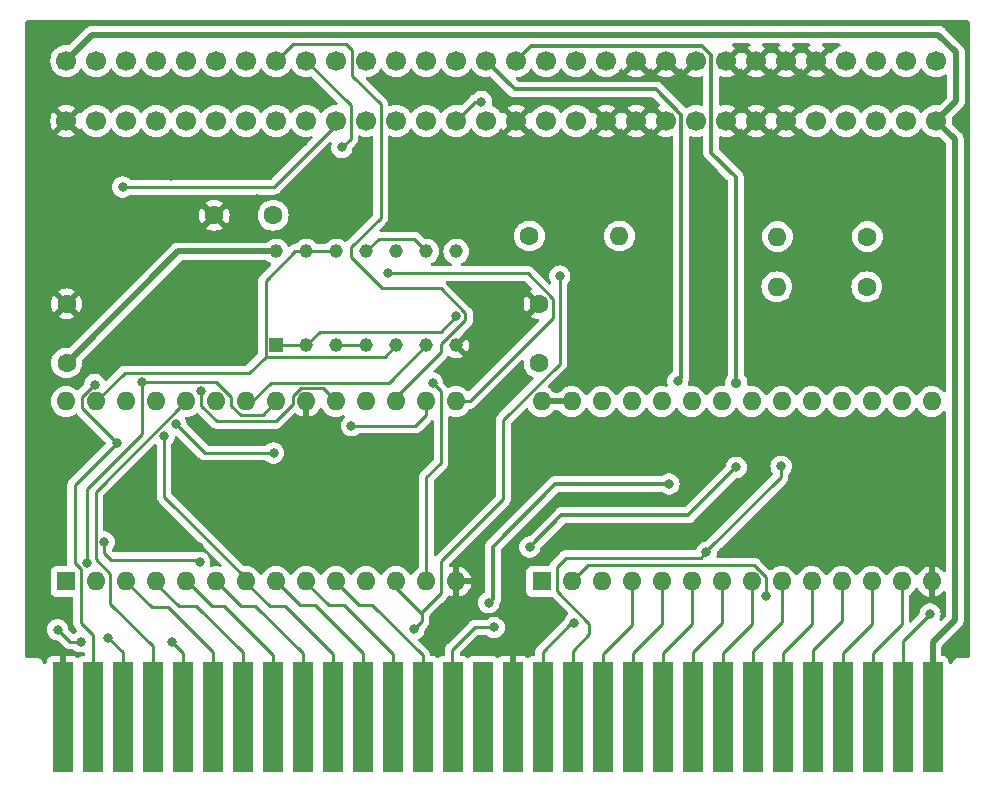
<source format=gtl>
G04 #@! TF.GenerationSoftware,KiCad,Pcbnew,7.0.6*
G04 #@! TF.CreationDate,2023-07-19T00:55:54+09:00*
G04 #@! TF.ProjectId,NES_MAmi,4e45535f-4d41-46d6-992e-6b696361645f,rev?*
G04 #@! TF.SameCoordinates,Original*
G04 #@! TF.FileFunction,Copper,L1,Top*
G04 #@! TF.FilePolarity,Positive*
%FSLAX46Y46*%
G04 Gerber Fmt 4.6, Leading zero omitted, Abs format (unit mm)*
G04 Created by KiCad (PCBNEW 7.0.6) date 2023-07-19 00:55:54*
%MOMM*%
%LPD*%
G01*
G04 APERTURE LIST*
G04 #@! TA.AperFunction,ComponentPad*
%ADD10C,1.700000*%
G04 #@! TD*
G04 #@! TA.AperFunction,ComponentPad*
%ADD11R,1.600000X1.600000*%
G04 #@! TD*
G04 #@! TA.AperFunction,ComponentPad*
%ADD12O,1.600000X1.600000*%
G04 #@! TD*
G04 #@! TA.AperFunction,ComponentPad*
%ADD13C,1.600000*%
G04 #@! TD*
G04 #@! TA.AperFunction,ComponentPad*
%ADD14R,1.170000X1.170000*%
G04 #@! TD*
G04 #@! TA.AperFunction,ComponentPad*
%ADD15C,1.170000*%
G04 #@! TD*
G04 #@! TA.AperFunction,SMDPad,CuDef*
%ADD16R,1.700000X9.300000*%
G04 #@! TD*
G04 #@! TA.AperFunction,ViaPad*
%ADD17C,0.800000*%
G04 #@! TD*
G04 #@! TA.AperFunction,ViaPad*
%ADD18C,1.000000*%
G04 #@! TD*
G04 #@! TA.AperFunction,ViaPad*
%ADD19C,0.900000*%
G04 #@! TD*
G04 #@! TA.AperFunction,Conductor*
%ADD20C,0.500000*%
G04 #@! TD*
G04 #@! TA.AperFunction,Conductor*
%ADD21C,0.250000*%
G04 #@! TD*
G04 #@! TA.AperFunction,Conductor*
%ADD22C,0.350000*%
G04 #@! TD*
G04 APERTURE END LIST*
D10*
G04 #@! TO.P,VRC_CART1,1,Pin_1*
G04 #@! TO.N,GND*
X111880000Y-81289800D03*
G04 #@! TO.P,VRC_CART1,2,Pin_2*
G04 #@! TO.N,CPU A11*
X114420000Y-81289800D03*
G04 #@! TO.P,VRC_CART1,3,Pin_3*
G04 #@! TO.N,CPU A10*
X116960000Y-81289800D03*
G04 #@! TO.P,VRC_CART1,4,Pin_4*
G04 #@! TO.N,CPU A09*
X119500000Y-81289800D03*
G04 #@! TO.P,VRC_CART1,5,Pin_5*
G04 #@! TO.N,CPU A08*
X122040000Y-81289800D03*
G04 #@! TO.P,VRC_CART1,6,Pin_6*
G04 #@! TO.N,CPU A07*
X124580000Y-81289800D03*
G04 #@! TO.P,VRC_CART1,7,Pin_7*
G04 #@! TO.N,CPU A06*
X127120000Y-81289800D03*
G04 #@! TO.P,VRC_CART1,8,Pin_8*
G04 #@! TO.N,CPU A05*
X129660000Y-81289800D03*
G04 #@! TO.P,VRC_CART1,9,Pin_9*
G04 #@! TO.N,CPU A04*
X132200000Y-81289800D03*
G04 #@! TO.P,VRC_CART1,10,Pin_10*
G04 #@! TO.N,CPU A03*
X134740000Y-81289800D03*
G04 #@! TO.P,VRC_CART1,11,Pin_11*
G04 #@! TO.N,CPU A02*
X137280000Y-81289800D03*
G04 #@! TO.P,VRC_CART1,12,Pin_12*
G04 #@! TO.N,CPU A01*
X139820000Y-81289800D03*
G04 #@! TO.P,VRC_CART1,13,Pin_13*
G04 #@! TO.N,CPU A00*
X142360000Y-81289800D03*
G04 #@! TO.P,VRC_CART1,14,Pin_14*
G04 #@! TO.N,CPU R{slash}~{W}*
X144900000Y-81289800D03*
G04 #@! TO.P,VRC_CART1,15,Pin_15*
G04 #@! TO.N,unconnected-(VRC_CART1-Pin_15-Pad15)*
X147440000Y-81289800D03*
G04 #@! TO.P,VRC_CART1,16,Pin_16*
G04 #@! TO.N,GND*
X149980000Y-81289800D03*
G04 #@! TO.P,VRC_CART1,17,Pin_17*
G04 #@! TO.N,Net-(VRC_CART1-Pin_17)*
X152520000Y-81289800D03*
G04 #@! TO.P,VRC_CART1,18,Pin_18*
G04 #@! TO.N,unconnected-(VRC_CART1-Pin_18-Pad18)*
X155060000Y-81289800D03*
G04 #@! TO.P,VRC_CART1,19,Pin_19*
G04 #@! TO.N,GND*
X157600000Y-81289800D03*
G04 #@! TO.P,VRC_CART1,20,Pin_20*
X160140000Y-81289800D03*
G04 #@! TO.P,VRC_CART1,21,Pin_21*
X162680000Y-81289800D03*
G04 #@! TO.P,VRC_CART1,22,Pin_22*
X165220000Y-81289800D03*
G04 #@! TO.P,VRC_CART1,23,Pin_23*
X167760000Y-81289800D03*
G04 #@! TO.P,VRC_CART1,24,Pin_24*
X170300000Y-81289800D03*
G04 #@! TO.P,VRC_CART1,25,Pin_25*
X172840000Y-81289800D03*
G04 #@! TO.P,VRC_CART1,26,Pin_26*
G04 #@! TO.N,unconnected-(VRC_CART1-Pin_26-Pad26)*
X175380000Y-81289800D03*
G04 #@! TO.P,VRC_CART1,27,Pin_27*
G04 #@! TO.N,unconnected-(VRC_CART1-Pin_27-Pad27)*
X177920000Y-81289800D03*
G04 #@! TO.P,VRC_CART1,28,Pin_28*
G04 #@! TO.N,unconnected-(VRC_CART1-Pin_28-Pad28)*
X180460000Y-81289800D03*
G04 #@! TO.P,VRC_CART1,29,Pin_29*
G04 #@! TO.N,unconnected-(VRC_CART1-Pin_29-Pad29)*
X183000000Y-81289800D03*
G04 #@! TO.P,VRC_CART1,30,Pin_30*
G04 #@! TO.N,VCC*
X185540000Y-81289800D03*
G04 #@! TO.P,VRC_CART1,31,Pin_31*
X111880000Y-76209800D03*
G04 #@! TO.P,VRC_CART1,32,Pin_32*
G04 #@! TO.N,CLK*
X114420000Y-76209800D03*
G04 #@! TO.P,VRC_CART1,33,Pin_33*
G04 #@! TO.N,CPU A12*
X116960000Y-76209800D03*
G04 #@! TO.P,VRC_CART1,34,Pin_34*
G04 #@! TO.N,CPU A13*
X119500000Y-76209800D03*
G04 #@! TO.P,VRC_CART1,35,Pin_35*
G04 #@! TO.N,CPU A14*
X122040000Y-76209800D03*
G04 #@! TO.P,VRC_CART1,36,Pin_36*
G04 #@! TO.N,CPU D7*
X124580000Y-76209800D03*
G04 #@! TO.P,VRC_CART1,37,Pin_37*
G04 #@! TO.N,CPU D6*
X127120000Y-76209800D03*
G04 #@! TO.P,VRC_CART1,38,Pin_38*
G04 #@! TO.N,CPU D5*
X129660000Y-76209800D03*
G04 #@! TO.P,VRC_CART1,39,Pin_39*
G04 #@! TO.N,CPU D4*
X132200000Y-76209800D03*
G04 #@! TO.P,VRC_CART1,40,Pin_40*
G04 #@! TO.N,CPU D3*
X134740000Y-76209800D03*
G04 #@! TO.P,VRC_CART1,41,Pin_41*
G04 #@! TO.N,CPU D2*
X137280000Y-76209800D03*
G04 #@! TO.P,VRC_CART1,42,Pin_42*
G04 #@! TO.N,CPU D1*
X139820000Y-76209800D03*
G04 #@! TO.P,VRC_CART1,43,Pin_43*
G04 #@! TO.N,CPU D0*
X142360000Y-76209800D03*
G04 #@! TO.P,VRC_CART1,44,Pin_44*
G04 #@! TO.N,~{OUT_ROMSEL}*
X144900000Y-76209800D03*
G04 #@! TO.P,VRC_CART1,45,Pin_45*
G04 #@! TO.N,SOUND IN*
X147440000Y-76209800D03*
G04 #@! TO.P,VRC_CART1,46,Pin_46*
G04 #@! TO.N,SOUND OUT*
X149980000Y-76209800D03*
G04 #@! TO.P,VRC_CART1,47,Pin_47*
G04 #@! TO.N,Net-(VRC_CART1-Pin_47)*
X152520000Y-76209800D03*
G04 #@! TO.P,VRC_CART1,48,Pin_48*
G04 #@! TO.N,unconnected-(VRC_CART1-Pin_48-Pad48)*
X155060000Y-76209800D03*
G04 #@! TO.P,VRC_CART1,49,Pin_49*
G04 #@! TO.N,Net-(VRC_CART1-Pin_49)*
X157600000Y-76209800D03*
G04 #@! TO.P,VRC_CART1,50,Pin_50*
G04 #@! TO.N,GND*
X160140000Y-76209800D03*
G04 #@! TO.P,VRC_CART1,51,Pin_51*
X162680000Y-76209800D03*
G04 #@! TO.P,VRC_CART1,52,Pin_52*
X165220000Y-76209800D03*
G04 #@! TO.P,VRC_CART1,53,Pin_53*
X167760000Y-76209800D03*
G04 #@! TO.P,VRC_CART1,54,Pin_54*
X170300000Y-76209800D03*
G04 #@! TO.P,VRC_CART1,55,Pin_55*
X172840000Y-76209800D03*
G04 #@! TO.P,VRC_CART1,56,Pin_56*
X175380000Y-76209800D03*
G04 #@! TO.P,VRC_CART1,57,Pin_57*
G04 #@! TO.N,unconnected-(VRC_CART1-Pin_57-Pad57)*
X177920000Y-76209800D03*
G04 #@! TO.P,VRC_CART1,58,Pin_58*
G04 #@! TO.N,unconnected-(VRC_CART1-Pin_58-Pad58)*
X180460000Y-76209800D03*
G04 #@! TO.P,VRC_CART1,59,Pin_59*
G04 #@! TO.N,unconnected-(VRC_CART1-Pin_59-Pad59)*
X183000000Y-76209800D03*
G04 #@! TO.P,VRC_CART1,60,Pin_60*
G04 #@! TO.N,unconnected-(VRC_CART1-Pin_60-Pad60)*
X185540000Y-76209800D03*
G04 #@! TD*
D11*
G04 #@! TO.P,CHRROM1,1,VPP*
G04 #@! TO.N,VCC*
X152120000Y-120289800D03*
D12*
G04 #@! TO.P,CHRROM1,2,A12*
G04 #@! TO.N,PPU A12*
X154660000Y-120289800D03*
G04 #@! TO.P,CHRROM1,3,A7*
G04 #@! TO.N,PPU A07*
X157200000Y-120289800D03*
G04 #@! TO.P,CHRROM1,4,A6*
G04 #@! TO.N,PPU A06*
X159740000Y-120289800D03*
G04 #@! TO.P,CHRROM1,5,A5*
G04 #@! TO.N,PPU A05*
X162280000Y-120289800D03*
G04 #@! TO.P,CHRROM1,6,A4*
G04 #@! TO.N,PPU A04*
X164820000Y-120289800D03*
G04 #@! TO.P,CHRROM1,7,A3*
G04 #@! TO.N,PPU A03*
X167360000Y-120289800D03*
G04 #@! TO.P,CHRROM1,8,A2*
G04 #@! TO.N,PPU A02*
X169900000Y-120289800D03*
G04 #@! TO.P,CHRROM1,9,A1*
G04 #@! TO.N,PPU A01*
X172440000Y-120289800D03*
G04 #@! TO.P,CHRROM1,10,A0*
G04 #@! TO.N,PPU A00*
X174980000Y-120289800D03*
G04 #@! TO.P,CHRROM1,11,D0*
G04 #@! TO.N,PPU D0*
X177520000Y-120289800D03*
G04 #@! TO.P,CHRROM1,12,D1*
G04 #@! TO.N,PPU D1*
X180060000Y-120289800D03*
G04 #@! TO.P,CHRROM1,13,D2*
G04 #@! TO.N,PPU D2*
X182600000Y-120289800D03*
G04 #@! TO.P,CHRROM1,14,GND*
G04 #@! TO.N,GND*
X185140000Y-120289800D03*
G04 #@! TO.P,CHRROM1,15,D3*
G04 #@! TO.N,PPU D3*
X185140000Y-105049800D03*
G04 #@! TO.P,CHRROM1,16,D4*
G04 #@! TO.N,PPU D4*
X182600000Y-105049800D03*
G04 #@! TO.P,CHRROM1,17,D5*
G04 #@! TO.N,PPU D5*
X180060000Y-105049800D03*
G04 #@! TO.P,CHRROM1,18,D6*
G04 #@! TO.N,PPU D6*
X177520000Y-105049800D03*
G04 #@! TO.P,CHRROM1,19,D7*
G04 #@! TO.N,PPU D7*
X174980000Y-105049800D03*
G04 #@! TO.P,CHRROM1,20,~{CE}*
G04 #@! TO.N,PPU A13*
X172440000Y-105049800D03*
G04 #@! TO.P,CHRROM1,21,A10*
G04 #@! TO.N,PA10*
X169900000Y-105049800D03*
G04 #@! TO.P,CHRROM1,22,~{OE}*
G04 #@! TO.N,PPU ~{RD}*
X167360000Y-105049800D03*
G04 #@! TO.P,CHRROM1,23,A11*
G04 #@! TO.N,PPU A11*
X164820000Y-105049800D03*
G04 #@! TO.P,CHRROM1,24,A9*
G04 #@! TO.N,PPU A09*
X162280000Y-105049800D03*
G04 #@! TO.P,CHRROM1,25,A8*
G04 #@! TO.N,PPU A08*
X159740000Y-105049800D03*
G04 #@! TO.P,CHRROM1,26,NC*
G04 #@! TO.N,unconnected-(CHRROM1-NC-Pad26)*
X157200000Y-105049800D03*
G04 #@! TO.P,CHRROM1,27,~{PGM}*
G04 #@! TO.N,VCC*
X154660000Y-105049800D03*
G04 #@! TO.P,CHRROM1,28,VCC*
X152120000Y-105049800D03*
G04 #@! TD*
G04 #@! TO.P,R3,2*
G04 #@! TO.N,Net-(VRC_CART1-Pin_47)*
X172030000Y-95339800D03*
D13*
G04 #@! TO.P,R3,1*
G04 #@! TO.N,VCC*
X179650000Y-95339800D03*
G04 #@! TD*
D14*
G04 #@! TO.P,U1,1*
G04 #@! TO.N,~{ROMSEL}(~{A15}+~{CLK})*
X129660000Y-100289800D03*
D15*
G04 #@! TO.P,U1,2*
X132200000Y-100289800D03*
G04 #@! TO.P,U1,3*
G04 #@! TO.N,Net-(U1-Pad10)*
X134740000Y-100289800D03*
G04 #@! TO.P,U1,4*
X137280000Y-100289800D03*
G04 #@! TO.P,U1,5*
G04 #@! TO.N,CPU A14*
X139820000Y-100289800D03*
G04 #@! TO.P,U1,6*
G04 #@! TO.N,~{IN_ROMSEL}*
X142360000Y-100289800D03*
G04 #@! TO.P,U1,7,GND*
G04 #@! TO.N,GND*
X144900000Y-100289800D03*
G04 #@! TO.P,U1,8*
G04 #@! TO.N,~{OUT_ROMSEL}*
X144900000Y-92349800D03*
G04 #@! TO.P,U1,9*
G04 #@! TO.N,Net-(U1-Pad11)*
X142360000Y-92349800D03*
G04 #@! TO.P,U1,10*
G04 #@! TO.N,Net-(U1-Pad10)*
X139820000Y-92349800D03*
G04 #@! TO.P,U1,11*
G04 #@! TO.N,Net-(U1-Pad11)*
X137280000Y-92349800D03*
G04 #@! TO.P,U1,12*
G04 #@! TO.N,CPU A14*
X134740000Y-92349800D03*
G04 #@! TO.P,U1,13*
X132200000Y-92349800D03*
G04 #@! TO.P,U1,14,VCC*
G04 #@! TO.N,VCC*
X129660000Y-92349800D03*
G04 #@! TD*
D13*
G04 #@! TO.P,C1,1*
G04 #@! TO.N,VCC*
X151900000Y-101789800D03*
G04 #@! TO.P,C1,2*
G04 #@! TO.N,GND*
X151900000Y-96789800D03*
G04 #@! TD*
D12*
G04 #@! TO.P,R2,2*
G04 #@! TO.N,Net-(VRC_CART1-Pin_49)*
X172090000Y-91089800D03*
D13*
G04 #@! TO.P,R2,1*
G04 #@! TO.N,VCC*
X179710000Y-91089800D03*
G04 #@! TD*
G04 #@! TO.P,C2,1*
G04 #@! TO.N,VCC*
X111900000Y-101789800D03*
G04 #@! TO.P,C2,2*
G04 #@! TO.N,GND*
X111900000Y-96789800D03*
G04 #@! TD*
D11*
G04 #@! TO.P,PRGROM1,1,VPP*
G04 #@! TO.N,VCC*
X111860000Y-120289800D03*
D12*
G04 #@! TO.P,PRGROM1,2,A12*
G04 #@! TO.N,CPU A12*
X114400000Y-120289800D03*
G04 #@! TO.P,PRGROM1,3,A7*
G04 #@! TO.N,CPU A07*
X116940000Y-120289800D03*
G04 #@! TO.P,PRGROM1,4,A6*
G04 #@! TO.N,CPU A06*
X119480000Y-120289800D03*
G04 #@! TO.P,PRGROM1,5,A5*
G04 #@! TO.N,CPU A05*
X122020000Y-120289800D03*
G04 #@! TO.P,PRGROM1,6,A4*
G04 #@! TO.N,CPU A04*
X124560000Y-120289800D03*
G04 #@! TO.P,PRGROM1,7,A3*
G04 #@! TO.N,CPU A03*
X127100000Y-120289800D03*
G04 #@! TO.P,PRGROM1,8,A2*
G04 #@! TO.N,CPU A02*
X129640000Y-120289800D03*
G04 #@! TO.P,PRGROM1,9,A1*
G04 #@! TO.N,CPU A01*
X132180000Y-120289800D03*
G04 #@! TO.P,PRGROM1,10,A0*
G04 #@! TO.N,CPU A00*
X134720000Y-120289800D03*
G04 #@! TO.P,PRGROM1,11,D0*
G04 #@! TO.N,CPU D0*
X137260000Y-120289800D03*
G04 #@! TO.P,PRGROM1,12,D1*
G04 #@! TO.N,CPU D1*
X139800000Y-120289800D03*
G04 #@! TO.P,PRGROM1,13,D2*
G04 #@! TO.N,CPU D2*
X142340000Y-120289800D03*
G04 #@! TO.P,PRGROM1,14,GND*
G04 #@! TO.N,GND*
X144880000Y-120289800D03*
G04 #@! TO.P,PRGROM1,15,D3*
G04 #@! TO.N,CPU D3*
X144880000Y-105049800D03*
G04 #@! TO.P,PRGROM1,16,D4*
G04 #@! TO.N,CPU D4*
X142340000Y-105049800D03*
G04 #@! TO.P,PRGROM1,17,D5*
G04 #@! TO.N,CPU D5*
X139800000Y-105049800D03*
G04 #@! TO.P,PRGROM1,18,D6*
G04 #@! TO.N,CPU D6*
X137260000Y-105049800D03*
G04 #@! TO.P,PRGROM1,19,D7*
G04 #@! TO.N,CPU D7*
X134720000Y-105049800D03*
G04 #@! TO.P,PRGROM1,20,~{CE}*
G04 #@! TO.N,GND*
X132180000Y-105049800D03*
G04 #@! TO.P,PRGROM1,21,A10*
G04 #@! TO.N,CPU A10*
X129640000Y-105049800D03*
G04 #@! TO.P,PRGROM1,22,~{OE}*
G04 #@! TO.N,~{IN_ROMSEL}*
X127100000Y-105049800D03*
G04 #@! TO.P,PRGROM1,23,A11*
G04 #@! TO.N,CPU A11*
X124560000Y-105049800D03*
G04 #@! TO.P,PRGROM1,24,A9*
G04 #@! TO.N,CPU A09*
X122020000Y-105049800D03*
G04 #@! TO.P,PRGROM1,25,A8*
G04 #@! TO.N,CPU A08*
X119480000Y-105049800D03*
G04 #@! TO.P,PRGROM1,26,A13*
G04 #@! TO.N,CPU A13*
X116940000Y-105049800D03*
G04 #@! TO.P,PRGROM1,27,A14*
G04 #@! TO.N,CPU A14*
X114400000Y-105049800D03*
G04 #@! TO.P,PRGROM1,28,VCC*
G04 #@! TO.N,VCC*
X111860000Y-105049800D03*
G04 #@! TD*
D16*
G04 #@! TO.P,MAMICART1,1,Pin_1*
G04 #@! TO.N,GND*
X111570000Y-131789800D03*
G04 #@! TO.P,MAMICART1,2,Pin_2*
G04 #@! TO.N,CPU A11*
X114110000Y-131789800D03*
G04 #@! TO.P,MAMICART1,3,Pin_3*
G04 #@! TO.N,CPU A10*
X116650000Y-131789800D03*
G04 #@! TO.P,MAMICART1,4,Pin_4*
G04 #@! TO.N,CPU A09*
X119190000Y-131789800D03*
G04 #@! TO.P,MAMICART1,5,Pin_5*
G04 #@! TO.N,CPU A08*
X121730000Y-131789800D03*
G04 #@! TO.P,MAMICART1,6,Pin_6*
G04 #@! TO.N,CPU A07*
X124270000Y-131789800D03*
G04 #@! TO.P,MAMICART1,7,Pin_7*
G04 #@! TO.N,CPU A06*
X126810000Y-131789800D03*
G04 #@! TO.P,MAMICART1,8,Pin_8*
G04 #@! TO.N,CPU A05*
X129350000Y-131789800D03*
G04 #@! TO.P,MAMICART1,9,Pin_9*
G04 #@! TO.N,CPU A04*
X131890000Y-131789800D03*
G04 #@! TO.P,MAMICART1,10,Pin_10*
G04 #@! TO.N,CPU A03*
X134430000Y-131789800D03*
G04 #@! TO.P,MAMICART1,11,Pin_11*
G04 #@! TO.N,CPU A02*
X136970000Y-131789800D03*
G04 #@! TO.P,MAMICART1,12,Pin_12*
G04 #@! TO.N,CPU A01*
X139510000Y-131789800D03*
G04 #@! TO.P,MAMICART1,13,Pin_13*
G04 #@! TO.N,CPU A00*
X142050000Y-131789800D03*
G04 #@! TO.P,MAMICART1,14,Pin_14*
G04 #@! TO.N,CPU R{slash}~{W}*
X144590000Y-131789800D03*
G04 #@! TO.P,MAMICART1,15,Pin_15*
G04 #@! TO.N,~{IRQ}*
X147130000Y-131789800D03*
G04 #@! TO.P,MAMICART1,16,Pin_16*
G04 #@! TO.N,GND*
X149670000Y-131789800D03*
G04 #@! TO.P,MAMICART1,17,Pin_17*
G04 #@! TO.N,PPU ~{RD}*
X152210000Y-131789800D03*
G04 #@! TO.P,MAMICART1,18,Pin_18*
G04 #@! TO.N,PA10*
X154750000Y-131789800D03*
G04 #@! TO.P,MAMICART1,19,Pin_19*
G04 #@! TO.N,PPU A06*
X157290000Y-131789800D03*
G04 #@! TO.P,MAMICART1,20,Pin_20*
G04 #@! TO.N,PPU A05*
X159830000Y-131789800D03*
G04 #@! TO.P,MAMICART1,21,Pin_21*
G04 #@! TO.N,PPU A04*
X162370000Y-131789800D03*
G04 #@! TO.P,MAMICART1,22,Pin_22*
G04 #@! TO.N,PPU A03*
X164910000Y-131789800D03*
G04 #@! TO.P,MAMICART1,23,Pin_23*
G04 #@! TO.N,PPU A02*
X167450000Y-131789800D03*
G04 #@! TO.P,MAMICART1,24,Pin_24*
G04 #@! TO.N,PPU A01*
X169990000Y-131789800D03*
G04 #@! TO.P,MAMICART1,25,Pin_25*
G04 #@! TO.N,PPU A00*
X172530000Y-131789800D03*
G04 #@! TO.P,MAMICART1,26,Pin_26*
G04 #@! TO.N,PPU D0*
X175070000Y-131789800D03*
G04 #@! TO.P,MAMICART1,27,Pin_27*
G04 #@! TO.N,PPU D1*
X177610000Y-131789800D03*
G04 #@! TO.P,MAMICART1,28,Pin_28*
G04 #@! TO.N,PPU D2*
X180150000Y-131789800D03*
G04 #@! TO.P,MAMICART1,29,Pin_29*
G04 #@! TO.N,PPU D3*
X182690000Y-131789800D03*
G04 #@! TO.P,MAMICART1,30,Pin_30*
G04 #@! TO.N,VCC*
X185230000Y-131789800D03*
G04 #@! TD*
D13*
G04 #@! TO.P,R1,1*
G04 #@! TO.N,Net-(VRC_CART1-Pin_17)*
X151090000Y-91039800D03*
D12*
G04 #@! TO.P,R1,2*
G04 #@! TO.N,VCC*
X158710000Y-91039800D03*
G04 #@! TD*
D13*
G04 #@! TO.P,C3,1*
G04 #@! TO.N,VCC*
X129400000Y-89289800D03*
G04 #@! TO.P,C3,2*
G04 #@! TO.N,GND*
X124400000Y-89289800D03*
G04 #@! TD*
D17*
G04 #@! TO.N,GND*
X145050000Y-90589800D03*
X145800000Y-106589800D03*
D18*
X132170000Y-90239800D03*
D17*
X167450000Y-117839800D03*
X145050000Y-83239800D03*
D18*
X126260000Y-89519800D03*
D17*
X184200000Y-82889800D03*
X165250000Y-83439800D03*
X166000000Y-103489800D03*
X162350000Y-106989800D03*
D18*
X125400000Y-116289800D03*
X141200000Y-117989800D03*
X123900000Y-107789800D03*
X117000000Y-83489800D03*
D17*
X151700000Y-122289800D03*
X164850000Y-79489800D03*
D18*
X109100000Y-73489800D03*
D17*
X159700000Y-103139800D03*
D18*
X149100000Y-100089800D03*
D17*
X132100000Y-106989800D03*
D18*
X120680000Y-95279800D03*
D17*
X155050000Y-83339800D03*
D18*
X120750000Y-85839800D03*
X127990000Y-88019800D03*
X121600000Y-109589800D03*
D17*
X171550000Y-118339800D03*
D18*
X129640000Y-83329800D03*
D17*
X154200000Y-79739800D03*
X167400000Y-107139800D03*
D18*
X119020000Y-109729800D03*
D17*
X170050000Y-107139800D03*
X185750000Y-78539800D03*
X153500000Y-106589800D03*
D18*
X109200000Y-125989800D03*
D17*
X164850000Y-107089800D03*
X164650000Y-117239800D03*
X147400000Y-83289800D03*
D18*
X187400000Y-125889800D03*
D17*
X148400000Y-125789800D03*
X141200000Y-113689800D03*
X156300000Y-77539800D03*
X123100000Y-117389800D03*
D18*
X150050000Y-83339800D03*
X146530000Y-92369800D03*
X150300000Y-102889800D03*
X137300000Y-118089800D03*
X128140000Y-93579800D03*
D17*
X151250000Y-77489800D03*
D18*
X145400000Y-95489800D03*
D17*
X162600000Y-83439800D03*
X185100000Y-106989800D03*
D18*
X117460000Y-101449800D03*
D17*
X143500000Y-111989800D03*
D18*
X143500000Y-117139800D03*
D17*
X131900000Y-83089800D03*
D18*
X187600000Y-73589800D03*
D17*
X167900000Y-83439800D03*
X157400000Y-106789800D03*
X160000000Y-94489800D03*
D18*
X117000000Y-117289800D03*
X145200000Y-103089800D03*
D17*
X152700000Y-89939800D03*
D18*
X120660000Y-82739800D03*
D17*
X153300000Y-117189800D03*
D18*
X150300000Y-107039800D03*
D17*
X167750000Y-79389800D03*
G04 #@! TO.N,PPU A12*
X171100000Y-121489800D03*
G04 #@! TO.N,PPU D3*
X185010000Y-123049800D03*
G04 #@! TO.N,PA10*
X166085200Y-117839800D03*
X172400000Y-110539800D03*
G04 #@! TO.N,PPU ~{RD}*
X154900000Y-123839800D03*
G04 #@! TO.N,CPU R{slash}~{W}*
X148100000Y-124189800D03*
X147030000Y-79669800D03*
G04 #@! TO.N,CPU A11*
X114292200Y-103627100D03*
X116169600Y-108554200D03*
G04 #@! TO.N,CPU A10*
X115450000Y-125089800D03*
X118298600Y-103428200D03*
X113636916Y-118736714D03*
G04 #@! TO.N,CPU A08*
X121166800Y-106976200D03*
X120790000Y-125389800D03*
X129427900Y-109424700D03*
G04 #@! TO.N,CPU A03*
X120160100Y-107959700D03*
X116650000Y-86907200D03*
G04 #@! TO.N,CPU A14*
X123165100Y-118672700D03*
X115084500Y-116939800D03*
G04 #@! TO.N,CPU D7*
X123300000Y-104156700D03*
G04 #@! TO.N,CPU D4*
X136011000Y-107114000D03*
X135209200Y-83543300D03*
G04 #@! TO.N,CPU D3*
X139095500Y-94189800D03*
G04 #@! TO.N,CPU D2*
X142900688Y-103490488D03*
G04 #@! TO.N,CPU D1*
X153660000Y-94439800D03*
X141309200Y-124339300D03*
G04 #@! TO.N,SOUND IN*
X147650000Y-122089800D03*
X163650000Y-103339800D03*
X162900000Y-112039800D03*
G04 #@! TO.N,SOUND OUT*
X151125000Y-117364800D03*
X168600000Y-110639800D03*
D19*
X168600000Y-103489800D03*
D17*
G04 #@! TO.N,CLK*
X111154900Y-124380000D03*
X113087701Y-125402099D03*
G04 #@! TO.N,~{ROMSEL}(~{A15}+~{CLK})*
X144893500Y-97859700D03*
G04 #@! TD*
D20*
G04 #@! TO.N,VCC*
X185230000Y-131789800D02*
X185230000Y-125449800D01*
X185700000Y-73989800D02*
X114100000Y-73989800D01*
X185230000Y-125449800D02*
X187100000Y-123579800D01*
X187100000Y-123579800D02*
X187100000Y-82849800D01*
X187200000Y-79629800D02*
X187200000Y-75489800D01*
X187100000Y-82849800D02*
X185540000Y-81289800D01*
X185540000Y-81289800D02*
X187200000Y-79629800D01*
X187200000Y-75489800D02*
X185700000Y-73989800D01*
X114100000Y-73989800D02*
X111880000Y-76209800D01*
X129660000Y-92349800D02*
X121340000Y-92349800D01*
X121340000Y-92349800D02*
X111900000Y-101789800D01*
X154660000Y-105049800D02*
X152120000Y-105049800D01*
D21*
G04 #@! TO.N,PPU A12*
X170120991Y-118919800D02*
X156030000Y-118919800D01*
X156030000Y-118919800D02*
X154660000Y-120289800D01*
X171100000Y-119898809D02*
X170120991Y-118919800D01*
X171100000Y-121489800D02*
X171100000Y-119898809D01*
G04 #@! TO.N,PPU A06*
X159740000Y-123949800D02*
X157290000Y-126399800D01*
X159740000Y-120289800D02*
X159740000Y-123949800D01*
X157290000Y-126399800D02*
X157290000Y-131789800D01*
G04 #@! TO.N,PPU A05*
X162280000Y-123909800D02*
X159830000Y-126359800D01*
X162280000Y-120289800D02*
X162280000Y-123909800D01*
X159830000Y-126359800D02*
X159830000Y-131789800D01*
G04 #@! TO.N,PPU A04*
X162370000Y-126319800D02*
X162370000Y-131789800D01*
X164820000Y-120289800D02*
X164820000Y-123869800D01*
X164820000Y-123869800D02*
X162370000Y-126319800D01*
G04 #@! TO.N,PPU A03*
X167360000Y-123829800D02*
X164910000Y-126279800D01*
X164910000Y-126279800D02*
X164910000Y-131789800D01*
X167360000Y-120289800D02*
X167360000Y-123829800D01*
G04 #@! TO.N,PPU A02*
X169900000Y-123914800D02*
X169900000Y-120289800D01*
X167450000Y-131789800D02*
X167450000Y-126364800D01*
X167450000Y-126364800D02*
X169900000Y-123914800D01*
G04 #@! TO.N,PPU A01*
X172440000Y-120289800D02*
X172440000Y-123749800D01*
X169990000Y-126199800D02*
X169990000Y-131789800D01*
X172440000Y-123749800D02*
X169990000Y-126199800D01*
G04 #@! TO.N,PPU A00*
X172530000Y-126347300D02*
X172530000Y-131789800D01*
X174980000Y-123897300D02*
X172530000Y-126347300D01*
X174980000Y-120289800D02*
X174980000Y-123897300D01*
G04 #@! TO.N,PPU D0*
X175070000Y-126119800D02*
X175070000Y-131789800D01*
X177520000Y-123669800D02*
X175070000Y-126119800D01*
X177520000Y-120289800D02*
X177520000Y-123669800D01*
G04 #@! TO.N,PPU D1*
X180060000Y-123879800D02*
X177610000Y-126329800D01*
X177610000Y-126329800D02*
X177610000Y-131789800D01*
X180060000Y-120289800D02*
X180060000Y-123879800D01*
G04 #@! TO.N,PPU D2*
X182600000Y-120289800D02*
X182600000Y-123889800D01*
X180150000Y-126339800D02*
X180150000Y-131789800D01*
X182600000Y-123889800D02*
X180150000Y-126339800D01*
G04 #@! TO.N,PPU D3*
X185010000Y-123049800D02*
X182690000Y-125369800D01*
X182690000Y-125369800D02*
X182690000Y-131789800D01*
G04 #@! TO.N,PA10*
X156175000Y-123864800D02*
X156175000Y-124714800D01*
X153400000Y-121089800D02*
X156175000Y-123864800D01*
X166085200Y-117839800D02*
X166085200Y-117754600D01*
X154150000Y-118289800D02*
X153400000Y-119039800D01*
X166085200Y-117839800D02*
X165635200Y-118289800D01*
X154750000Y-126139800D02*
X154750000Y-131789800D01*
X166085200Y-117754600D02*
X172400000Y-111439800D01*
X156175000Y-124714800D02*
X154750000Y-126139800D01*
X165635200Y-118289800D02*
X154150000Y-118289800D01*
X153400000Y-119039800D02*
X153400000Y-121089800D01*
X172400000Y-111439800D02*
X172400000Y-110539800D01*
G04 #@! TO.N,PPU ~{RD}*
X152210000Y-126279800D02*
X152210000Y-131789800D01*
X154900000Y-123839800D02*
X154650000Y-123839800D01*
X154650000Y-123839800D02*
X152210000Y-126279800D01*
G04 #@! TO.N,CPU R{slash}~{W}*
X144550000Y-131749800D02*
X144590000Y-131789800D01*
X144550000Y-126089800D02*
X144550000Y-131749800D01*
X146520000Y-79669800D02*
X144900000Y-81289800D01*
X147030000Y-79669800D02*
X146520000Y-79669800D01*
X148100000Y-124189800D02*
X146450000Y-124189800D01*
X146450000Y-124189800D02*
X144550000Y-126089800D01*
G04 #@! TO.N,CPU A11*
X114110000Y-131789800D02*
X114110000Y-124799800D01*
X114110000Y-124799800D02*
X113100000Y-123789800D01*
X116169600Y-108554200D02*
X113200000Y-105584600D01*
X112600000Y-112123800D02*
X116169600Y-108554200D01*
X113100000Y-119226100D02*
X112600000Y-118726100D01*
X113200000Y-104640700D02*
X114213600Y-103627100D01*
X113200000Y-105584600D02*
X113200000Y-104640700D01*
X114213600Y-103627100D02*
X114292200Y-103627100D01*
X113100000Y-123789800D02*
X113100000Y-119226100D01*
X112600000Y-118726100D02*
X112600000Y-112123800D01*
G04 #@! TO.N,CPU A10*
X124582000Y-103428200D02*
X118298600Y-103428200D01*
X128495900Y-106213900D02*
X126636500Y-106213900D01*
X118298600Y-107824100D02*
X118298600Y-103428200D01*
X113636916Y-118736714D02*
X113637900Y-118735730D01*
X115450000Y-125089800D02*
X116650000Y-126289800D01*
X125850000Y-104696200D02*
X124582000Y-103428200D01*
X126636500Y-106213900D02*
X125850000Y-105427400D01*
X113637900Y-118735730D02*
X113637900Y-112484800D01*
X129660000Y-105049800D02*
X128495900Y-106213900D01*
X113637900Y-112484800D02*
X118298600Y-107824100D01*
X116650000Y-126289800D02*
X116650000Y-131789800D01*
X125850000Y-105427400D02*
X125850000Y-104696200D01*
G04 #@! TO.N,CPU A09*
X119190000Y-125779800D02*
X115620000Y-122209800D01*
X114360000Y-118369800D02*
X114360000Y-112729800D01*
X115620000Y-119629800D02*
X114360000Y-118369800D01*
X114360000Y-112729800D02*
X122040000Y-105049800D01*
X119190000Y-131789800D02*
X119190000Y-125779800D01*
X115620000Y-122209800D02*
X115620000Y-119629800D01*
G04 #@! TO.N,CPU A08*
X120790000Y-125389800D02*
X121730000Y-126329800D01*
X129427900Y-109424700D02*
X123615300Y-109424700D01*
X123615300Y-109424700D02*
X121166800Y-106976200D01*
X121730000Y-126329800D02*
X121730000Y-131789800D01*
G04 #@! TO.N,CPU A07*
X119100000Y-122489800D02*
X116960000Y-120349800D01*
X124270000Y-126259800D02*
X120500000Y-122489800D01*
X116960000Y-120349800D02*
X116960000Y-120289800D01*
X120500000Y-122489800D02*
X119100000Y-122489800D01*
X124270000Y-131789800D02*
X124270000Y-126259800D01*
G04 #@! TO.N,CPU A06*
X119500000Y-120489800D02*
X121400000Y-122389800D01*
X126810000Y-126299800D02*
X126810000Y-131789800D01*
X119500000Y-120289800D02*
X119500000Y-120489800D01*
X121400000Y-122389800D02*
X122900000Y-122389800D01*
X122900000Y-122389800D02*
X126810000Y-126299800D01*
G04 #@! TO.N,CPU A05*
X129350000Y-131789800D02*
X129350000Y-126539800D01*
X122100000Y-120289800D02*
X122040000Y-120289800D01*
X129350000Y-126539800D02*
X125200000Y-122389800D01*
X125200000Y-122389800D02*
X124200000Y-122389800D01*
X124200000Y-122389800D02*
X122100000Y-120289800D01*
G04 #@! TO.N,CPU A04*
X126680000Y-122389800D02*
X124580000Y-120289800D01*
X131890000Y-126379800D02*
X127900000Y-122389800D01*
X131890000Y-131789800D02*
X131890000Y-126379800D01*
X127900000Y-122389800D02*
X126680000Y-122389800D01*
G04 #@! TO.N,CPU A03*
X127120000Y-120289800D02*
X127349100Y-120289800D01*
X134740000Y-81649800D02*
X134740000Y-81289800D01*
X116650000Y-86907200D02*
X129482600Y-86907200D01*
X127349100Y-120638900D02*
X129100000Y-122389800D01*
X130400000Y-122389800D02*
X134430000Y-126419800D01*
X127349100Y-120289800D02*
X127349100Y-120638900D01*
X129482600Y-86907200D02*
X134740000Y-81649800D01*
X127349100Y-120289800D02*
X120160100Y-113100800D01*
X129100000Y-122389800D02*
X130400000Y-122389800D01*
X134430000Y-126419800D02*
X134430000Y-131789800D01*
X120160100Y-113100800D02*
X120160100Y-107959700D01*
G04 #@! TO.N,CPU A02*
X131660000Y-122289800D02*
X132900000Y-122289800D01*
X129660000Y-120289800D02*
X131660000Y-122289800D01*
X132900000Y-122289800D02*
X136970000Y-126359800D01*
X136970000Y-126359800D02*
X136970000Y-131789800D01*
G04 #@! TO.N,CPU A01*
X132200000Y-120289800D02*
X132200000Y-120389800D01*
X132200000Y-120389800D02*
X134100000Y-122289800D01*
X139510000Y-126399800D02*
X139510000Y-131789800D01*
X134100000Y-122289800D02*
X135400000Y-122289800D01*
X135400000Y-122289800D02*
X139510000Y-126399800D01*
G04 #@! TO.N,CPU A00*
X142050000Y-126539800D02*
X137800000Y-122289800D01*
X136700000Y-122289800D02*
X134740000Y-120329800D01*
X137800000Y-122289800D02*
X136700000Y-122289800D01*
X142050000Y-131789800D02*
X142050000Y-126539800D01*
X134740000Y-120329800D02*
X134740000Y-120289800D01*
G04 #@! TO.N,CPU A14*
X114420000Y-105049800D02*
X116814500Y-102655300D01*
X116814500Y-102655300D02*
X127344900Y-102655300D01*
X128749400Y-94880400D02*
X131280000Y-92349800D01*
X131280000Y-92349800D02*
X132200000Y-92349800D01*
X122942200Y-118449800D02*
X115630000Y-118449800D01*
X115630000Y-118449800D02*
X115084500Y-117904300D01*
X128749400Y-101250800D02*
X138859000Y-101250800D01*
X127344900Y-102655300D02*
X128749400Y-101250800D01*
X115084500Y-117904300D02*
X115084500Y-116939800D01*
X128749400Y-101250800D02*
X128749400Y-94880400D01*
X138859000Y-101250800D02*
X139820000Y-100289800D01*
X123165100Y-118672700D02*
X122942200Y-118449800D01*
X132200000Y-92349800D02*
X134740000Y-92349800D01*
G04 #@! TO.N,CPU D7*
X131055000Y-105282900D02*
X131055000Y-104583809D01*
X131055000Y-104583809D02*
X131714109Y-103924700D01*
X123300000Y-104156700D02*
X123300000Y-105418900D01*
X131714109Y-103924700D02*
X133614900Y-103924700D01*
X124611600Y-106730500D02*
X129607400Y-106730500D01*
X123300000Y-105418900D02*
X124611600Y-106730500D01*
X133614900Y-103924700D02*
X134740000Y-105049800D01*
X129607400Y-106730500D02*
X131055000Y-105282900D01*
G04 #@! TO.N,CPU D5*
X138494000Y-79883800D02*
X138494000Y-89495800D01*
X136010100Y-91979700D02*
X136010100Y-92849900D01*
X143630000Y-100222500D02*
X143630000Y-100859800D01*
X138640000Y-95479800D02*
X143569600Y-95479800D01*
X136066000Y-77455800D02*
X138494000Y-79883800D01*
X145679100Y-97589300D02*
X145679100Y-98173400D01*
X145679100Y-98173400D02*
X143630000Y-100222500D01*
X129660000Y-76209800D02*
X131080000Y-74789800D01*
X131080000Y-74789800D02*
X135600000Y-74789800D01*
X136010100Y-92849900D02*
X138640000Y-95479800D01*
X139820000Y-104669800D02*
X139820000Y-105049800D01*
X138494000Y-89495800D02*
X136010100Y-91979700D01*
X136066000Y-75255800D02*
X136066000Y-77455800D01*
X143630000Y-100859800D02*
X139820000Y-104669800D01*
X143569600Y-95479800D02*
X145679100Y-97589300D01*
X135600000Y-74789800D02*
X136066000Y-75255800D01*
G04 #@! TO.N,CPU D4*
X141420900Y-107114000D02*
X136011000Y-107114000D01*
X135954200Y-79964000D02*
X132200000Y-76209800D01*
X142360000Y-105049800D02*
X142360000Y-106174900D01*
X135209200Y-83543300D02*
X135954200Y-82798300D01*
X135954200Y-82798300D02*
X135954200Y-79964000D01*
X142360000Y-106174900D02*
X141420900Y-107114000D01*
G04 #@! TO.N,CPU D3*
X139115500Y-94209800D02*
X150935600Y-94209800D01*
X150935600Y-94209800D02*
X153066000Y-96340200D01*
X153066000Y-98008900D02*
X146025100Y-105049800D01*
X146025100Y-105049800D02*
X144900000Y-105049800D01*
X139095500Y-94189800D02*
X139115500Y-94209800D01*
X153066000Y-96340200D02*
X153066000Y-98008900D01*
G04 #@! TO.N,CPU D2*
X142900688Y-103490488D02*
X143600000Y-104189800D01*
X143600000Y-110232200D02*
X142360000Y-111472200D01*
X142360000Y-111472200D02*
X142360000Y-120289800D01*
X143600000Y-104189800D02*
X143600000Y-110232200D01*
G04 #@! TO.N,CPU D1*
X139820000Y-120809800D02*
X141940000Y-122929800D01*
X153660000Y-101851600D02*
X148877100Y-106634500D01*
X148877100Y-106634500D02*
X148877100Y-113335900D01*
X141940000Y-122929800D02*
X142200000Y-122669800D01*
X143630000Y-121239800D02*
X142200000Y-122669800D01*
X142000000Y-122869800D02*
X142000000Y-123659800D01*
X139820000Y-120289800D02*
X139820000Y-120809800D01*
X148877100Y-113335900D02*
X143630000Y-118583000D01*
X143630000Y-118583000D02*
X143630000Y-121239800D01*
X142000000Y-123659800D02*
X141320500Y-124339300D01*
X153660000Y-94439800D02*
X153660000Y-101851600D01*
X141320500Y-124339300D02*
X141309200Y-124339300D01*
X142200000Y-122669800D02*
X142000000Y-122869800D01*
D22*
G04 #@! TO.N,SOUND IN*
X147650000Y-122089800D02*
X148000000Y-121739800D01*
X148000000Y-121739800D02*
X148000000Y-117339800D01*
X148000000Y-117339800D02*
X153300000Y-112039800D01*
X163944000Y-80766234D02*
X161817566Y-78639800D01*
X161817566Y-78639800D02*
X149870000Y-78639800D01*
X153300000Y-112039800D02*
X162900000Y-112039800D01*
X163650000Y-103339800D02*
X163944000Y-103045800D01*
X163944000Y-103045800D02*
X163944000Y-80766234D01*
X149870000Y-78639800D02*
X147440000Y-76209800D01*
G04 #@! TO.N,SOUND OUT*
X151244000Y-74945800D02*
X149980000Y-76209800D01*
X151125000Y-117364800D02*
X153800000Y-114689800D01*
X166496000Y-83985800D02*
X166496000Y-75698234D01*
X168550000Y-86039800D02*
X166496000Y-83985800D01*
X166496000Y-75698234D02*
X165743566Y-74945800D01*
X168600000Y-103489800D02*
X168550000Y-103439800D01*
X168550000Y-103439800D02*
X168550000Y-86039800D01*
X164550000Y-114689800D02*
X168600000Y-110639800D01*
X153800000Y-114689800D02*
X164550000Y-114689800D01*
X165743566Y-74945800D02*
X151244000Y-74945800D01*
D21*
G04 #@! TO.N,~{IN_ROMSEL}*
X142360000Y-100289800D02*
X139175200Y-103474600D01*
X127640000Y-105049800D02*
X127120000Y-105049800D01*
X139175200Y-103474600D02*
X129215200Y-103474600D01*
X129215200Y-103474600D02*
X127640000Y-105049800D01*
G04 #@! TO.N,Net-(U1-Pad10)*
X137280000Y-100289800D02*
X134740000Y-100289800D01*
G04 #@! TO.N,Net-(U1-Pad11)*
X141300000Y-91289800D02*
X142360000Y-92349800D01*
X138340000Y-91289800D02*
X141300000Y-91289800D01*
X137280000Y-92349800D02*
X138340000Y-91289800D01*
G04 #@! TO.N,CLK*
X112176999Y-125402099D02*
X111154900Y-124380000D01*
X113087701Y-125402099D02*
X112176999Y-125402099D01*
G04 #@! TO.N,~{ROMSEL}(~{A15}+~{CLK})*
X133340000Y-99149800D02*
X143603400Y-99149800D01*
X143603400Y-99149800D02*
X144893500Y-97859700D01*
X129660000Y-100289800D02*
X130570100Y-100289800D01*
X132200000Y-100289800D02*
X130570100Y-100289800D01*
X132200000Y-100289800D02*
X133340000Y-99149800D01*
G04 #@! TD*
G04 #@! TA.AperFunction,Conductor*
G04 #@! TO.N,GND*
G36*
X112400000Y-126639800D02*
G01*
X111820000Y-126639800D01*
X111820000Y-127389800D01*
X111320000Y-127389800D01*
X111320000Y-126639800D01*
X110700000Y-126639800D01*
X110700000Y-126389800D01*
X112400000Y-126389800D01*
X112400000Y-126639800D01*
G37*
G04 #@! TD.AperFunction*
G04 #@! TD*
G04 #@! TA.AperFunction,Conductor*
G04 #@! TO.N,GND*
G36*
X150500000Y-126639800D02*
G01*
X149920000Y-126639800D01*
X149920000Y-127989800D01*
X149420000Y-127989800D01*
X149420000Y-126639800D01*
X148900000Y-126639800D01*
X148900000Y-126389800D01*
X150500000Y-126389800D01*
X150500000Y-126639800D01*
G37*
G04 #@! TD.AperFunction*
G04 #@! TD*
G04 #@! TA.AperFunction,Conductor*
G04 #@! TO.N,GND*
G36*
X188130511Y-72790752D02*
G01*
X188132080Y-72790942D01*
X188132082Y-72790941D01*
X188132086Y-72790943D01*
X188188102Y-72790374D01*
X188207737Y-72791739D01*
X188240829Y-72796705D01*
X188278264Y-72808617D01*
X188299194Y-72819174D01*
X188331027Y-72842205D01*
X188347594Y-72858772D01*
X188370626Y-72890607D01*
X188381181Y-72911532D01*
X188393095Y-72948977D01*
X188398058Y-72982052D01*
X188399425Y-73001710D01*
X188398857Y-73057713D01*
X188399049Y-73059296D01*
X188399499Y-73066759D01*
X188399499Y-126512841D01*
X188399049Y-126520302D01*
X188398857Y-126521884D01*
X188398857Y-126521885D01*
X188398857Y-126521886D01*
X188399269Y-126562510D01*
X188399426Y-126577887D01*
X188398059Y-126597550D01*
X188393095Y-126630625D01*
X188381181Y-126668067D01*
X188370626Y-126688992D01*
X188347594Y-126720827D01*
X188331027Y-126737394D01*
X188299192Y-126760426D01*
X188278267Y-126770981D01*
X188240825Y-126782895D01*
X188207750Y-126787859D01*
X188188091Y-126789225D01*
X188132086Y-126788657D01*
X188132085Y-126788657D01*
X188132081Y-126788657D01*
X188130511Y-126788848D01*
X188123036Y-126789300D01*
X187471961Y-126789300D01*
X187328039Y-126789300D01*
X187328036Y-126789300D01*
X187328034Y-126789301D01*
X187301842Y-126796990D01*
X187284568Y-126800748D01*
X187257544Y-126804634D01*
X187257541Y-126804635D01*
X187232710Y-126815975D01*
X187216141Y-126822155D01*
X187203171Y-126825963D01*
X187189947Y-126829847D01*
X187189945Y-126829847D01*
X187189945Y-126829848D01*
X187166982Y-126844605D01*
X187151461Y-126853080D01*
X187126628Y-126864421D01*
X187126625Y-126864423D01*
X187106000Y-126882295D01*
X187091840Y-126892895D01*
X187068876Y-126907653D01*
X187068871Y-126907657D01*
X187050993Y-126928289D01*
X187038489Y-126940793D01*
X187017857Y-126958671D01*
X187017853Y-126958676D01*
X187003095Y-126981640D01*
X186992495Y-126995800D01*
X186974623Y-127016425D01*
X186974621Y-127016428D01*
X186963280Y-127041261D01*
X186954807Y-127056778D01*
X186940047Y-127079747D01*
X186936470Y-127091928D01*
X186932355Y-127105941D01*
X186926175Y-127122510D01*
X186914835Y-127147341D01*
X186914834Y-127147344D01*
X186910948Y-127174368D01*
X186907194Y-127191631D01*
X186904526Y-127200718D01*
X186866763Y-127259500D01*
X186803212Y-127288535D01*
X186785545Y-127289800D01*
X186704499Y-127289800D01*
X186637460Y-127270115D01*
X186591705Y-127217311D01*
X186580499Y-127165800D01*
X186580499Y-127091929D01*
X186580498Y-127091923D01*
X186579189Y-127079748D01*
X186574091Y-127032317D01*
X186568164Y-127016427D01*
X186523797Y-126897471D01*
X186523793Y-126897464D01*
X186437547Y-126782255D01*
X186437544Y-126782252D01*
X186322335Y-126696006D01*
X186322328Y-126696002D01*
X186187482Y-126645708D01*
X186187483Y-126645708D01*
X186127883Y-126639301D01*
X186127881Y-126639300D01*
X186127873Y-126639300D01*
X186127865Y-126639300D01*
X186104500Y-126639300D01*
X186037461Y-126619615D01*
X185991706Y-126566811D01*
X185980500Y-126515300D01*
X185980500Y-125812028D01*
X186000185Y-125744989D01*
X186016814Y-125724352D01*
X187585638Y-124155527D01*
X187599267Y-124143750D01*
X187601763Y-124141892D01*
X187618530Y-124129410D01*
X187618532Y-124129406D01*
X187618534Y-124129406D01*
X187640833Y-124102830D01*
X187652113Y-124089385D01*
X187655767Y-124085399D01*
X187658132Y-124083035D01*
X187661590Y-124079577D01*
X187680471Y-124055697D01*
X187681928Y-124053854D01*
X187689623Y-124044683D01*
X187731302Y-123995014D01*
X187731304Y-123995009D01*
X187735272Y-123988979D01*
X187735323Y-123989012D01*
X187739369Y-123982660D01*
X187739317Y-123982628D01*
X187743109Y-123976479D01*
X187743111Y-123976477D01*
X187775569Y-123906869D01*
X187810040Y-123838233D01*
X187810043Y-123838217D01*
X187812510Y-123831444D01*
X187812568Y-123831465D01*
X187815043Y-123824346D01*
X187814985Y-123824327D01*
X187817256Y-123817472D01*
X187823592Y-123786788D01*
X187832784Y-123742267D01*
X187850500Y-123667521D01*
X187850500Y-123667520D01*
X187851339Y-123660348D01*
X187851397Y-123660354D01*
X187852164Y-123652856D01*
X187852104Y-123652851D01*
X187852733Y-123645660D01*
X187852275Y-123629933D01*
X187850500Y-123568902D01*
X187850500Y-82913504D01*
X187851809Y-82895535D01*
X187854477Y-82877318D01*
X187855289Y-82871777D01*
X187850735Y-82819733D01*
X187850500Y-82814332D01*
X187850500Y-82806096D01*
X187850500Y-82806091D01*
X187846691Y-82773505D01*
X187839998Y-82697003D01*
X187839995Y-82696994D01*
X187838538Y-82689935D01*
X187838598Y-82689922D01*
X187836966Y-82682564D01*
X187836908Y-82682578D01*
X187835241Y-82675547D01*
X187835241Y-82675545D01*
X187808969Y-82603363D01*
X187800744Y-82578541D01*
X187784815Y-82530468D01*
X187781762Y-82523921D01*
X187781815Y-82523895D01*
X187778531Y-82517111D01*
X187778479Y-82517138D01*
X187775236Y-82510682D01*
X187771821Y-82505490D01*
X187733034Y-82446516D01*
X187692712Y-82381144D01*
X187692710Y-82381142D01*
X187688234Y-82375481D01*
X187688280Y-82375443D01*
X187683519Y-82369599D01*
X187683474Y-82369638D01*
X187678834Y-82364108D01*
X187622982Y-82311413D01*
X186912869Y-81601301D01*
X186879384Y-81539978D01*
X186877022Y-81502812D01*
X186895659Y-81289800D01*
X186877022Y-81076784D01*
X186890788Y-81008285D01*
X186912866Y-80978299D01*
X187685638Y-80205527D01*
X187699267Y-80193750D01*
X187718530Y-80179410D01*
X187718532Y-80179406D01*
X187718534Y-80179406D01*
X187736663Y-80157799D01*
X187752113Y-80139385D01*
X187755767Y-80135399D01*
X187761591Y-80129576D01*
X187781930Y-80103852D01*
X187831302Y-80045014D01*
X187831306Y-80045005D01*
X187835274Y-80038975D01*
X187835325Y-80039008D01*
X187839369Y-80032660D01*
X187839317Y-80032628D01*
X187843104Y-80026485D01*
X187843111Y-80026477D01*
X187875572Y-79956863D01*
X187910040Y-79888233D01*
X187910041Y-79888227D01*
X187912508Y-79881450D01*
X187912566Y-79881471D01*
X187915043Y-79874344D01*
X187914986Y-79874326D01*
X187917255Y-79867479D01*
X187917256Y-79867474D01*
X187917257Y-79867472D01*
X187932790Y-79792241D01*
X187950500Y-79717521D01*
X187950500Y-79717519D01*
X187951339Y-79710348D01*
X187951398Y-79710354D01*
X187952164Y-79702854D01*
X187952105Y-79702849D01*
X187952734Y-79695659D01*
X187952306Y-79680965D01*
X187950500Y-79618882D01*
X187950500Y-75553505D01*
X187951809Y-75535535D01*
X187953504Y-75523960D01*
X187955289Y-75511777D01*
X187950735Y-75459733D01*
X187950500Y-75454332D01*
X187950500Y-75446097D01*
X187950500Y-75446096D01*
X187950500Y-75446091D01*
X187946691Y-75413507D01*
X187939998Y-75337002D01*
X187939996Y-75336997D01*
X187938538Y-75329933D01*
X187938597Y-75329920D01*
X187936967Y-75322564D01*
X187936908Y-75322579D01*
X187935242Y-75315553D01*
X187935241Y-75315545D01*
X187908973Y-75243373D01*
X187885093Y-75171306D01*
X187884815Y-75170466D01*
X187881763Y-75163921D01*
X187881817Y-75163895D01*
X187878533Y-75157112D01*
X187878480Y-75157140D01*
X187875238Y-75150686D01*
X187875237Y-75150683D01*
X187833038Y-75086523D01*
X187792712Y-75021144D01*
X187792711Y-75021143D01*
X187792710Y-75021141D01*
X187788234Y-75015481D01*
X187788280Y-75015443D01*
X187783519Y-75009599D01*
X187783474Y-75009638D01*
X187778834Y-75004108D01*
X187722982Y-74951413D01*
X186275729Y-73504161D01*
X186263949Y-73490530D01*
X186256482Y-73480501D01*
X186249612Y-73471272D01*
X186244303Y-73466817D01*
X186209587Y-73437686D01*
X186205612Y-73434044D01*
X186202690Y-73431122D01*
X186199780Y-73428211D01*
X186174040Y-73407859D01*
X186115209Y-73358494D01*
X186109180Y-73354529D01*
X186109212Y-73354480D01*
X186102853Y-73350428D01*
X186102822Y-73350479D01*
X186096680Y-73346691D01*
X186096678Y-73346690D01*
X186096677Y-73346689D01*
X186057474Y-73328408D01*
X186027058Y-73314224D01*
X185992894Y-73297067D01*
X185958433Y-73279760D01*
X185958431Y-73279759D01*
X185958430Y-73279759D01*
X185951645Y-73277289D01*
X185951665Y-73277233D01*
X185944549Y-73274759D01*
X185944531Y-73274815D01*
X185937671Y-73272542D01*
X185909841Y-73266796D01*
X185862434Y-73257007D01*
X185813472Y-73245403D01*
X185787719Y-73239299D01*
X185780547Y-73238461D01*
X185780553Y-73238401D01*
X185773055Y-73237635D01*
X185773050Y-73237695D01*
X185765860Y-73237065D01*
X185689083Y-73239300D01*
X114163705Y-73239300D01*
X114145735Y-73237991D01*
X114121972Y-73234510D01*
X114076890Y-73238455D01*
X114069933Y-73239064D01*
X114064532Y-73239300D01*
X114056287Y-73239300D01*
X114030222Y-73242346D01*
X114023705Y-73243108D01*
X114018403Y-73243571D01*
X113947201Y-73249801D01*
X113940134Y-73251261D01*
X113940122Y-73251204D01*
X113932753Y-73252838D01*
X113932767Y-73252895D01*
X113925739Y-73254560D01*
X113876335Y-73272542D01*
X113853563Y-73280830D01*
X113780666Y-73304986D01*
X113780664Y-73304986D01*
X113780661Y-73304988D01*
X113774122Y-73308037D01*
X113774097Y-73307985D01*
X113767308Y-73311271D01*
X113767334Y-73311322D01*
X113760884Y-73314561D01*
X113696716Y-73356764D01*
X113631347Y-73397085D01*
X113625677Y-73401569D01*
X113625641Y-73401523D01*
X113619798Y-73406284D01*
X113619835Y-73406328D01*
X113614310Y-73410964D01*
X113561614Y-73466817D01*
X112191500Y-74836930D01*
X112130177Y-74870415D01*
X112093012Y-74872777D01*
X111880002Y-74854141D01*
X111879999Y-74854141D01*
X111644596Y-74874736D01*
X111644586Y-74874738D01*
X111416344Y-74935894D01*
X111416335Y-74935898D01*
X111202171Y-75035764D01*
X111202169Y-75035765D01*
X111008597Y-75171305D01*
X110841505Y-75338397D01*
X110705965Y-75531969D01*
X110705964Y-75531971D01*
X110606098Y-75746135D01*
X110606094Y-75746144D01*
X110544938Y-75974386D01*
X110544936Y-75974396D01*
X110524341Y-76209799D01*
X110524341Y-76209800D01*
X110544936Y-76445203D01*
X110544938Y-76445213D01*
X110606094Y-76673455D01*
X110606096Y-76673459D01*
X110606097Y-76673463D01*
X110685597Y-76843951D01*
X110705965Y-76887630D01*
X110705967Y-76887634D01*
X110764462Y-76971173D01*
X110841505Y-77081201D01*
X111008599Y-77248295D01*
X111105384Y-77316065D01*
X111202165Y-77383832D01*
X111202167Y-77383833D01*
X111202170Y-77383835D01*
X111416337Y-77483703D01*
X111416343Y-77483704D01*
X111416344Y-77483705D01*
X111434602Y-77488597D01*
X111644592Y-77544863D01*
X111817159Y-77559961D01*
X111879999Y-77565459D01*
X111880000Y-77565459D01*
X111880001Y-77565459D01*
X111934303Y-77560708D01*
X112115408Y-77544863D01*
X112343663Y-77483703D01*
X112557830Y-77383835D01*
X112751401Y-77248295D01*
X112918495Y-77081201D01*
X113048426Y-76895640D01*
X113103001Y-76852017D01*
X113172499Y-76844823D01*
X113234854Y-76876346D01*
X113251574Y-76895641D01*
X113381505Y-77081201D01*
X113548599Y-77248295D01*
X113645384Y-77316065D01*
X113742165Y-77383832D01*
X113742167Y-77383833D01*
X113742170Y-77383835D01*
X113956337Y-77483703D01*
X113956343Y-77483704D01*
X113956344Y-77483705D01*
X113974602Y-77488597D01*
X114184592Y-77544863D01*
X114357159Y-77559961D01*
X114419999Y-77565459D01*
X114420000Y-77565459D01*
X114420001Y-77565459D01*
X114474303Y-77560708D01*
X114655408Y-77544863D01*
X114883663Y-77483703D01*
X115097830Y-77383835D01*
X115291401Y-77248295D01*
X115458495Y-77081201D01*
X115588426Y-76895641D01*
X115643002Y-76852017D01*
X115712500Y-76844823D01*
X115774855Y-76876346D01*
X115791575Y-76895642D01*
X115921500Y-77081195D01*
X115921505Y-77081201D01*
X116088599Y-77248295D01*
X116185384Y-77316065D01*
X116282165Y-77383832D01*
X116282167Y-77383833D01*
X116282170Y-77383835D01*
X116496337Y-77483703D01*
X116496343Y-77483704D01*
X116496344Y-77483705D01*
X116514602Y-77488597D01*
X116724592Y-77544863D01*
X116897159Y-77559961D01*
X116959999Y-77565459D01*
X116960000Y-77565459D01*
X116960001Y-77565459D01*
X117014303Y-77560708D01*
X117195408Y-77544863D01*
X117423663Y-77483703D01*
X117637830Y-77383835D01*
X117831401Y-77248295D01*
X117998495Y-77081201D01*
X118128426Y-76895640D01*
X118183001Y-76852017D01*
X118252499Y-76844823D01*
X118314854Y-76876346D01*
X118331574Y-76895641D01*
X118461505Y-77081201D01*
X118628599Y-77248295D01*
X118725384Y-77316065D01*
X118822165Y-77383832D01*
X118822167Y-77383833D01*
X118822170Y-77383835D01*
X119036337Y-77483703D01*
X119036343Y-77483704D01*
X119036344Y-77483705D01*
X119054602Y-77488597D01*
X119264592Y-77544863D01*
X119437159Y-77559961D01*
X119499999Y-77565459D01*
X119500000Y-77565459D01*
X119500001Y-77565459D01*
X119554303Y-77560708D01*
X119735408Y-77544863D01*
X119963663Y-77483703D01*
X120177830Y-77383835D01*
X120371401Y-77248295D01*
X120538495Y-77081201D01*
X120668426Y-76895641D01*
X120723002Y-76852017D01*
X120792500Y-76844823D01*
X120854855Y-76876346D01*
X120871575Y-76895642D01*
X121001500Y-77081195D01*
X121001505Y-77081201D01*
X121168599Y-77248295D01*
X121265384Y-77316065D01*
X121362165Y-77383832D01*
X121362167Y-77383833D01*
X121362170Y-77383835D01*
X121576337Y-77483703D01*
X121576343Y-77483704D01*
X121576344Y-77483705D01*
X121594602Y-77488597D01*
X121804592Y-77544863D01*
X121977159Y-77559961D01*
X122039999Y-77565459D01*
X122040000Y-77565459D01*
X122040001Y-77565459D01*
X122094303Y-77560708D01*
X122275408Y-77544863D01*
X122503663Y-77483703D01*
X122717830Y-77383835D01*
X122911401Y-77248295D01*
X123078495Y-77081201D01*
X123208426Y-76895640D01*
X123263001Y-76852017D01*
X123332499Y-76844823D01*
X123394854Y-76876346D01*
X123411574Y-76895641D01*
X123541505Y-77081201D01*
X123708599Y-77248295D01*
X123805384Y-77316065D01*
X123902165Y-77383832D01*
X123902167Y-77383833D01*
X123902170Y-77383835D01*
X124116337Y-77483703D01*
X124116343Y-77483704D01*
X124116344Y-77483705D01*
X124134602Y-77488597D01*
X124344592Y-77544863D01*
X124517159Y-77559961D01*
X124579999Y-77565459D01*
X124580000Y-77565459D01*
X124580001Y-77565459D01*
X124634303Y-77560708D01*
X124815408Y-77544863D01*
X125043663Y-77483703D01*
X125257830Y-77383835D01*
X125451401Y-77248295D01*
X125618495Y-77081201D01*
X125748426Y-76895641D01*
X125803002Y-76852017D01*
X125872500Y-76844823D01*
X125934855Y-76876346D01*
X125951575Y-76895642D01*
X126081500Y-77081195D01*
X126081505Y-77081201D01*
X126248599Y-77248295D01*
X126345384Y-77316064D01*
X126442165Y-77383832D01*
X126442167Y-77383833D01*
X126442170Y-77383835D01*
X126656337Y-77483703D01*
X126656343Y-77483704D01*
X126656344Y-77483705D01*
X126674602Y-77488597D01*
X126884592Y-77544863D01*
X127057159Y-77559961D01*
X127119999Y-77565459D01*
X127120000Y-77565459D01*
X127120001Y-77565459D01*
X127174303Y-77560708D01*
X127355408Y-77544863D01*
X127583663Y-77483703D01*
X127797830Y-77383835D01*
X127991401Y-77248295D01*
X128158495Y-77081201D01*
X128288426Y-76895640D01*
X128343001Y-76852017D01*
X128412499Y-76844823D01*
X128474854Y-76876346D01*
X128491574Y-76895641D01*
X128621505Y-77081201D01*
X128788599Y-77248295D01*
X128885384Y-77316064D01*
X128982165Y-77383832D01*
X128982167Y-77383833D01*
X128982170Y-77383835D01*
X129196337Y-77483703D01*
X129196343Y-77483704D01*
X129196344Y-77483705D01*
X129214602Y-77488597D01*
X129424592Y-77544863D01*
X129597159Y-77559961D01*
X129659999Y-77565459D01*
X129660000Y-77565459D01*
X129660001Y-77565459D01*
X129714303Y-77560708D01*
X129895408Y-77544863D01*
X130123663Y-77483703D01*
X130337830Y-77383835D01*
X130531401Y-77248295D01*
X130698495Y-77081201D01*
X130828426Y-76895641D01*
X130883002Y-76852017D01*
X130952500Y-76844823D01*
X131014855Y-76876346D01*
X131031575Y-76895642D01*
X131161500Y-77081195D01*
X131161505Y-77081201D01*
X131328599Y-77248295D01*
X131425384Y-77316064D01*
X131522165Y-77383832D01*
X131522167Y-77383833D01*
X131522170Y-77383835D01*
X131736337Y-77483703D01*
X131736343Y-77483704D01*
X131736344Y-77483705D01*
X131754602Y-77488597D01*
X131964592Y-77544863D01*
X132137159Y-77559961D01*
X132199999Y-77565459D01*
X132200000Y-77565459D01*
X132200001Y-77565459D01*
X132254303Y-77560708D01*
X132435408Y-77544863D01*
X132535873Y-77517943D01*
X132605722Y-77519606D01*
X132655647Y-77550037D01*
X134828070Y-79722460D01*
X134861555Y-79783783D01*
X134856571Y-79853475D01*
X134814699Y-79909408D01*
X134749235Y-79933825D01*
X134740389Y-79934141D01*
X134739999Y-79934141D01*
X134504596Y-79954736D01*
X134504586Y-79954738D01*
X134276344Y-80015894D01*
X134276335Y-80015898D01*
X134062171Y-80115764D01*
X134062169Y-80115765D01*
X133868597Y-80251305D01*
X133701508Y-80418394D01*
X133571574Y-80603959D01*
X133516997Y-80647584D01*
X133447498Y-80654776D01*
X133385144Y-80623254D01*
X133368424Y-80603958D01*
X133238494Y-80418397D01*
X133071402Y-80251306D01*
X133071395Y-80251301D01*
X132877834Y-80115767D01*
X132877830Y-80115765D01*
X132877828Y-80115764D01*
X132663663Y-80015897D01*
X132663659Y-80015896D01*
X132663655Y-80015894D01*
X132435413Y-79954738D01*
X132435403Y-79954736D01*
X132200001Y-79934141D01*
X132199999Y-79934141D01*
X131964596Y-79954736D01*
X131964586Y-79954738D01*
X131736344Y-80015894D01*
X131736335Y-80015898D01*
X131522171Y-80115764D01*
X131522169Y-80115765D01*
X131328597Y-80251305D01*
X131161508Y-80418394D01*
X131031574Y-80603959D01*
X130976997Y-80647584D01*
X130907498Y-80654776D01*
X130845144Y-80623254D01*
X130828424Y-80603958D01*
X130698494Y-80418397D01*
X130531402Y-80251306D01*
X130531395Y-80251301D01*
X130337834Y-80115767D01*
X130337830Y-80115765D01*
X130337828Y-80115764D01*
X130123663Y-80015897D01*
X130123659Y-80015896D01*
X130123655Y-80015894D01*
X129895413Y-79954738D01*
X129895403Y-79954736D01*
X129660001Y-79934141D01*
X129659999Y-79934141D01*
X129424596Y-79954736D01*
X129424586Y-79954738D01*
X129196344Y-80015894D01*
X129196335Y-80015898D01*
X128982171Y-80115764D01*
X128982169Y-80115765D01*
X128788597Y-80251305D01*
X128621505Y-80418397D01*
X128491575Y-80603958D01*
X128436998Y-80647583D01*
X128367500Y-80654777D01*
X128305145Y-80623254D01*
X128288425Y-80603958D01*
X128158494Y-80418397D01*
X127991402Y-80251306D01*
X127991395Y-80251301D01*
X127797834Y-80115767D01*
X127797830Y-80115765D01*
X127797828Y-80115764D01*
X127583663Y-80015897D01*
X127583659Y-80015896D01*
X127583655Y-80015894D01*
X127355413Y-79954738D01*
X127355403Y-79954736D01*
X127120001Y-79934141D01*
X127119999Y-79934141D01*
X126884596Y-79954736D01*
X126884586Y-79954738D01*
X126656344Y-80015894D01*
X126656335Y-80015898D01*
X126442171Y-80115764D01*
X126442169Y-80115765D01*
X126248597Y-80251305D01*
X126081505Y-80418397D01*
X125951575Y-80603958D01*
X125896998Y-80647583D01*
X125827500Y-80654777D01*
X125765145Y-80623254D01*
X125748425Y-80603958D01*
X125618494Y-80418397D01*
X125451402Y-80251306D01*
X125451395Y-80251301D01*
X125257834Y-80115767D01*
X125257830Y-80115765D01*
X125257828Y-80115764D01*
X125043663Y-80015897D01*
X125043659Y-80015896D01*
X125043655Y-80015894D01*
X124815413Y-79954738D01*
X124815403Y-79954736D01*
X124580001Y-79934141D01*
X124579999Y-79934141D01*
X124344596Y-79954736D01*
X124344586Y-79954738D01*
X124116344Y-80015894D01*
X124116335Y-80015898D01*
X123902171Y-80115764D01*
X123902169Y-80115765D01*
X123708597Y-80251305D01*
X123541505Y-80418397D01*
X123411575Y-80603958D01*
X123356998Y-80647583D01*
X123287500Y-80654777D01*
X123225145Y-80623254D01*
X123208425Y-80603958D01*
X123078494Y-80418397D01*
X122911402Y-80251306D01*
X122911395Y-80251301D01*
X122717834Y-80115767D01*
X122717830Y-80115765D01*
X122717828Y-80115764D01*
X122503663Y-80015897D01*
X122503659Y-80015896D01*
X122503655Y-80015894D01*
X122275413Y-79954738D01*
X122275403Y-79954736D01*
X122040001Y-79934141D01*
X122039999Y-79934141D01*
X121804596Y-79954736D01*
X121804586Y-79954738D01*
X121576344Y-80015894D01*
X121576335Y-80015898D01*
X121362171Y-80115764D01*
X121362169Y-80115765D01*
X121168597Y-80251305D01*
X121001508Y-80418394D01*
X120871574Y-80603959D01*
X120816997Y-80647584D01*
X120747498Y-80654776D01*
X120685144Y-80623254D01*
X120668424Y-80603958D01*
X120538494Y-80418397D01*
X120371402Y-80251306D01*
X120371395Y-80251301D01*
X120177834Y-80115767D01*
X120177830Y-80115765D01*
X120177828Y-80115764D01*
X119963663Y-80015897D01*
X119963659Y-80015896D01*
X119963655Y-80015894D01*
X119735413Y-79954738D01*
X119735403Y-79954736D01*
X119500001Y-79934141D01*
X119499999Y-79934141D01*
X119264596Y-79954736D01*
X119264586Y-79954738D01*
X119036344Y-80015894D01*
X119036335Y-80015898D01*
X118822171Y-80115764D01*
X118822169Y-80115765D01*
X118628597Y-80251305D01*
X118461508Y-80418394D01*
X118331574Y-80603959D01*
X118276997Y-80647584D01*
X118207498Y-80654776D01*
X118145144Y-80623254D01*
X118128424Y-80603958D01*
X117998494Y-80418397D01*
X117831402Y-80251306D01*
X117831395Y-80251301D01*
X117637834Y-80115767D01*
X117637830Y-80115765D01*
X117637828Y-80115764D01*
X117423663Y-80015897D01*
X117423659Y-80015896D01*
X117423655Y-80015894D01*
X117195413Y-79954738D01*
X117195403Y-79954736D01*
X116960001Y-79934141D01*
X116959999Y-79934141D01*
X116724596Y-79954736D01*
X116724586Y-79954738D01*
X116496344Y-80015894D01*
X116496335Y-80015898D01*
X116282171Y-80115764D01*
X116282169Y-80115765D01*
X116088597Y-80251305D01*
X115921505Y-80418397D01*
X115791575Y-80603958D01*
X115736998Y-80647583D01*
X115667500Y-80654777D01*
X115605145Y-80623254D01*
X115588425Y-80603958D01*
X115458494Y-80418397D01*
X115291402Y-80251306D01*
X115291395Y-80251301D01*
X115097834Y-80115767D01*
X115097830Y-80115765D01*
X115097828Y-80115764D01*
X114883663Y-80015897D01*
X114883659Y-80015896D01*
X114883655Y-80015894D01*
X114655413Y-79954738D01*
X114655403Y-79954736D01*
X114420001Y-79934141D01*
X114419999Y-79934141D01*
X114184596Y-79954736D01*
X114184586Y-79954738D01*
X113956344Y-80015894D01*
X113956335Y-80015898D01*
X113742171Y-80115764D01*
X113742169Y-80115765D01*
X113548597Y-80251305D01*
X113381505Y-80418397D01*
X113251269Y-80604395D01*
X113196692Y-80648020D01*
X113127194Y-80655214D01*
X113064839Y-80623691D01*
X113048119Y-80604395D01*
X112994925Y-80528426D01*
X112994925Y-80528425D01*
X112363076Y-81160275D01*
X112339493Y-81079956D01*
X112261761Y-80959002D01*
X112153100Y-80864848D01*
X112022315Y-80805120D01*
X112012533Y-80803713D01*
X112641373Y-80174873D01*
X112641373Y-80174872D01*
X112557583Y-80116202D01*
X112557579Y-80116200D01*
X112343492Y-80016370D01*
X112343483Y-80016366D01*
X112115326Y-79955232D01*
X112115315Y-79955230D01*
X111880002Y-79934643D01*
X111879998Y-79934643D01*
X111644684Y-79955230D01*
X111644673Y-79955232D01*
X111416516Y-80016366D01*
X111416507Y-80016370D01*
X111202419Y-80116201D01*
X111118625Y-80174872D01*
X111747466Y-80803713D01*
X111737685Y-80805120D01*
X111606900Y-80864848D01*
X111498239Y-80959002D01*
X111420507Y-81079956D01*
X111396923Y-81160276D01*
X110765072Y-80528425D01*
X110706401Y-80612219D01*
X110606570Y-80826307D01*
X110606566Y-80826316D01*
X110545432Y-81054473D01*
X110545430Y-81054484D01*
X110524843Y-81289798D01*
X110524843Y-81289801D01*
X110545430Y-81525115D01*
X110545432Y-81525126D01*
X110606566Y-81753283D01*
X110606570Y-81753292D01*
X110706400Y-81967379D01*
X110706402Y-81967383D01*
X110765072Y-82051173D01*
X110765073Y-82051173D01*
X111396923Y-81419323D01*
X111420507Y-81499644D01*
X111498239Y-81620598D01*
X111606900Y-81714752D01*
X111737685Y-81774480D01*
X111747466Y-81775886D01*
X111118625Y-82404725D01*
X111202421Y-82463399D01*
X111416507Y-82563229D01*
X111416516Y-82563233D01*
X111644673Y-82624367D01*
X111644684Y-82624369D01*
X111879998Y-82644957D01*
X111880002Y-82644957D01*
X112115315Y-82624369D01*
X112115326Y-82624367D01*
X112343483Y-82563233D01*
X112343492Y-82563229D01*
X112557578Y-82463400D01*
X112557582Y-82463398D01*
X112641373Y-82404726D01*
X112641373Y-82404725D01*
X112012533Y-81775886D01*
X112022315Y-81774480D01*
X112153100Y-81714752D01*
X112261761Y-81620598D01*
X112339493Y-81499644D01*
X112363076Y-81419324D01*
X112994925Y-82051173D01*
X113048119Y-81975205D01*
X113102696Y-81931581D01*
X113172195Y-81924388D01*
X113234549Y-81955910D01*
X113251269Y-81975205D01*
X113381505Y-82161201D01*
X113548599Y-82328295D01*
X113645384Y-82396065D01*
X113742165Y-82463832D01*
X113742167Y-82463833D01*
X113742170Y-82463835D01*
X113956337Y-82563703D01*
X113956343Y-82563704D01*
X113956344Y-82563705D01*
X113993800Y-82573741D01*
X114184592Y-82624863D01*
X114372918Y-82641339D01*
X114419999Y-82645459D01*
X114420000Y-82645459D01*
X114420001Y-82645459D01*
X114459234Y-82642026D01*
X114655408Y-82624863D01*
X114883663Y-82563703D01*
X115097830Y-82463835D01*
X115291401Y-82328295D01*
X115458495Y-82161201D01*
X115588426Y-81975640D01*
X115643001Y-81932017D01*
X115712499Y-81924823D01*
X115774854Y-81956346D01*
X115791574Y-81975641D01*
X115921505Y-82161201D01*
X116088599Y-82328295D01*
X116185384Y-82396065D01*
X116282165Y-82463832D01*
X116282167Y-82463833D01*
X116282170Y-82463835D01*
X116496337Y-82563703D01*
X116496343Y-82563704D01*
X116496344Y-82563705D01*
X116533800Y-82573741D01*
X116724592Y-82624863D01*
X116912918Y-82641339D01*
X116959999Y-82645459D01*
X116960000Y-82645459D01*
X116960001Y-82645459D01*
X116999234Y-82642026D01*
X117195408Y-82624863D01*
X117423663Y-82563703D01*
X117637830Y-82463835D01*
X117831401Y-82328295D01*
X117998495Y-82161201D01*
X118128426Y-81975640D01*
X118183001Y-81932017D01*
X118252499Y-81924823D01*
X118314854Y-81956346D01*
X118331574Y-81975641D01*
X118461505Y-82161201D01*
X118628599Y-82328295D01*
X118725384Y-82396065D01*
X118822165Y-82463832D01*
X118822167Y-82463833D01*
X118822170Y-82463835D01*
X119036337Y-82563703D01*
X119036343Y-82563704D01*
X119036344Y-82563705D01*
X119073800Y-82573741D01*
X119264592Y-82624863D01*
X119452918Y-82641339D01*
X119499999Y-82645459D01*
X119500000Y-82645459D01*
X119500001Y-82645459D01*
X119539234Y-82642026D01*
X119735408Y-82624863D01*
X119963663Y-82563703D01*
X120177830Y-82463835D01*
X120371401Y-82328295D01*
X120538495Y-82161201D01*
X120668426Y-81975640D01*
X120723001Y-81932017D01*
X120792499Y-81924823D01*
X120854854Y-81956346D01*
X120871574Y-81975641D01*
X121001505Y-82161201D01*
X121168599Y-82328295D01*
X121265384Y-82396065D01*
X121362165Y-82463832D01*
X121362167Y-82463833D01*
X121362170Y-82463835D01*
X121576337Y-82563703D01*
X121576343Y-82563704D01*
X121576344Y-82563705D01*
X121613800Y-82573741D01*
X121804592Y-82624863D01*
X121992918Y-82641339D01*
X122039999Y-82645459D01*
X122040000Y-82645459D01*
X122040001Y-82645459D01*
X122079234Y-82642026D01*
X122275408Y-82624863D01*
X122503663Y-82563703D01*
X122717830Y-82463835D01*
X122911401Y-82328295D01*
X123078495Y-82161201D01*
X123208426Y-81975640D01*
X123263001Y-81932017D01*
X123332499Y-81924823D01*
X123394854Y-81956346D01*
X123411574Y-81975641D01*
X123541505Y-82161201D01*
X123708599Y-82328295D01*
X123805384Y-82396065D01*
X123902165Y-82463832D01*
X123902167Y-82463833D01*
X123902170Y-82463835D01*
X124116337Y-82563703D01*
X124116343Y-82563704D01*
X124116344Y-82563705D01*
X124153800Y-82573741D01*
X124344592Y-82624863D01*
X124532918Y-82641339D01*
X124579999Y-82645459D01*
X124580000Y-82645459D01*
X124580001Y-82645459D01*
X124619234Y-82642026D01*
X124815408Y-82624863D01*
X125043663Y-82563703D01*
X125257830Y-82463835D01*
X125451401Y-82328295D01*
X125618495Y-82161201D01*
X125748426Y-81975640D01*
X125803001Y-81932017D01*
X125872499Y-81924823D01*
X125934854Y-81956346D01*
X125951574Y-81975641D01*
X126081505Y-82161201D01*
X126248599Y-82328295D01*
X126345384Y-82396065D01*
X126442165Y-82463832D01*
X126442167Y-82463833D01*
X126442170Y-82463835D01*
X126656337Y-82563703D01*
X126656343Y-82563704D01*
X126656344Y-82563705D01*
X126693800Y-82573741D01*
X126884592Y-82624863D01*
X127072918Y-82641339D01*
X127119999Y-82645459D01*
X127120000Y-82645459D01*
X127120001Y-82645459D01*
X127159234Y-82642026D01*
X127355408Y-82624863D01*
X127583663Y-82563703D01*
X127797830Y-82463835D01*
X127991401Y-82328295D01*
X128158495Y-82161201D01*
X128288426Y-81975640D01*
X128343001Y-81932017D01*
X128412499Y-81924823D01*
X128474854Y-81956346D01*
X128491574Y-81975641D01*
X128621505Y-82161201D01*
X128788599Y-82328295D01*
X128885384Y-82396065D01*
X128982165Y-82463832D01*
X128982167Y-82463833D01*
X128982170Y-82463835D01*
X129196337Y-82563703D01*
X129196343Y-82563704D01*
X129196344Y-82563705D01*
X129233800Y-82573741D01*
X129424592Y-82624863D01*
X129612918Y-82641339D01*
X129659999Y-82645459D01*
X129660000Y-82645459D01*
X129660001Y-82645459D01*
X129699234Y-82642026D01*
X129895408Y-82624863D01*
X130123663Y-82563703D01*
X130337830Y-82463835D01*
X130531401Y-82328295D01*
X130698495Y-82161201D01*
X130828426Y-81975640D01*
X130883001Y-81932017D01*
X130952499Y-81924823D01*
X131014854Y-81956346D01*
X131031574Y-81975641D01*
X131161505Y-82161201D01*
X131328599Y-82328295D01*
X131425384Y-82396065D01*
X131522165Y-82463832D01*
X131522167Y-82463833D01*
X131522170Y-82463835D01*
X131736337Y-82563703D01*
X131736343Y-82563704D01*
X131736344Y-82563705D01*
X131773800Y-82573741D01*
X131964592Y-82624863D01*
X132152918Y-82641339D01*
X132199999Y-82645459D01*
X132200000Y-82645459D01*
X132200001Y-82645459D01*
X132239234Y-82642026D01*
X132435408Y-82624863D01*
X132596198Y-82581780D01*
X132666048Y-82583443D01*
X132723910Y-82622606D01*
X132751414Y-82686834D01*
X132739827Y-82755737D01*
X132715972Y-82789236D01*
X129259828Y-86245381D01*
X129198505Y-86278866D01*
X129172147Y-86281700D01*
X117353748Y-86281700D01*
X117286709Y-86262015D01*
X117261600Y-86240674D01*
X117255873Y-86234314D01*
X117255869Y-86234310D01*
X117102734Y-86123051D01*
X117102729Y-86123048D01*
X116929807Y-86046057D01*
X116929802Y-86046055D01*
X116784001Y-86015065D01*
X116744646Y-86006700D01*
X116555354Y-86006700D01*
X116522897Y-86013598D01*
X116370197Y-86046055D01*
X116370192Y-86046057D01*
X116197270Y-86123048D01*
X116197265Y-86123051D01*
X116044129Y-86234311D01*
X115917466Y-86374985D01*
X115822821Y-86538915D01*
X115822818Y-86538922D01*
X115764327Y-86718940D01*
X115764326Y-86718944D01*
X115744540Y-86907200D01*
X115764326Y-87095456D01*
X115764327Y-87095459D01*
X115822818Y-87275477D01*
X115822821Y-87275484D01*
X115917467Y-87439416D01*
X116038401Y-87573726D01*
X116044129Y-87580088D01*
X116197265Y-87691348D01*
X116197270Y-87691351D01*
X116370192Y-87768342D01*
X116370197Y-87768344D01*
X116555354Y-87807700D01*
X116555355Y-87807700D01*
X116744644Y-87807700D01*
X116744646Y-87807700D01*
X116929803Y-87768344D01*
X117102730Y-87691351D01*
X117255871Y-87580088D01*
X117258788Y-87576847D01*
X117261600Y-87573726D01*
X117321087Y-87537079D01*
X117353748Y-87532700D01*
X129399857Y-87532700D01*
X129415477Y-87534424D01*
X129415504Y-87534139D01*
X129423260Y-87534871D01*
X129423267Y-87534873D01*
X129492414Y-87532700D01*
X129521950Y-87532700D01*
X129528828Y-87531830D01*
X129534641Y-87531372D01*
X129581227Y-87529909D01*
X129600469Y-87524317D01*
X129619512Y-87520374D01*
X129639392Y-87517864D01*
X129682722Y-87500707D01*
X129688246Y-87498817D01*
X129691996Y-87497727D01*
X129732990Y-87485818D01*
X129750229Y-87475622D01*
X129767703Y-87467062D01*
X129786327Y-87459688D01*
X129786327Y-87459687D01*
X129786332Y-87459686D01*
X129824049Y-87432282D01*
X129828905Y-87429092D01*
X129869020Y-87405370D01*
X129883189Y-87391199D01*
X129897979Y-87378568D01*
X129914187Y-87366794D01*
X129943899Y-87330876D01*
X129947812Y-87326576D01*
X134152845Y-83121544D01*
X134214164Y-83088062D01*
X134283856Y-83093046D01*
X134339789Y-83134918D01*
X134364206Y-83200382D01*
X134358453Y-83247545D01*
X134323527Y-83355038D01*
X134323526Y-83355042D01*
X134323526Y-83355044D01*
X134303740Y-83543300D01*
X134323526Y-83731556D01*
X134323527Y-83731559D01*
X134382018Y-83911577D01*
X134382021Y-83911584D01*
X134476667Y-84075516D01*
X134603328Y-84216188D01*
X134603329Y-84216188D01*
X134756465Y-84327448D01*
X134756470Y-84327451D01*
X134929392Y-84404442D01*
X134929397Y-84404444D01*
X135114554Y-84443800D01*
X135114555Y-84443800D01*
X135303844Y-84443800D01*
X135303846Y-84443800D01*
X135489003Y-84404444D01*
X135661930Y-84327451D01*
X135815071Y-84216188D01*
X135941733Y-84075516D01*
X136036379Y-83911584D01*
X136094874Y-83731556D01*
X136112521Y-83563644D01*
X136139104Y-83499034D01*
X136148151Y-83488938D01*
X136337988Y-83299101D01*
X136350242Y-83289286D01*
X136350059Y-83289064D01*
X136356066Y-83284092D01*
X136356077Y-83284086D01*
X136390391Y-83247545D01*
X136403427Y-83233664D01*
X136413871Y-83223218D01*
X136424320Y-83212771D01*
X136428579Y-83207278D01*
X136432352Y-83202861D01*
X136464262Y-83168882D01*
X136473913Y-83151324D01*
X136484596Y-83135061D01*
X136496873Y-83119236D01*
X136515385Y-83076453D01*
X136517938Y-83071241D01*
X136540397Y-83030392D01*
X136545380Y-83010980D01*
X136551681Y-82992580D01*
X136559637Y-82974196D01*
X136566929Y-82928152D01*
X136568106Y-82922471D01*
X136579700Y-82877319D01*
X136579700Y-82857283D01*
X136581227Y-82837882D01*
X136584360Y-82818104D01*
X136579975Y-82771715D01*
X136579700Y-82765877D01*
X136579700Y-82647998D01*
X136599385Y-82580959D01*
X136652189Y-82535204D01*
X136721347Y-82525260D01*
X136756103Y-82535615D01*
X136816337Y-82563703D01*
X136816343Y-82563704D01*
X136816344Y-82563705D01*
X136853800Y-82573741D01*
X137044592Y-82624863D01*
X137232918Y-82641339D01*
X137279999Y-82645459D01*
X137280000Y-82645459D01*
X137280001Y-82645459D01*
X137319234Y-82642026D01*
X137515408Y-82624863D01*
X137706200Y-82573741D01*
X137712407Y-82572078D01*
X137782257Y-82573741D01*
X137840119Y-82612904D01*
X137867623Y-82677132D01*
X137868500Y-82691853D01*
X137868500Y-89185346D01*
X137848815Y-89252385D01*
X137832181Y-89273027D01*
X135626308Y-91478899D01*
X135614051Y-91488720D01*
X135614234Y-91488941D01*
X135608218Y-91493917D01*
X135601534Y-91501035D01*
X135541290Y-91536425D01*
X135471476Y-91533626D01*
X135427612Y-91507782D01*
X135396964Y-91479843D01*
X135225923Y-91373938D01*
X135225918Y-91373936D01*
X135077621Y-91316486D01*
X135038334Y-91301266D01*
X134840586Y-91264300D01*
X134639414Y-91264300D01*
X134441666Y-91301266D01*
X134441663Y-91301266D01*
X134441663Y-91301267D01*
X134254081Y-91373936D01*
X134254076Y-91373938D01*
X134083042Y-91479839D01*
X134083040Y-91479840D01*
X134083038Y-91479842D01*
X133934369Y-91615371D01*
X133889318Y-91675027D01*
X133833212Y-91716662D01*
X133790366Y-91724300D01*
X133149634Y-91724300D01*
X133082595Y-91704615D01*
X133050682Y-91675029D01*
X133005631Y-91615371D01*
X132856962Y-91479842D01*
X132834022Y-91465638D01*
X132685923Y-91373938D01*
X132685918Y-91373936D01*
X132537621Y-91316486D01*
X132498334Y-91301266D01*
X132300586Y-91264300D01*
X132099414Y-91264300D01*
X131901666Y-91301266D01*
X131901663Y-91301266D01*
X131901663Y-91301267D01*
X131714081Y-91373936D01*
X131714076Y-91373938D01*
X131543042Y-91479839D01*
X131543040Y-91479840D01*
X131543038Y-91479842D01*
X131394369Y-91615371D01*
X131356902Y-91664986D01*
X131349319Y-91675027D01*
X131293210Y-91716663D01*
X131250365Y-91724300D01*
X131240649Y-91724300D01*
X131233766Y-91725169D01*
X131227949Y-91725626D01*
X131181373Y-91727090D01*
X131162129Y-91732681D01*
X131143079Y-91736625D01*
X131123211Y-91739134D01*
X131079884Y-91756288D01*
X131074358Y-91758179D01*
X131029614Y-91771179D01*
X131029610Y-91771181D01*
X131012366Y-91781379D01*
X130994905Y-91789933D01*
X130976274Y-91797310D01*
X130976262Y-91797317D01*
X130938570Y-91824702D01*
X130933687Y-91827909D01*
X130893580Y-91851629D01*
X130879414Y-91865795D01*
X130864624Y-91878427D01*
X130848414Y-91890204D01*
X130848408Y-91890210D01*
X130842215Y-91897697D01*
X130784315Y-91936804D01*
X130714464Y-91938400D01*
X130654838Y-91901978D01*
X130635672Y-91873928D01*
X130586867Y-91775915D01*
X130586862Y-91775907D01*
X130533025Y-91704615D01*
X130465631Y-91615371D01*
X130316962Y-91479842D01*
X130294022Y-91465638D01*
X130145923Y-91373938D01*
X130145918Y-91373936D01*
X129997621Y-91316486D01*
X129958334Y-91301266D01*
X129760586Y-91264300D01*
X129559414Y-91264300D01*
X129361666Y-91301266D01*
X129361663Y-91301266D01*
X129361663Y-91301267D01*
X129174081Y-91373936D01*
X129174076Y-91373938D01*
X129003041Y-91479839D01*
X129003036Y-91479843D01*
X128941109Y-91536297D01*
X128909373Y-91565229D01*
X128907499Y-91566937D01*
X128844695Y-91597554D01*
X128823961Y-91599300D01*
X121403705Y-91599300D01*
X121385735Y-91597991D01*
X121361972Y-91594510D01*
X121316533Y-91598486D01*
X121309931Y-91599064D01*
X121304530Y-91599300D01*
X121296289Y-91599300D01*
X121274579Y-91601837D01*
X121263724Y-91603106D01*
X121248419Y-91604445D01*
X121187199Y-91609801D01*
X121180132Y-91611260D01*
X121180120Y-91611204D01*
X121172763Y-91612835D01*
X121172777Y-91612892D01*
X121165743Y-91614559D01*
X121093575Y-91640825D01*
X121020665Y-91664985D01*
X121014126Y-91668035D01*
X121014101Y-91667983D01*
X121007308Y-91671271D01*
X121007334Y-91671322D01*
X121000884Y-91674561D01*
X120936716Y-91716764D01*
X120871347Y-91757085D01*
X120865677Y-91761569D01*
X120865641Y-91761523D01*
X120859798Y-91766284D01*
X120859835Y-91766328D01*
X120854310Y-91770964D01*
X120854304Y-91770969D01*
X120854304Y-91770970D01*
X120803609Y-91824702D01*
X120801614Y-91826817D01*
X112165348Y-100463082D01*
X112104025Y-100496567D01*
X112066861Y-100498929D01*
X111900003Y-100484332D01*
X111899998Y-100484332D01*
X111673313Y-100504164D01*
X111673302Y-100504166D01*
X111453511Y-100563058D01*
X111453502Y-100563061D01*
X111247267Y-100659231D01*
X111247265Y-100659232D01*
X111060858Y-100789754D01*
X110899954Y-100950658D01*
X110769432Y-101137065D01*
X110769431Y-101137067D01*
X110673261Y-101343302D01*
X110673258Y-101343311D01*
X110614366Y-101563102D01*
X110614364Y-101563113D01*
X110594532Y-101789798D01*
X110594532Y-101789801D01*
X110614364Y-102016486D01*
X110614366Y-102016497D01*
X110673258Y-102236288D01*
X110673261Y-102236297D01*
X110769431Y-102442532D01*
X110769432Y-102442534D01*
X110899954Y-102628941D01*
X111060858Y-102789845D01*
X111060861Y-102789847D01*
X111247266Y-102920368D01*
X111453504Y-103016539D01*
X111673308Y-103075435D01*
X111835230Y-103089601D01*
X111899998Y-103095268D01*
X111900000Y-103095268D01*
X111900002Y-103095268D01*
X111956673Y-103090309D01*
X112126692Y-103075435D01*
X112346496Y-103016539D01*
X112552734Y-102920368D01*
X112739139Y-102789847D01*
X112900047Y-102628939D01*
X113030568Y-102442534D01*
X113126739Y-102236296D01*
X113185635Y-102016492D01*
X113205468Y-101789800D01*
X113190869Y-101622937D01*
X113204635Y-101554439D01*
X113226713Y-101524453D01*
X121614548Y-93136619D01*
X121675872Y-93103134D01*
X121702230Y-93100300D01*
X128823961Y-93100300D01*
X128891000Y-93119985D01*
X128907497Y-93132661D01*
X129003038Y-93219758D01*
X129003040Y-93219759D01*
X129003041Y-93219760D01*
X129174076Y-93325661D01*
X129179211Y-93328218D01*
X129178638Y-93329367D01*
X129228955Y-93368031D01*
X129252546Y-93433798D01*
X129236835Y-93501878D01*
X129216441Y-93528767D01*
X128365608Y-94379599D01*
X128353351Y-94389420D01*
X128353534Y-94389641D01*
X128347523Y-94394613D01*
X128300172Y-94445036D01*
X128279289Y-94465919D01*
X128279277Y-94465932D01*
X128275021Y-94471417D01*
X128271237Y-94475847D01*
X128239337Y-94509818D01*
X128239336Y-94509820D01*
X128229684Y-94527376D01*
X128219010Y-94543626D01*
X128206729Y-94559461D01*
X128206724Y-94559468D01*
X128188215Y-94602238D01*
X128185645Y-94607484D01*
X128163203Y-94648306D01*
X128158222Y-94667707D01*
X128151921Y-94686110D01*
X128143962Y-94704502D01*
X128143961Y-94704505D01*
X128136671Y-94750527D01*
X128135487Y-94756246D01*
X128123901Y-94801372D01*
X128123900Y-94801382D01*
X128123900Y-94821416D01*
X128122373Y-94840815D01*
X128119240Y-94860594D01*
X128119240Y-94860595D01*
X128123625Y-94906983D01*
X128123900Y-94912821D01*
X128123900Y-100940347D01*
X128104215Y-101007386D01*
X128087581Y-101028028D01*
X127122128Y-101993481D01*
X127060805Y-102026966D01*
X127034447Y-102029800D01*
X116897237Y-102029800D01*
X116881620Y-102028076D01*
X116881593Y-102028362D01*
X116873831Y-102027627D01*
X116804703Y-102029800D01*
X116775150Y-102029800D01*
X116774429Y-102029890D01*
X116768257Y-102030669D01*
X116762445Y-102031126D01*
X116715872Y-102032590D01*
X116715869Y-102032591D01*
X116696626Y-102038181D01*
X116677583Y-102042125D01*
X116657704Y-102044636D01*
X116657703Y-102044637D01*
X116614378Y-102061790D01*
X116608852Y-102063682D01*
X116564108Y-102076683D01*
X116564104Y-102076685D01*
X116546865Y-102086880D01*
X116529398Y-102095437D01*
X116510769Y-102102812D01*
X116510767Y-102102813D01*
X116473064Y-102130206D01*
X116468182Y-102133412D01*
X116428080Y-102157128D01*
X116413908Y-102171300D01*
X116399123Y-102183928D01*
X116382912Y-102195707D01*
X116353209Y-102231610D01*
X116349277Y-102235931D01*
X115309419Y-103275788D01*
X115248096Y-103309273D01*
X115178404Y-103304289D01*
X115122471Y-103262417D01*
X115114351Y-103250107D01*
X115072251Y-103177188D01*
X115024733Y-103094884D01*
X114898071Y-102954212D01*
X114853892Y-102922114D01*
X114744934Y-102842951D01*
X114744929Y-102842948D01*
X114572007Y-102765957D01*
X114572002Y-102765955D01*
X114426201Y-102734965D01*
X114386846Y-102726600D01*
X114197554Y-102726600D01*
X114165097Y-102733498D01*
X114012397Y-102765955D01*
X114012392Y-102765957D01*
X113839470Y-102842948D01*
X113839465Y-102842951D01*
X113686329Y-102954211D01*
X113559666Y-103094885D01*
X113465021Y-103258815D01*
X113465018Y-103258822D01*
X113430166Y-103366087D01*
X113406526Y-103438844D01*
X113401098Y-103490488D01*
X113398110Y-103518919D01*
X113371525Y-103583534D01*
X113362470Y-103593638D01*
X112890428Y-104065679D01*
X112829105Y-104099164D01*
X112759413Y-104094180D01*
X112715066Y-104065679D01*
X112699141Y-104049754D01*
X112512734Y-103919232D01*
X112512732Y-103919231D01*
X112306497Y-103823061D01*
X112306488Y-103823058D01*
X112086697Y-103764166D01*
X112086693Y-103764165D01*
X112086692Y-103764165D01*
X112086691Y-103764164D01*
X112086686Y-103764164D01*
X111860002Y-103744332D01*
X111859998Y-103744332D01*
X111633313Y-103764164D01*
X111633302Y-103764166D01*
X111413511Y-103823058D01*
X111413502Y-103823061D01*
X111207267Y-103919231D01*
X111207265Y-103919232D01*
X111020858Y-104049754D01*
X110859954Y-104210658D01*
X110729432Y-104397065D01*
X110729431Y-104397067D01*
X110633261Y-104603302D01*
X110633258Y-104603311D01*
X110574366Y-104823102D01*
X110574364Y-104823113D01*
X110554532Y-105049798D01*
X110554532Y-105049801D01*
X110574364Y-105276486D01*
X110574366Y-105276497D01*
X110633258Y-105496288D01*
X110633261Y-105496297D01*
X110729431Y-105702532D01*
X110729432Y-105702534D01*
X110859954Y-105888941D01*
X111020858Y-106049845D01*
X111020861Y-106049847D01*
X111207266Y-106180368D01*
X111413504Y-106276539D01*
X111633308Y-106335435D01*
X111793980Y-106349492D01*
X111859998Y-106355268D01*
X111860000Y-106355268D01*
X111860002Y-106355268D01*
X111926020Y-106349492D01*
X112086692Y-106335435D01*
X112306496Y-106276539D01*
X112512734Y-106180368D01*
X112661854Y-106075953D01*
X112728060Y-106053627D01*
X112795828Y-106070637D01*
X112820658Y-106089848D01*
X115197328Y-108466518D01*
X115230813Y-108527841D01*
X115225829Y-108597533D01*
X115197328Y-108641880D01*
X112216208Y-111622999D01*
X112203951Y-111632820D01*
X112204134Y-111633041D01*
X112198123Y-111638013D01*
X112150772Y-111688436D01*
X112129889Y-111709319D01*
X112129877Y-111709332D01*
X112125621Y-111714817D01*
X112121837Y-111719247D01*
X112089937Y-111753218D01*
X112089936Y-111753220D01*
X112080284Y-111770776D01*
X112069610Y-111787026D01*
X112057329Y-111802861D01*
X112057324Y-111802868D01*
X112038815Y-111845638D01*
X112036245Y-111850884D01*
X112013803Y-111891706D01*
X112008822Y-111911107D01*
X112002521Y-111929510D01*
X111994562Y-111947902D01*
X111994561Y-111947905D01*
X111987271Y-111993927D01*
X111986087Y-111999646D01*
X111974501Y-112044772D01*
X111974500Y-112044782D01*
X111974500Y-112064816D01*
X111972973Y-112084215D01*
X111969840Y-112103994D01*
X111969839Y-112103997D01*
X111974224Y-112150385D01*
X111974499Y-112156221D01*
X111974499Y-118643361D01*
X111972776Y-118658978D01*
X111973060Y-118659005D01*
X111972326Y-118666764D01*
X111974500Y-118735914D01*
X111974500Y-118765443D01*
X111974501Y-118765460D01*
X111975368Y-118772331D01*
X111975826Y-118778150D01*
X111977290Y-118824726D01*
X111979028Y-118830706D01*
X111978828Y-118900575D01*
X111940885Y-118959245D01*
X111877247Y-118988088D01*
X111859951Y-118989300D01*
X111012129Y-118989300D01*
X111012123Y-118989301D01*
X110952516Y-118995708D01*
X110817671Y-119046002D01*
X110817664Y-119046006D01*
X110702455Y-119132252D01*
X110702452Y-119132255D01*
X110616206Y-119247464D01*
X110616202Y-119247471D01*
X110565908Y-119382317D01*
X110559501Y-119441916D01*
X110559500Y-119441935D01*
X110559500Y-121137670D01*
X110559501Y-121137676D01*
X110565908Y-121197283D01*
X110616202Y-121332128D01*
X110616206Y-121332135D01*
X110702452Y-121447344D01*
X110702455Y-121447347D01*
X110817664Y-121533593D01*
X110817671Y-121533597D01*
X110952517Y-121583891D01*
X110952516Y-121583891D01*
X110956079Y-121584274D01*
X111012127Y-121590300D01*
X112350500Y-121590299D01*
X112417539Y-121609984D01*
X112463294Y-121662787D01*
X112474500Y-121714299D01*
X112474500Y-123707054D01*
X112472775Y-123722672D01*
X112473061Y-123722699D01*
X112472326Y-123730466D01*
X112474499Y-123799614D01*
X112474499Y-123829151D01*
X112475368Y-123836032D01*
X112475826Y-123841851D01*
X112477290Y-123888424D01*
X112477291Y-123888427D01*
X112482880Y-123907667D01*
X112486824Y-123926711D01*
X112489336Y-123946592D01*
X112501168Y-123976477D01*
X112506490Y-123989919D01*
X112508382Y-123995447D01*
X112521234Y-124039683D01*
X112521382Y-124040190D01*
X112530552Y-124055697D01*
X112531580Y-124057434D01*
X112540136Y-124074900D01*
X112546738Y-124091572D01*
X112547514Y-124093532D01*
X112574898Y-124131223D01*
X112578106Y-124136107D01*
X112601827Y-124176216D01*
X112601833Y-124176224D01*
X112615990Y-124190380D01*
X112628628Y-124205176D01*
X112638116Y-124218236D01*
X112640406Y-124221387D01*
X112675455Y-124250382D01*
X112676309Y-124251088D01*
X112680620Y-124255010D01*
X112737381Y-124311771D01*
X112790108Y-124364498D01*
X112823593Y-124425821D01*
X112818609Y-124495513D01*
X112776737Y-124551446D01*
X112752863Y-124565458D01*
X112634971Y-124617947D01*
X112634966Y-124617950D01*
X112513570Y-124706150D01*
X112447764Y-124729630D01*
X112379710Y-124713804D01*
X112353004Y-124693513D01*
X112093860Y-124434369D01*
X112060375Y-124373046D01*
X112058223Y-124359668D01*
X112040574Y-124191744D01*
X111982079Y-124011716D01*
X111887433Y-123847784D01*
X111760771Y-123707112D01*
X111760770Y-123707111D01*
X111607634Y-123595851D01*
X111607629Y-123595848D01*
X111434707Y-123518857D01*
X111434702Y-123518855D01*
X111288901Y-123487865D01*
X111249546Y-123479500D01*
X111060254Y-123479500D01*
X111027797Y-123486398D01*
X110875097Y-123518855D01*
X110875092Y-123518857D01*
X110702170Y-123595848D01*
X110702165Y-123595851D01*
X110549029Y-123707111D01*
X110422366Y-123847785D01*
X110327721Y-124011715D01*
X110327718Y-124011722D01*
X110269553Y-124190737D01*
X110269226Y-124191744D01*
X110249440Y-124380000D01*
X110269226Y-124568256D01*
X110269227Y-124568259D01*
X110327718Y-124748277D01*
X110327721Y-124748284D01*
X110422367Y-124912216D01*
X110533584Y-125035735D01*
X110549029Y-125052888D01*
X110702165Y-125164148D01*
X110702170Y-125164151D01*
X110875092Y-125241142D01*
X110875097Y-125241144D01*
X111060254Y-125280500D01*
X111119448Y-125280500D01*
X111186487Y-125300185D01*
X111207129Y-125316819D01*
X111676196Y-125785887D01*
X111686021Y-125798150D01*
X111686242Y-125797968D01*
X111691213Y-125803977D01*
X111713154Y-125824580D01*
X111741634Y-125851325D01*
X111762528Y-125872219D01*
X111768010Y-125876472D01*
X111772442Y-125880256D01*
X111806417Y-125912161D01*
X111823975Y-125921813D01*
X111840234Y-125932494D01*
X111856063Y-125944772D01*
X111898837Y-125963281D01*
X111904055Y-125965837D01*
X111944907Y-125988296D01*
X111964315Y-125993279D01*
X111982716Y-125999579D01*
X112001103Y-126007536D01*
X112038677Y-126013487D01*
X112047118Y-126014824D01*
X112052838Y-126016008D01*
X112097980Y-126027599D01*
X112118015Y-126027599D01*
X112137413Y-126029125D01*
X112157193Y-126032258D01*
X112157194Y-126032259D01*
X112157194Y-126032258D01*
X112157195Y-126032259D01*
X112203582Y-126027874D01*
X112209421Y-126027599D01*
X112383953Y-126027599D01*
X112450992Y-126047284D01*
X112476101Y-126068625D01*
X112481827Y-126074984D01*
X112481831Y-126074988D01*
X112634966Y-126186247D01*
X112634971Y-126186250D01*
X112807893Y-126263241D01*
X112807898Y-126263243D01*
X112993055Y-126302599D01*
X112993056Y-126302599D01*
X113182345Y-126302599D01*
X113182347Y-126302599D01*
X113334721Y-126270211D01*
X113404386Y-126275527D01*
X113460120Y-126317664D01*
X113484225Y-126383244D01*
X113484500Y-126391501D01*
X113484500Y-126515300D01*
X113464815Y-126582339D01*
X113412011Y-126628094D01*
X113360501Y-126639300D01*
X113212130Y-126639300D01*
X113212123Y-126639301D01*
X113152516Y-126645708D01*
X113017671Y-126696002D01*
X113017669Y-126696004D01*
X112913894Y-126773690D01*
X112848430Y-126798107D01*
X112780157Y-126783256D01*
X112765272Y-126773690D01*
X112662088Y-126696446D01*
X112662086Y-126696445D01*
X112527379Y-126646203D01*
X112527372Y-126646201D01*
X112467844Y-126639800D01*
X112400000Y-126639800D01*
X112400000Y-126389800D01*
X110700000Y-126389800D01*
X110700000Y-126639800D01*
X110672155Y-126639800D01*
X110612627Y-126646201D01*
X110612620Y-126646203D01*
X110477913Y-126696445D01*
X110477906Y-126696449D01*
X110362812Y-126782609D01*
X110362809Y-126782612D01*
X110276649Y-126897706D01*
X110276645Y-126897713D01*
X110226403Y-127032420D01*
X110226401Y-127032427D01*
X110220000Y-127091955D01*
X110220000Y-127165800D01*
X110200315Y-127232839D01*
X110147511Y-127278594D01*
X110096000Y-127289800D01*
X110014455Y-127289800D01*
X109947416Y-127270115D01*
X109901661Y-127217311D01*
X109895479Y-127200738D01*
X109892812Y-127191656D01*
X109889050Y-127174364D01*
X109885165Y-127147346D01*
X109885165Y-127147344D01*
X109885165Y-127147343D01*
X109885163Y-127147338D01*
X109873826Y-127122513D01*
X109867643Y-127105936D01*
X109859953Y-127079748D01*
X109859953Y-127079746D01*
X109845192Y-127056778D01*
X109836714Y-127041251D01*
X109832633Y-127032316D01*
X109825377Y-127016427D01*
X109807500Y-126995796D01*
X109796903Y-126981640D01*
X109782143Y-126958672D01*
X109782142Y-126958671D01*
X109761510Y-126940792D01*
X109749006Y-126928288D01*
X109731128Y-126907657D01*
X109731123Y-126907653D01*
X109708160Y-126892895D01*
X109694000Y-126882296D01*
X109687007Y-126876237D01*
X109673373Y-126864423D01*
X109648541Y-126853082D01*
X109633019Y-126844606D01*
X109633017Y-126844605D01*
X109610053Y-126829847D01*
X109610051Y-126829846D01*
X109583858Y-126822155D01*
X109567288Y-126815974D01*
X109542457Y-126804635D01*
X109515423Y-126800747D01*
X109498154Y-126796990D01*
X109471963Y-126789300D01*
X109471961Y-126789300D01*
X109435799Y-126789300D01*
X108676964Y-126789300D01*
X108669489Y-126788848D01*
X108667918Y-126788657D01*
X108667914Y-126788657D01*
X108611907Y-126789225D01*
X108592251Y-126787859D01*
X108561579Y-126783256D01*
X108559174Y-126782895D01*
X108521732Y-126770981D01*
X108500807Y-126760426D01*
X108468972Y-126737394D01*
X108452405Y-126720827D01*
X108429373Y-126688992D01*
X108421471Y-126673326D01*
X108418817Y-126668064D01*
X108406905Y-126630629D01*
X108401939Y-126597537D01*
X108400574Y-126577902D01*
X108401143Y-126521886D01*
X108401141Y-126521881D01*
X108401142Y-126521879D01*
X108400951Y-126520302D01*
X108400500Y-126512833D01*
X108400500Y-96789802D01*
X110595034Y-96789802D01*
X110614858Y-97016399D01*
X110614860Y-97016410D01*
X110673730Y-97236117D01*
X110673734Y-97236126D01*
X110769865Y-97442281D01*
X110769866Y-97442283D01*
X110820973Y-97515271D01*
X110820974Y-97515272D01*
X111502046Y-96834199D01*
X111514835Y-96914948D01*
X111572359Y-97027845D01*
X111661955Y-97117441D01*
X111774852Y-97174965D01*
X111855599Y-97187753D01*
X111174526Y-97868825D01*
X111174526Y-97868826D01*
X111247512Y-97919931D01*
X111247516Y-97919933D01*
X111453673Y-98016065D01*
X111453682Y-98016069D01*
X111673389Y-98074939D01*
X111673400Y-98074941D01*
X111899998Y-98094766D01*
X111900002Y-98094766D01*
X112126599Y-98074941D01*
X112126610Y-98074939D01*
X112346317Y-98016069D01*
X112346331Y-98016064D01*
X112552478Y-97919936D01*
X112625472Y-97868825D01*
X111944401Y-97187753D01*
X112025148Y-97174965D01*
X112138045Y-97117441D01*
X112227641Y-97027845D01*
X112285165Y-96914948D01*
X112297953Y-96834200D01*
X112979025Y-97515272D01*
X113030136Y-97442278D01*
X113126264Y-97236131D01*
X113126269Y-97236117D01*
X113185139Y-97016410D01*
X113185141Y-97016399D01*
X113204966Y-96789802D01*
X113204966Y-96789797D01*
X113185141Y-96563200D01*
X113185139Y-96563189D01*
X113126269Y-96343482D01*
X113126265Y-96343473D01*
X113030133Y-96137316D01*
X113030131Y-96137312D01*
X112979026Y-96064326D01*
X112979025Y-96064326D01*
X112297953Y-96745398D01*
X112285165Y-96664652D01*
X112227641Y-96551755D01*
X112138045Y-96462159D01*
X112025148Y-96404635D01*
X111944400Y-96391846D01*
X112625472Y-95710774D01*
X112625471Y-95710773D01*
X112552483Y-95659666D01*
X112552481Y-95659665D01*
X112346326Y-95563534D01*
X112346317Y-95563530D01*
X112126610Y-95504660D01*
X112126599Y-95504658D01*
X111900002Y-95484834D01*
X111899998Y-95484834D01*
X111673400Y-95504658D01*
X111673389Y-95504660D01*
X111453682Y-95563530D01*
X111453673Y-95563534D01*
X111247513Y-95659668D01*
X111174527Y-95710772D01*
X111174526Y-95710773D01*
X111855600Y-96391846D01*
X111774852Y-96404635D01*
X111661955Y-96462159D01*
X111572359Y-96551755D01*
X111514835Y-96664652D01*
X111502046Y-96745399D01*
X110820973Y-96064326D01*
X110820972Y-96064327D01*
X110769868Y-96137313D01*
X110673734Y-96343473D01*
X110673730Y-96343482D01*
X110614860Y-96563189D01*
X110614858Y-96563200D01*
X110595034Y-96789797D01*
X110595034Y-96789802D01*
X108400500Y-96789802D01*
X108400500Y-89289802D01*
X123095034Y-89289802D01*
X123114858Y-89516399D01*
X123114860Y-89516410D01*
X123173730Y-89736117D01*
X123173734Y-89736126D01*
X123269865Y-89942281D01*
X123269866Y-89942283D01*
X123320973Y-90015271D01*
X123320974Y-90015272D01*
X124002046Y-89334199D01*
X124014835Y-89414948D01*
X124072359Y-89527845D01*
X124161955Y-89617441D01*
X124274852Y-89674965D01*
X124355599Y-89687753D01*
X123674526Y-90368825D01*
X123674526Y-90368826D01*
X123747512Y-90419931D01*
X123747516Y-90419933D01*
X123953673Y-90516065D01*
X123953682Y-90516069D01*
X124173389Y-90574939D01*
X124173400Y-90574941D01*
X124399998Y-90594766D01*
X124400002Y-90594766D01*
X124626599Y-90574941D01*
X124626610Y-90574939D01*
X124846317Y-90516069D01*
X124846331Y-90516064D01*
X125052478Y-90419936D01*
X125125472Y-90368825D01*
X124444401Y-89687753D01*
X124525148Y-89674965D01*
X124638045Y-89617441D01*
X124727641Y-89527845D01*
X124785165Y-89414948D01*
X124797953Y-89334200D01*
X125479025Y-90015272D01*
X125530136Y-89942278D01*
X125626264Y-89736131D01*
X125626269Y-89736117D01*
X125685139Y-89516410D01*
X125685141Y-89516399D01*
X125704966Y-89289802D01*
X125704966Y-89289801D01*
X128094532Y-89289801D01*
X128114364Y-89516486D01*
X128114366Y-89516497D01*
X128173258Y-89736288D01*
X128173261Y-89736297D01*
X128269431Y-89942532D01*
X128269432Y-89942534D01*
X128399954Y-90128941D01*
X128560858Y-90289845D01*
X128560861Y-90289847D01*
X128747266Y-90420368D01*
X128953504Y-90516539D01*
X129173308Y-90575435D01*
X129335230Y-90589601D01*
X129399998Y-90595268D01*
X129400000Y-90595268D01*
X129400002Y-90595268D01*
X129456672Y-90590309D01*
X129626692Y-90575435D01*
X129846496Y-90516539D01*
X130052734Y-90420368D01*
X130239139Y-90289847D01*
X130400047Y-90128939D01*
X130530568Y-89942534D01*
X130626739Y-89736296D01*
X130685635Y-89516492D01*
X130705468Y-89289800D01*
X130685635Y-89063108D01*
X130626739Y-88843304D01*
X130530568Y-88637066D01*
X130400047Y-88450661D01*
X130400045Y-88450658D01*
X130239141Y-88289754D01*
X130052734Y-88159232D01*
X130052732Y-88159231D01*
X129846497Y-88063061D01*
X129846488Y-88063058D01*
X129626697Y-88004166D01*
X129626693Y-88004165D01*
X129626692Y-88004165D01*
X129626691Y-88004164D01*
X129626686Y-88004164D01*
X129400002Y-87984332D01*
X129399998Y-87984332D01*
X129173313Y-88004164D01*
X129173302Y-88004166D01*
X128953511Y-88063058D01*
X128953502Y-88063061D01*
X128747267Y-88159231D01*
X128747265Y-88159232D01*
X128560858Y-88289754D01*
X128399954Y-88450658D01*
X128269432Y-88637065D01*
X128269431Y-88637067D01*
X128173261Y-88843302D01*
X128173258Y-88843311D01*
X128114366Y-89063102D01*
X128114364Y-89063113D01*
X128094532Y-89289798D01*
X128094532Y-89289801D01*
X125704966Y-89289801D01*
X125704966Y-89289797D01*
X125685141Y-89063200D01*
X125685139Y-89063189D01*
X125626269Y-88843482D01*
X125626265Y-88843473D01*
X125530133Y-88637316D01*
X125530131Y-88637312D01*
X125479026Y-88564326D01*
X125479025Y-88564326D01*
X124797953Y-89245398D01*
X124785165Y-89164652D01*
X124727641Y-89051755D01*
X124638045Y-88962159D01*
X124525148Y-88904635D01*
X124444400Y-88891846D01*
X125125472Y-88210774D01*
X125125471Y-88210773D01*
X125052483Y-88159666D01*
X125052481Y-88159665D01*
X124846326Y-88063534D01*
X124846317Y-88063530D01*
X124626610Y-88004660D01*
X124626599Y-88004658D01*
X124400002Y-87984834D01*
X124399998Y-87984834D01*
X124173400Y-88004658D01*
X124173389Y-88004660D01*
X123953682Y-88063530D01*
X123953673Y-88063534D01*
X123747513Y-88159668D01*
X123674527Y-88210772D01*
X123674526Y-88210773D01*
X124355600Y-88891846D01*
X124274852Y-88904635D01*
X124161955Y-88962159D01*
X124072359Y-89051755D01*
X124014835Y-89164652D01*
X124002046Y-89245399D01*
X123320973Y-88564326D01*
X123320972Y-88564327D01*
X123269868Y-88637313D01*
X123173734Y-88843473D01*
X123173730Y-88843482D01*
X123114860Y-89063189D01*
X123114858Y-89063200D01*
X123095034Y-89289797D01*
X123095034Y-89289802D01*
X108400500Y-89289802D01*
X108400500Y-73066762D01*
X108400952Y-73059287D01*
X108401142Y-73057717D01*
X108401143Y-73057714D01*
X108400574Y-73001696D01*
X108401939Y-72982062D01*
X108406905Y-72948968D01*
X108418816Y-72911537D01*
X108429376Y-72890602D01*
X108452402Y-72858775D01*
X108468975Y-72842202D01*
X108500802Y-72819176D01*
X108521737Y-72808616D01*
X108559168Y-72796705D01*
X108592263Y-72791738D01*
X108611896Y-72790374D01*
X108667914Y-72790943D01*
X108667917Y-72790941D01*
X108667919Y-72790942D01*
X108669489Y-72790752D01*
X108676964Y-72790300D01*
X188123036Y-72790300D01*
X188130511Y-72790752D01*
G37*
G04 #@! TD.AperFunction*
G04 #@! TA.AperFunction,Conductor*
G36*
X183937865Y-105593148D02*
G01*
X183982382Y-105644525D01*
X184009429Y-105702528D01*
X184009432Y-105702534D01*
X184139954Y-105888941D01*
X184300858Y-106049845D01*
X184300861Y-106049847D01*
X184487266Y-106180368D01*
X184693504Y-106276539D01*
X184913308Y-106335435D01*
X185073980Y-106349492D01*
X185139998Y-106355268D01*
X185140000Y-106355268D01*
X185140002Y-106355268D01*
X185206020Y-106349492D01*
X185366692Y-106335435D01*
X185586496Y-106276539D01*
X185792734Y-106180368D01*
X185979139Y-106049847D01*
X186050137Y-105978849D01*
X186137819Y-105891168D01*
X186199142Y-105857683D01*
X186268834Y-105862667D01*
X186324767Y-105904539D01*
X186349184Y-105970003D01*
X186349500Y-105978849D01*
X186349500Y-119361459D01*
X186329815Y-119428498D01*
X186277011Y-119474253D01*
X186207853Y-119484197D01*
X186144297Y-119455172D01*
X186137819Y-119449141D01*
X185978816Y-119290139D01*
X185792482Y-119159665D01*
X185586328Y-119063534D01*
X185390000Y-119010927D01*
X185390000Y-119974113D01*
X185378045Y-119962159D01*
X185265148Y-119904635D01*
X185171481Y-119889800D01*
X185108519Y-119889800D01*
X185014852Y-119904635D01*
X184901955Y-119962159D01*
X184890000Y-119974114D01*
X184890000Y-119010927D01*
X184693671Y-119063534D01*
X184487517Y-119159665D01*
X184301179Y-119290142D01*
X184140342Y-119450979D01*
X184009867Y-119637315D01*
X183982657Y-119695667D01*
X183936484Y-119748106D01*
X183869290Y-119767257D01*
X183802409Y-119747041D01*
X183757893Y-119695665D01*
X183757617Y-119695074D01*
X183730568Y-119637066D01*
X183600047Y-119450661D01*
X183600045Y-119450658D01*
X183439141Y-119289754D01*
X183252734Y-119159232D01*
X183252732Y-119159231D01*
X183046497Y-119063061D01*
X183046488Y-119063058D01*
X182826697Y-119004166D01*
X182826693Y-119004165D01*
X182826692Y-119004165D01*
X182826691Y-119004164D01*
X182826686Y-119004164D01*
X182600002Y-118984332D01*
X182599998Y-118984332D01*
X182373313Y-119004164D01*
X182373302Y-119004166D01*
X182153511Y-119063058D01*
X182153502Y-119063061D01*
X181947267Y-119159231D01*
X181947265Y-119159232D01*
X181760858Y-119289754D01*
X181599954Y-119450658D01*
X181469432Y-119637065D01*
X181469430Y-119637068D01*
X181442380Y-119695077D01*
X181396207Y-119747515D01*
X181329013Y-119766666D01*
X181262132Y-119746449D01*
X181217619Y-119695077D01*
X181190568Y-119637066D01*
X181060047Y-119450661D01*
X181060045Y-119450658D01*
X180899141Y-119289754D01*
X180712734Y-119159232D01*
X180712732Y-119159231D01*
X180506497Y-119063061D01*
X180506488Y-119063058D01*
X180286697Y-119004166D01*
X180286693Y-119004165D01*
X180286692Y-119004165D01*
X180286691Y-119004164D01*
X180286686Y-119004164D01*
X180060002Y-118984332D01*
X180059998Y-118984332D01*
X179833313Y-119004164D01*
X179833302Y-119004166D01*
X179613511Y-119063058D01*
X179613502Y-119063061D01*
X179407267Y-119159231D01*
X179407265Y-119159232D01*
X179220858Y-119289754D01*
X179059954Y-119450658D01*
X178929432Y-119637065D01*
X178929430Y-119637068D01*
X178902380Y-119695077D01*
X178856207Y-119747515D01*
X178789013Y-119766666D01*
X178722132Y-119746449D01*
X178677619Y-119695077D01*
X178650568Y-119637066D01*
X178520047Y-119450661D01*
X178520045Y-119450658D01*
X178359141Y-119289754D01*
X178172734Y-119159232D01*
X178172732Y-119159231D01*
X177966497Y-119063061D01*
X177966488Y-119063058D01*
X177746697Y-119004166D01*
X177746693Y-119004165D01*
X177746692Y-119004165D01*
X177746691Y-119004164D01*
X177746686Y-119004164D01*
X177520002Y-118984332D01*
X177519998Y-118984332D01*
X177293313Y-119004164D01*
X177293302Y-119004166D01*
X177073511Y-119063058D01*
X177073502Y-119063061D01*
X176867267Y-119159231D01*
X176867265Y-119159232D01*
X176680858Y-119289754D01*
X176519954Y-119450658D01*
X176389432Y-119637065D01*
X176389431Y-119637067D01*
X176362382Y-119695075D01*
X176316209Y-119747514D01*
X176249016Y-119766666D01*
X176182135Y-119746450D01*
X176137618Y-119695075D01*
X176110570Y-119637071D01*
X176110568Y-119637066D01*
X175980047Y-119450661D01*
X175980045Y-119450658D01*
X175819141Y-119289754D01*
X175632734Y-119159232D01*
X175632732Y-119159231D01*
X175426497Y-119063061D01*
X175426488Y-119063058D01*
X175206697Y-119004166D01*
X175206693Y-119004165D01*
X175206692Y-119004165D01*
X175206691Y-119004164D01*
X175206686Y-119004164D01*
X174980002Y-118984332D01*
X174979998Y-118984332D01*
X174753313Y-119004164D01*
X174753302Y-119004166D01*
X174533511Y-119063058D01*
X174533502Y-119063061D01*
X174327267Y-119159231D01*
X174327265Y-119159232D01*
X174140858Y-119289754D01*
X173979954Y-119450658D01*
X173849432Y-119637065D01*
X173849431Y-119637067D01*
X173822382Y-119695075D01*
X173776209Y-119747514D01*
X173709016Y-119766666D01*
X173642135Y-119746450D01*
X173597618Y-119695075D01*
X173570570Y-119637071D01*
X173570568Y-119637066D01*
X173440047Y-119450661D01*
X173440045Y-119450658D01*
X173279141Y-119289754D01*
X173092734Y-119159232D01*
X173092732Y-119159231D01*
X172886497Y-119063061D01*
X172886488Y-119063058D01*
X172666697Y-119004166D01*
X172666693Y-119004165D01*
X172666692Y-119004165D01*
X172666691Y-119004164D01*
X172666686Y-119004164D01*
X172440002Y-118984332D01*
X172439998Y-118984332D01*
X172213313Y-119004164D01*
X172213302Y-119004166D01*
X171993511Y-119063058D01*
X171993502Y-119063061D01*
X171787267Y-119159231D01*
X171787265Y-119159232D01*
X171600858Y-119289754D01*
X171575874Y-119314737D01*
X171514550Y-119348220D01*
X171444858Y-119343233D01*
X171400515Y-119314734D01*
X171046562Y-118960781D01*
X170621794Y-118536012D01*
X170611971Y-118523750D01*
X170611750Y-118523934D01*
X170606777Y-118517923D01*
X170591930Y-118503981D01*
X170556355Y-118470573D01*
X170541800Y-118456018D01*
X170535466Y-118449683D01*
X170529977Y-118445425D01*
X170525552Y-118441647D01*
X170491573Y-118409738D01*
X170491571Y-118409736D01*
X170491568Y-118409735D01*
X170474020Y-118400088D01*
X170457754Y-118389404D01*
X170441924Y-118377125D01*
X170399159Y-118358618D01*
X170393913Y-118356048D01*
X170353084Y-118333603D01*
X170353083Y-118333602D01*
X170333684Y-118328622D01*
X170315272Y-118322318D01*
X170296889Y-118314362D01*
X170296883Y-118314360D01*
X170250865Y-118307072D01*
X170245143Y-118305887D01*
X170200012Y-118294300D01*
X170200010Y-118294300D01*
X170179975Y-118294300D01*
X170160577Y-118292773D01*
X170153153Y-118291597D01*
X170140796Y-118289640D01*
X170140795Y-118289640D01*
X170094407Y-118294025D01*
X170088569Y-118294300D01*
X167055037Y-118294300D01*
X166987998Y-118274615D01*
X166942243Y-118221811D01*
X166932299Y-118152653D01*
X166937106Y-118131982D01*
X166970874Y-118028056D01*
X166990660Y-117839800D01*
X166986753Y-117802635D01*
X166999322Y-117733910D01*
X167022390Y-117701998D01*
X172783788Y-111940601D01*
X172796042Y-111930786D01*
X172795859Y-111930564D01*
X172801866Y-111925592D01*
X172801877Y-111925586D01*
X172833692Y-111891706D01*
X172849227Y-111875164D01*
X172859671Y-111864718D01*
X172870120Y-111854271D01*
X172874379Y-111848778D01*
X172878152Y-111844361D01*
X172910062Y-111810382D01*
X172919715Y-111792820D01*
X172930389Y-111776570D01*
X172942673Y-111760736D01*
X172961180Y-111717967D01*
X172963749Y-111712724D01*
X172973509Y-111694970D01*
X172986197Y-111671892D01*
X172991177Y-111652491D01*
X172997478Y-111634088D01*
X173005438Y-111615696D01*
X173012730Y-111569649D01*
X173013911Y-111563952D01*
X173025500Y-111518819D01*
X173025500Y-111498774D01*
X173027025Y-111479391D01*
X173030160Y-111459604D01*
X173026790Y-111423951D01*
X173025775Y-111413215D01*
X173025500Y-111407377D01*
X173025500Y-111238487D01*
X173045185Y-111171448D01*
X173057350Y-111155515D01*
X173082372Y-111127725D01*
X173132533Y-111072016D01*
X173227179Y-110908084D01*
X173285674Y-110728056D01*
X173305460Y-110539800D01*
X173285674Y-110351544D01*
X173227179Y-110171516D01*
X173132533Y-110007584D01*
X173005871Y-109866912D01*
X172990369Y-109855649D01*
X172852734Y-109755651D01*
X172852729Y-109755648D01*
X172679807Y-109678657D01*
X172679802Y-109678655D01*
X172534001Y-109647665D01*
X172494646Y-109639300D01*
X172305354Y-109639300D01*
X172272897Y-109646198D01*
X172120197Y-109678655D01*
X172120192Y-109678657D01*
X171947270Y-109755648D01*
X171947265Y-109755651D01*
X171794129Y-109866911D01*
X171667466Y-110007585D01*
X171572821Y-110171515D01*
X171572818Y-110171522D01*
X171514327Y-110351540D01*
X171514326Y-110351544D01*
X171494540Y-110539800D01*
X171514326Y-110728056D01*
X171514327Y-110728059D01*
X171572818Y-110908077D01*
X171572821Y-110908084D01*
X171667467Y-111072016D01*
X171682229Y-111088411D01*
X171690940Y-111098086D01*
X171721169Y-111161078D01*
X171712543Y-111230413D01*
X171686470Y-111268738D01*
X166048725Y-116906483D01*
X165987402Y-116939968D01*
X165986825Y-116940092D01*
X165805397Y-116978655D01*
X165805392Y-116978657D01*
X165632470Y-117055648D01*
X165632465Y-117055651D01*
X165479329Y-117166911D01*
X165352666Y-117307585D01*
X165258021Y-117471515D01*
X165258018Y-117471522D01*
X165223221Y-117578618D01*
X165183783Y-117636294D01*
X165119425Y-117663492D01*
X165105290Y-117664300D01*
X154232738Y-117664300D01*
X154217121Y-117662576D01*
X154217094Y-117662862D01*
X154209332Y-117662127D01*
X154140204Y-117664300D01*
X154110650Y-117664300D01*
X154109929Y-117664390D01*
X154103757Y-117665169D01*
X154097945Y-117665626D01*
X154051373Y-117667090D01*
X154051372Y-117667090D01*
X154032129Y-117672681D01*
X154013079Y-117676625D01*
X153993211Y-117679134D01*
X153993209Y-117679135D01*
X153949884Y-117696288D01*
X153944357Y-117698180D01*
X153899610Y-117711181D01*
X153899609Y-117711182D01*
X153882367Y-117721379D01*
X153864899Y-117729937D01*
X153846269Y-117737313D01*
X153846267Y-117737314D01*
X153808576Y-117764698D01*
X153803694Y-117767905D01*
X153763579Y-117791630D01*
X153749408Y-117805800D01*
X153734623Y-117818428D01*
X153718412Y-117830207D01*
X153688709Y-117866110D01*
X153684777Y-117870431D01*
X153016208Y-118538999D01*
X153003951Y-118548820D01*
X153004134Y-118549041D01*
X152998123Y-118554013D01*
X152950772Y-118604436D01*
X152929889Y-118625319D01*
X152929877Y-118625332D01*
X152925621Y-118630817D01*
X152921837Y-118635247D01*
X152889937Y-118669218D01*
X152889936Y-118669220D01*
X152880284Y-118686776D01*
X152869610Y-118703026D01*
X152857329Y-118718861D01*
X152857324Y-118718868D01*
X152838815Y-118761638D01*
X152836245Y-118766884D01*
X152813803Y-118807706D01*
X152808822Y-118827107D01*
X152802521Y-118845510D01*
X152794562Y-118863902D01*
X152794561Y-118863905D01*
X152791267Y-118884702D01*
X152761335Y-118947836D01*
X152702022Y-118984765D01*
X152668794Y-118989300D01*
X151272129Y-118989300D01*
X151272123Y-118989301D01*
X151212516Y-118995708D01*
X151077671Y-119046002D01*
X151077664Y-119046006D01*
X150962455Y-119132252D01*
X150962452Y-119132255D01*
X150876206Y-119247464D01*
X150876202Y-119247471D01*
X150825908Y-119382317D01*
X150819501Y-119441916D01*
X150819500Y-119441935D01*
X150819500Y-121137670D01*
X150819501Y-121137676D01*
X150825908Y-121197283D01*
X150876202Y-121332128D01*
X150876206Y-121332135D01*
X150962452Y-121447344D01*
X150962455Y-121447347D01*
X151077664Y-121533593D01*
X151077671Y-121533597D01*
X151212517Y-121583891D01*
X151212516Y-121583891D01*
X151216079Y-121584274D01*
X151272127Y-121590300D01*
X152964547Y-121590299D01*
X153031586Y-121609984D01*
X153052228Y-121626618D01*
X154364294Y-122938684D01*
X154397779Y-123000007D01*
X154392795Y-123069699D01*
X154350923Y-123125632D01*
X154349499Y-123126682D01*
X154294131Y-123166909D01*
X154294129Y-123166911D01*
X154167466Y-123307585D01*
X154072821Y-123471515D01*
X154072818Y-123471523D01*
X154052719Y-123533377D01*
X154022470Y-123582737D01*
X151826208Y-125778999D01*
X151813951Y-125788820D01*
X151814134Y-125789041D01*
X151808123Y-125794013D01*
X151760772Y-125844436D01*
X151739889Y-125865318D01*
X151739877Y-125865332D01*
X151735621Y-125870817D01*
X151731837Y-125875247D01*
X151699937Y-125909218D01*
X151699936Y-125909220D01*
X151690284Y-125926776D01*
X151679610Y-125943026D01*
X151667329Y-125958861D01*
X151667324Y-125958868D01*
X151648815Y-126001638D01*
X151646245Y-126006884D01*
X151623803Y-126047706D01*
X151618822Y-126067107D01*
X151612521Y-126085510D01*
X151604564Y-126103899D01*
X151604561Y-126103905D01*
X151597271Y-126149927D01*
X151596087Y-126155646D01*
X151584501Y-126200772D01*
X151584500Y-126200782D01*
X151584500Y-126220816D01*
X151582973Y-126240213D01*
X151579840Y-126259996D01*
X151582918Y-126292561D01*
X151584225Y-126306383D01*
X151584500Y-126312221D01*
X151584500Y-126515300D01*
X151564815Y-126582339D01*
X151512011Y-126628094D01*
X151460501Y-126639300D01*
X151312130Y-126639300D01*
X151312123Y-126639301D01*
X151252516Y-126645708D01*
X151117671Y-126696002D01*
X151117669Y-126696004D01*
X151013894Y-126773690D01*
X150948430Y-126798107D01*
X150880157Y-126783256D01*
X150865272Y-126773690D01*
X150762088Y-126696446D01*
X150762086Y-126696445D01*
X150627379Y-126646203D01*
X150627372Y-126646201D01*
X150567844Y-126639800D01*
X150500000Y-126639800D01*
X150500000Y-126389800D01*
X148900000Y-126389800D01*
X148900000Y-126639800D01*
X148772155Y-126639800D01*
X148712627Y-126646201D01*
X148712620Y-126646203D01*
X148577913Y-126696445D01*
X148577910Y-126696447D01*
X148474727Y-126773690D01*
X148409262Y-126798107D01*
X148340989Y-126783255D01*
X148326105Y-126773689D01*
X148222335Y-126696006D01*
X148222328Y-126696002D01*
X148087482Y-126645708D01*
X148087483Y-126645708D01*
X148027883Y-126639301D01*
X148027881Y-126639300D01*
X148027873Y-126639300D01*
X148027864Y-126639300D01*
X146232129Y-126639300D01*
X146232123Y-126639301D01*
X146172516Y-126645708D01*
X146037671Y-126696002D01*
X146037669Y-126696003D01*
X145934311Y-126773378D01*
X145868847Y-126797795D01*
X145800574Y-126782944D01*
X145785689Y-126773378D01*
X145768387Y-126760426D01*
X145696694Y-126706756D01*
X145682330Y-126696003D01*
X145682328Y-126696002D01*
X145547482Y-126645708D01*
X145547483Y-126645708D01*
X145487883Y-126639301D01*
X145487881Y-126639300D01*
X145487873Y-126639300D01*
X145487865Y-126639300D01*
X145299500Y-126639300D01*
X145232461Y-126619615D01*
X145186706Y-126566811D01*
X145175500Y-126515300D01*
X145175500Y-126400252D01*
X145195185Y-126333213D01*
X145211819Y-126312571D01*
X146672771Y-124851619D01*
X146734094Y-124818134D01*
X146760452Y-124815300D01*
X147396252Y-124815300D01*
X147463291Y-124834985D01*
X147488400Y-124856326D01*
X147494126Y-124862685D01*
X147494130Y-124862689D01*
X147647265Y-124973948D01*
X147647270Y-124973951D01*
X147820192Y-125050942D01*
X147820197Y-125050944D01*
X148005354Y-125090300D01*
X148005355Y-125090300D01*
X148194644Y-125090300D01*
X148194646Y-125090300D01*
X148379803Y-125050944D01*
X148552730Y-124973951D01*
X148705871Y-124862688D01*
X148832533Y-124722016D01*
X148927179Y-124558084D01*
X148985674Y-124378056D01*
X149005460Y-124189800D01*
X148985674Y-124001544D01*
X148927179Y-123821516D01*
X148832533Y-123657584D01*
X148705871Y-123516912D01*
X148705870Y-123516911D01*
X148552734Y-123405651D01*
X148552729Y-123405648D01*
X148379807Y-123328657D01*
X148379802Y-123328655D01*
X148234001Y-123297665D01*
X148194646Y-123289300D01*
X148005354Y-123289300D01*
X147972897Y-123296198D01*
X147820197Y-123328655D01*
X147820192Y-123328657D01*
X147647270Y-123405648D01*
X147647265Y-123405651D01*
X147494130Y-123516910D01*
X147494126Y-123516914D01*
X147488400Y-123523274D01*
X147428913Y-123559921D01*
X147396252Y-123564300D01*
X146532743Y-123564300D01*
X146517122Y-123562575D01*
X146517095Y-123562861D01*
X146509333Y-123562126D01*
X146440172Y-123564300D01*
X146410649Y-123564300D01*
X146403778Y-123565167D01*
X146397959Y-123565625D01*
X146351374Y-123567089D01*
X146351368Y-123567090D01*
X146332126Y-123572680D01*
X146313087Y-123576623D01*
X146293217Y-123579134D01*
X146293203Y-123579137D01*
X146249883Y-123596288D01*
X146244358Y-123598180D01*
X146199613Y-123611180D01*
X146199610Y-123611181D01*
X146182366Y-123621379D01*
X146164905Y-123629933D01*
X146146274Y-123637310D01*
X146146262Y-123637317D01*
X146108570Y-123664702D01*
X146103687Y-123667909D01*
X146063580Y-123691629D01*
X146049414Y-123705795D01*
X146034624Y-123718427D01*
X146018414Y-123730204D01*
X146018411Y-123730207D01*
X145988710Y-123766109D01*
X145984777Y-123770431D01*
X144166208Y-125588999D01*
X144153951Y-125598820D01*
X144154134Y-125599041D01*
X144148123Y-125604013D01*
X144100772Y-125654436D01*
X144079889Y-125675319D01*
X144079877Y-125675332D01*
X144075621Y-125680817D01*
X144071837Y-125685247D01*
X144039937Y-125719218D01*
X144039936Y-125719220D01*
X144030284Y-125736776D01*
X144019610Y-125753026D01*
X144007329Y-125768861D01*
X144007324Y-125768868D01*
X143988815Y-125811638D01*
X143986245Y-125816884D01*
X143963803Y-125857706D01*
X143958822Y-125877107D01*
X143952521Y-125895510D01*
X143944562Y-125913902D01*
X143944561Y-125913905D01*
X143937271Y-125959927D01*
X143936087Y-125965646D01*
X143924501Y-126010772D01*
X143924500Y-126010782D01*
X143924500Y-126030816D01*
X143922973Y-126050215D01*
X143920298Y-126067107D01*
X143919840Y-126069996D01*
X143922124Y-126094158D01*
X143924225Y-126116383D01*
X143924500Y-126122221D01*
X143924500Y-126515300D01*
X143904815Y-126582339D01*
X143852011Y-126628094D01*
X143800501Y-126639300D01*
X143692130Y-126639300D01*
X143692123Y-126639301D01*
X143632516Y-126645708D01*
X143497671Y-126696002D01*
X143497669Y-126696003D01*
X143394311Y-126773378D01*
X143328847Y-126797795D01*
X143260574Y-126782944D01*
X143245689Y-126773378D01*
X143228387Y-126760426D01*
X143156694Y-126706756D01*
X143142330Y-126696003D01*
X143142328Y-126696002D01*
X143007482Y-126645708D01*
X143007483Y-126645708D01*
X142947883Y-126639301D01*
X142947881Y-126639300D01*
X142947873Y-126639300D01*
X142947865Y-126639300D01*
X142799500Y-126639300D01*
X142732461Y-126619615D01*
X142686706Y-126566811D01*
X142675500Y-126515300D01*
X142675500Y-126500456D01*
X142675500Y-126500450D01*
X142674632Y-126493578D01*
X142674173Y-126487752D01*
X142673902Y-126479133D01*
X142672710Y-126441173D01*
X142667119Y-126421930D01*
X142663173Y-126402878D01*
X142660664Y-126383008D01*
X142643504Y-126339667D01*
X142641624Y-126334179D01*
X142628618Y-126289410D01*
X142627973Y-126288320D01*
X142618423Y-126272171D01*
X142609861Y-126254694D01*
X142602487Y-126236070D01*
X142601657Y-126234927D01*
X142575079Y-126198345D01*
X142571888Y-126193486D01*
X142571523Y-126192869D01*
X142551901Y-126159689D01*
X142548172Y-126153383D01*
X142548164Y-126153373D01*
X142534006Y-126139215D01*
X142521368Y-126124419D01*
X142521292Y-126124314D01*
X142509594Y-126108213D01*
X142508981Y-126107706D01*
X142473688Y-126078509D01*
X142469376Y-126074586D01*
X141720890Y-125326100D01*
X141687405Y-125264777D01*
X141692389Y-125195085D01*
X141734261Y-125139152D01*
X141758134Y-125125141D01*
X141761930Y-125123451D01*
X141915071Y-125012188D01*
X142041733Y-124871516D01*
X142136379Y-124707584D01*
X142194874Y-124527556D01*
X142211194Y-124372270D01*
X142237777Y-124307660D01*
X142246814Y-124297575D01*
X142383792Y-124160597D01*
X142396042Y-124150785D01*
X142395859Y-124150564D01*
X142401866Y-124145592D01*
X142401877Y-124145586D01*
X142433515Y-124111895D01*
X142449227Y-124095164D01*
X142459671Y-124084718D01*
X142470120Y-124074271D01*
X142474379Y-124068778D01*
X142478152Y-124064361D01*
X142510062Y-124030382D01*
X142519713Y-124012824D01*
X142530396Y-123996561D01*
X142542673Y-123980736D01*
X142561185Y-123937953D01*
X142563738Y-123932741D01*
X142586197Y-123891892D01*
X142591180Y-123872480D01*
X142597481Y-123854080D01*
X142605437Y-123835696D01*
X142612729Y-123789652D01*
X142613906Y-123783971D01*
X142625500Y-123738819D01*
X142625500Y-123718782D01*
X142627027Y-123699382D01*
X142628255Y-123691629D01*
X142630160Y-123679604D01*
X142625775Y-123633215D01*
X142625500Y-123627377D01*
X142625500Y-123180252D01*
X142645185Y-123113213D01*
X142661814Y-123092575D01*
X142670120Y-123084270D01*
X142670119Y-123084270D01*
X143664589Y-122089800D01*
X146744540Y-122089800D01*
X146764326Y-122278056D01*
X146764327Y-122278059D01*
X146822818Y-122458077D01*
X146822821Y-122458084D01*
X146917467Y-122622016D01*
X146971047Y-122681522D01*
X147044129Y-122762688D01*
X147197265Y-122873948D01*
X147197270Y-122873951D01*
X147370192Y-122950942D01*
X147370197Y-122950944D01*
X147555354Y-122990300D01*
X147555355Y-122990300D01*
X147744644Y-122990300D01*
X147744646Y-122990300D01*
X147929803Y-122950944D01*
X148102730Y-122873951D01*
X148255871Y-122762688D01*
X148382533Y-122622016D01*
X148477179Y-122458084D01*
X148535674Y-122278056D01*
X148547325Y-122167197D01*
X148573036Y-122103685D01*
X148582326Y-122091828D01*
X148586168Y-122083291D01*
X148597196Y-122063735D01*
X148602518Y-122056026D01*
X148623705Y-122000158D01*
X148625132Y-121996716D01*
X148649647Y-121942246D01*
X148649647Y-121942245D01*
X148649650Y-121942239D01*
X148651338Y-121933021D01*
X148657366Y-121911403D01*
X148660688Y-121902645D01*
X148667889Y-121843340D01*
X148668453Y-121839636D01*
X148675939Y-121798783D01*
X148679219Y-121780885D01*
X148679149Y-121779735D01*
X148675613Y-121721266D01*
X148675500Y-121717522D01*
X148675500Y-117670963D01*
X148695185Y-117603924D01*
X148711819Y-117583282D01*
X148930301Y-117364800D01*
X150219540Y-117364800D01*
X150239326Y-117553056D01*
X150239327Y-117553059D01*
X150297818Y-117733077D01*
X150297821Y-117733084D01*
X150392467Y-117897016D01*
X150485025Y-117999812D01*
X150519129Y-118037688D01*
X150672265Y-118148948D01*
X150672270Y-118148951D01*
X150845192Y-118225942D01*
X150845197Y-118225944D01*
X151030354Y-118265300D01*
X151030355Y-118265300D01*
X151219644Y-118265300D01*
X151219646Y-118265300D01*
X151404803Y-118225944D01*
X151577730Y-118148951D01*
X151730871Y-118037688D01*
X151857533Y-117897016D01*
X151952179Y-117733084D01*
X152010674Y-117553056D01*
X152020016Y-117464162D01*
X152046599Y-117399549D01*
X152055647Y-117389452D01*
X154043482Y-115401619D01*
X154104806Y-115368134D01*
X154131164Y-115365300D01*
X164527722Y-115365300D01*
X164531466Y-115365413D01*
X164591082Y-115369019D01*
X164591082Y-115369018D01*
X164591085Y-115369019D01*
X164627327Y-115362377D01*
X164649836Y-115358253D01*
X164653540Y-115357689D01*
X164674888Y-115355096D01*
X164712845Y-115350488D01*
X164721605Y-115347165D01*
X164743221Y-115341138D01*
X164752439Y-115339450D01*
X164806916Y-115314932D01*
X164810358Y-115313505D01*
X164866226Y-115292318D01*
X164873933Y-115286997D01*
X164893480Y-115275972D01*
X164902028Y-115272126D01*
X164949066Y-115235272D01*
X164952059Y-115233069D01*
X165001229Y-115199132D01*
X165040852Y-115154405D01*
X165043386Y-115151713D01*
X168619073Y-111576027D01*
X168680394Y-111542544D01*
X168693793Y-111540389D01*
X168694631Y-111540300D01*
X168694646Y-111540300D01*
X168879803Y-111500944D01*
X169052730Y-111423951D01*
X169205871Y-111312688D01*
X169332533Y-111172016D01*
X169427179Y-111008084D01*
X169485674Y-110828056D01*
X169505460Y-110639800D01*
X169485674Y-110451544D01*
X169427179Y-110271516D01*
X169332533Y-110107584D01*
X169205871Y-109966912D01*
X169192110Y-109956914D01*
X169052734Y-109855651D01*
X169052729Y-109855648D01*
X168879807Y-109778657D01*
X168879802Y-109778655D01*
X168734000Y-109747665D01*
X168694646Y-109739300D01*
X168505354Y-109739300D01*
X168472897Y-109746198D01*
X168320197Y-109778655D01*
X168320192Y-109778657D01*
X168147270Y-109855648D01*
X168147265Y-109855651D01*
X167994129Y-109966911D01*
X167867466Y-110107585D01*
X167772821Y-110271515D01*
X167772818Y-110271522D01*
X167714327Y-110451539D01*
X167714327Y-110451540D01*
X167714326Y-110451544D01*
X167708143Y-110510374D01*
X167704983Y-110540436D01*
X167678398Y-110605050D01*
X167669343Y-110615154D01*
X164306518Y-113977981D01*
X164245195Y-114011466D01*
X164218837Y-114014300D01*
X153822278Y-114014300D01*
X153818534Y-114014187D01*
X153758918Y-114010581D01*
X153758909Y-114010581D01*
X153700171Y-114021345D01*
X153696470Y-114021908D01*
X153637156Y-114029111D01*
X153628381Y-114032439D01*
X153606778Y-114038460D01*
X153602259Y-114039288D01*
X153597560Y-114040150D01*
X153543075Y-114064669D01*
X153539618Y-114066101D01*
X153483774Y-114087281D01*
X153483770Y-114087284D01*
X153476056Y-114092608D01*
X153456525Y-114103624D01*
X153447971Y-114107474D01*
X153447970Y-114107474D01*
X153400932Y-114144325D01*
X153397917Y-114146544D01*
X153348771Y-114180467D01*
X153348769Y-114180469D01*
X153309172Y-114225164D01*
X153306605Y-114227891D01*
X151105928Y-116428570D01*
X151044605Y-116462055D01*
X151031224Y-116464208D01*
X151030359Y-116464298D01*
X150845197Y-116503655D01*
X150845192Y-116503657D01*
X150672270Y-116580648D01*
X150672265Y-116580651D01*
X150519129Y-116691911D01*
X150392466Y-116832585D01*
X150297821Y-116996515D01*
X150297818Y-116996522D01*
X150242043Y-117168181D01*
X150239326Y-117176544D01*
X150219540Y-117364800D01*
X148930301Y-117364800D01*
X153543482Y-112751619D01*
X153604805Y-112718134D01*
X153631163Y-112715300D01*
X162257434Y-112715300D01*
X162324473Y-112734985D01*
X162330319Y-112738982D01*
X162447265Y-112823948D01*
X162447270Y-112823951D01*
X162620192Y-112900942D01*
X162620197Y-112900944D01*
X162805354Y-112940300D01*
X162805355Y-112940300D01*
X162994644Y-112940300D01*
X162994646Y-112940300D01*
X163179803Y-112900944D01*
X163352730Y-112823951D01*
X163505871Y-112712688D01*
X163632533Y-112572016D01*
X163727179Y-112408084D01*
X163785674Y-112228056D01*
X163805460Y-112039800D01*
X163785674Y-111851544D01*
X163731112Y-111683623D01*
X163727181Y-111671522D01*
X163727180Y-111671521D01*
X163727179Y-111671516D01*
X163632533Y-111507584D01*
X163505871Y-111366912D01*
X163502276Y-111364300D01*
X163352734Y-111255651D01*
X163352729Y-111255648D01*
X163179807Y-111178657D01*
X163179802Y-111178655D01*
X163034000Y-111147665D01*
X162994646Y-111139300D01*
X162805354Y-111139300D01*
X162772897Y-111146198D01*
X162620197Y-111178655D01*
X162620192Y-111178657D01*
X162447270Y-111255648D01*
X162447265Y-111255651D01*
X162330319Y-111340618D01*
X162264513Y-111364098D01*
X162257434Y-111364300D01*
X153322278Y-111364300D01*
X153318534Y-111364187D01*
X153258918Y-111360581D01*
X153258909Y-111360581D01*
X153200171Y-111371345D01*
X153196470Y-111371908D01*
X153137156Y-111379111D01*
X153128381Y-111382439D01*
X153106778Y-111388460D01*
X153102259Y-111389288D01*
X153097560Y-111390150D01*
X153043075Y-111414669D01*
X153039618Y-111416101D01*
X152983774Y-111437281D01*
X152983770Y-111437284D01*
X152976056Y-111442608D01*
X152956525Y-111453624D01*
X152947970Y-111457474D01*
X152900943Y-111494317D01*
X152897928Y-111496536D01*
X152848772Y-111530467D01*
X152848769Y-111530470D01*
X152809164Y-111575173D01*
X152806597Y-111577900D01*
X147538100Y-116846397D01*
X147535373Y-116848964D01*
X147490670Y-116888569D01*
X147490667Y-116888572D01*
X147456736Y-116937728D01*
X147454517Y-116940743D01*
X147417674Y-116987770D01*
X147413824Y-116996325D01*
X147402808Y-117015856D01*
X147397484Y-117023570D01*
X147397481Y-117023574D01*
X147376301Y-117079418D01*
X147374869Y-117082875D01*
X147350350Y-117137360D01*
X147348661Y-117146577D01*
X147342639Y-117168181D01*
X147339311Y-117176956D01*
X147332108Y-117236270D01*
X147331545Y-117239971D01*
X147320781Y-117298709D01*
X147320781Y-117298715D01*
X147324387Y-117358333D01*
X147324500Y-117362077D01*
X147324500Y-121168475D01*
X147304815Y-121235514D01*
X147252011Y-121281269D01*
X147250937Y-121281754D01*
X147197267Y-121305649D01*
X147044129Y-121416911D01*
X146917466Y-121557585D01*
X146822821Y-121721515D01*
X146822818Y-121721522D01*
X146766020Y-121896330D01*
X146764326Y-121901544D01*
X146744540Y-122089800D01*
X143664589Y-122089800D01*
X144013787Y-121740602D01*
X144026042Y-121730786D01*
X144025859Y-121730564D01*
X144031866Y-121725592D01*
X144031877Y-121725586D01*
X144070589Y-121684362D01*
X144079227Y-121675164D01*
X144089671Y-121664718D01*
X144100120Y-121654271D01*
X144104379Y-121648778D01*
X144108152Y-121644361D01*
X144140062Y-121610382D01*
X144149713Y-121592824D01*
X144160396Y-121576561D01*
X144172673Y-121560736D01*
X144181938Y-121539322D01*
X144226625Y-121485615D01*
X144293257Y-121464591D01*
X144348146Y-121476184D01*
X144433673Y-121516065D01*
X144433682Y-121516069D01*
X144629999Y-121568672D01*
X144630000Y-121568671D01*
X144630000Y-120605486D01*
X144641955Y-120617441D01*
X144754852Y-120674965D01*
X144848519Y-120689800D01*
X144911481Y-120689800D01*
X145005148Y-120674965D01*
X145118045Y-120617441D01*
X145130000Y-120605486D01*
X145130000Y-121568672D01*
X145326317Y-121516069D01*
X145326326Y-121516065D01*
X145532482Y-121419934D01*
X145718820Y-121289457D01*
X145879657Y-121128620D01*
X146010134Y-120942282D01*
X146106265Y-120736126D01*
X146106269Y-120736117D01*
X146158872Y-120539800D01*
X145195686Y-120539800D01*
X145207641Y-120527845D01*
X145265165Y-120414948D01*
X145284986Y-120289800D01*
X145265165Y-120164652D01*
X145207641Y-120051755D01*
X145195686Y-120039800D01*
X146158872Y-120039800D01*
X146158872Y-120039799D01*
X146106269Y-119843482D01*
X146106265Y-119843473D01*
X146010134Y-119637317D01*
X145879657Y-119450979D01*
X145718820Y-119290142D01*
X145532482Y-119159665D01*
X145326328Y-119063534D01*
X145130000Y-119010927D01*
X145130000Y-119974114D01*
X145118045Y-119962159D01*
X145005148Y-119904635D01*
X144911481Y-119889800D01*
X144848519Y-119889800D01*
X144754852Y-119904635D01*
X144641955Y-119962159D01*
X144630000Y-119974113D01*
X144630000Y-119010927D01*
X144433670Y-119063534D01*
X144431897Y-119064362D01*
X144431038Y-119064492D01*
X144428583Y-119065386D01*
X144428403Y-119064892D01*
X144362819Y-119074849D01*
X144299037Y-119046325D01*
X144260801Y-118987846D01*
X144255500Y-118951976D01*
X144255500Y-118893452D01*
X144275185Y-118826413D01*
X144291819Y-118805771D01*
X146690006Y-116407584D01*
X149260888Y-113836701D01*
X149273142Y-113826886D01*
X149272959Y-113826664D01*
X149278966Y-113821692D01*
X149278977Y-113821686D01*
X149309875Y-113788782D01*
X149326327Y-113771264D01*
X149336771Y-113760818D01*
X149347220Y-113750371D01*
X149351479Y-113744878D01*
X149355252Y-113740461D01*
X149387162Y-113706482D01*
X149396815Y-113688920D01*
X149407489Y-113672670D01*
X149419773Y-113656836D01*
X149438280Y-113614067D01*
X149440849Y-113608824D01*
X149463296Y-113567993D01*
X149463297Y-113567992D01*
X149468277Y-113548591D01*
X149474578Y-113530188D01*
X149482538Y-113511796D01*
X149489830Y-113465749D01*
X149491011Y-113460052D01*
X149494335Y-113447107D01*
X149502600Y-113414919D01*
X149502600Y-113394883D01*
X149504127Y-113375482D01*
X149507260Y-113355704D01*
X149502875Y-113309315D01*
X149502600Y-113303477D01*
X149502600Y-106944951D01*
X149522285Y-106877912D01*
X149538914Y-106857275D01*
X150770150Y-105626038D01*
X150831471Y-105592555D01*
X150901163Y-105597539D01*
X150957096Y-105639411D01*
X150970211Y-105661315D01*
X150989431Y-105702533D01*
X151119954Y-105888941D01*
X151280858Y-106049845D01*
X151280861Y-106049847D01*
X151467266Y-106180368D01*
X151673504Y-106276539D01*
X151893308Y-106335435D01*
X152053980Y-106349492D01*
X152119998Y-106355268D01*
X152120000Y-106355268D01*
X152120002Y-106355268D01*
X152186020Y-106349492D01*
X152346692Y-106335435D01*
X152566496Y-106276539D01*
X152772734Y-106180368D01*
X152959139Y-106049847D01*
X153120047Y-105888939D01*
X153138443Y-105862667D01*
X153145088Y-105853177D01*
X153199665Y-105809552D01*
X153246663Y-105800300D01*
X153533337Y-105800300D01*
X153600376Y-105819985D01*
X153634912Y-105853177D01*
X153659954Y-105888941D01*
X153820858Y-106049845D01*
X153820861Y-106049847D01*
X154007266Y-106180368D01*
X154213504Y-106276539D01*
X154433308Y-106335435D01*
X154593980Y-106349492D01*
X154659998Y-106355268D01*
X154660000Y-106355268D01*
X154660002Y-106355268D01*
X154726020Y-106349492D01*
X154886692Y-106335435D01*
X155106496Y-106276539D01*
X155312734Y-106180368D01*
X155499139Y-106049847D01*
X155660047Y-105888939D01*
X155790568Y-105702534D01*
X155817618Y-105644524D01*
X155863790Y-105592085D01*
X155930983Y-105572933D01*
X155997865Y-105593148D01*
X156042382Y-105644525D01*
X156069429Y-105702528D01*
X156069432Y-105702534D01*
X156199954Y-105888941D01*
X156360858Y-106049845D01*
X156360861Y-106049847D01*
X156547266Y-106180368D01*
X156753504Y-106276539D01*
X156973308Y-106335435D01*
X157133980Y-106349492D01*
X157199998Y-106355268D01*
X157200000Y-106355268D01*
X157200002Y-106355268D01*
X157266020Y-106349492D01*
X157426692Y-106335435D01*
X157646496Y-106276539D01*
X157852734Y-106180368D01*
X158039139Y-106049847D01*
X158200047Y-105888939D01*
X158330568Y-105702534D01*
X158357618Y-105644524D01*
X158403790Y-105592085D01*
X158470983Y-105572933D01*
X158537865Y-105593148D01*
X158582382Y-105644525D01*
X158609429Y-105702528D01*
X158609432Y-105702534D01*
X158739954Y-105888941D01*
X158900858Y-106049845D01*
X158900861Y-106049847D01*
X159087266Y-106180368D01*
X159293504Y-106276539D01*
X159513308Y-106335435D01*
X159673980Y-106349492D01*
X159739998Y-106355268D01*
X159740000Y-106355268D01*
X159740002Y-106355268D01*
X159806020Y-106349492D01*
X159966692Y-106335435D01*
X160186496Y-106276539D01*
X160392734Y-106180368D01*
X160579139Y-106049847D01*
X160740047Y-105888939D01*
X160870568Y-105702534D01*
X160897618Y-105644524D01*
X160943790Y-105592085D01*
X161010983Y-105572933D01*
X161077865Y-105593148D01*
X161122382Y-105644525D01*
X161149429Y-105702528D01*
X161149432Y-105702534D01*
X161279954Y-105888941D01*
X161440858Y-106049845D01*
X161440861Y-106049847D01*
X161627266Y-106180368D01*
X161833504Y-106276539D01*
X162053308Y-106335435D01*
X162213980Y-106349492D01*
X162279998Y-106355268D01*
X162280000Y-106355268D01*
X162280002Y-106355268D01*
X162346020Y-106349492D01*
X162506692Y-106335435D01*
X162726496Y-106276539D01*
X162932734Y-106180368D01*
X163119139Y-106049847D01*
X163280047Y-105888939D01*
X163410568Y-105702534D01*
X163437618Y-105644524D01*
X163483790Y-105592085D01*
X163550983Y-105572933D01*
X163617865Y-105593148D01*
X163662382Y-105644525D01*
X163689429Y-105702528D01*
X163689432Y-105702534D01*
X163819954Y-105888941D01*
X163980858Y-106049845D01*
X163980861Y-106049847D01*
X164167266Y-106180368D01*
X164373504Y-106276539D01*
X164593308Y-106335435D01*
X164753980Y-106349492D01*
X164819998Y-106355268D01*
X164820000Y-106355268D01*
X164820002Y-106355268D01*
X164886020Y-106349492D01*
X165046692Y-106335435D01*
X165266496Y-106276539D01*
X165472734Y-106180368D01*
X165659139Y-106049847D01*
X165820047Y-105888939D01*
X165950568Y-105702534D01*
X165977618Y-105644524D01*
X166023790Y-105592085D01*
X166090983Y-105572933D01*
X166157865Y-105593148D01*
X166202382Y-105644525D01*
X166229429Y-105702528D01*
X166229432Y-105702534D01*
X166359954Y-105888941D01*
X166520858Y-106049845D01*
X166520861Y-106049847D01*
X166707266Y-106180368D01*
X166913504Y-106276539D01*
X167133308Y-106335435D01*
X167293980Y-106349492D01*
X167359998Y-106355268D01*
X167360000Y-106355268D01*
X167360002Y-106355268D01*
X167426020Y-106349492D01*
X167586692Y-106335435D01*
X167806496Y-106276539D01*
X168012734Y-106180368D01*
X168199139Y-106049847D01*
X168360047Y-105888939D01*
X168490568Y-105702534D01*
X168517618Y-105644524D01*
X168563790Y-105592085D01*
X168630983Y-105572933D01*
X168697865Y-105593148D01*
X168742382Y-105644525D01*
X168769429Y-105702528D01*
X168769432Y-105702534D01*
X168899954Y-105888941D01*
X169060858Y-106049845D01*
X169060861Y-106049847D01*
X169247266Y-106180368D01*
X169453504Y-106276539D01*
X169673308Y-106335435D01*
X169833980Y-106349492D01*
X169899998Y-106355268D01*
X169900000Y-106355268D01*
X169900002Y-106355268D01*
X169966020Y-106349492D01*
X170126692Y-106335435D01*
X170346496Y-106276539D01*
X170552734Y-106180368D01*
X170739139Y-106049847D01*
X170900047Y-105888939D01*
X171030568Y-105702534D01*
X171057618Y-105644524D01*
X171103790Y-105592085D01*
X171170983Y-105572933D01*
X171237865Y-105593148D01*
X171282382Y-105644525D01*
X171309429Y-105702528D01*
X171309432Y-105702534D01*
X171439954Y-105888941D01*
X171600858Y-106049845D01*
X171600861Y-106049847D01*
X171787266Y-106180368D01*
X171993504Y-106276539D01*
X172213308Y-106335435D01*
X172373980Y-106349492D01*
X172439998Y-106355268D01*
X172440000Y-106355268D01*
X172440002Y-106355268D01*
X172506020Y-106349492D01*
X172666692Y-106335435D01*
X172886496Y-106276539D01*
X173092734Y-106180368D01*
X173279139Y-106049847D01*
X173440047Y-105888939D01*
X173570568Y-105702534D01*
X173597618Y-105644524D01*
X173643790Y-105592085D01*
X173710983Y-105572933D01*
X173777865Y-105593148D01*
X173822382Y-105644525D01*
X173849429Y-105702528D01*
X173849432Y-105702534D01*
X173979954Y-105888941D01*
X174140858Y-106049845D01*
X174140861Y-106049847D01*
X174327266Y-106180368D01*
X174533504Y-106276539D01*
X174753308Y-106335435D01*
X174913980Y-106349492D01*
X174979998Y-106355268D01*
X174980000Y-106355268D01*
X174980002Y-106355268D01*
X175046020Y-106349492D01*
X175206692Y-106335435D01*
X175426496Y-106276539D01*
X175632734Y-106180368D01*
X175819139Y-106049847D01*
X175980047Y-105888939D01*
X176110568Y-105702534D01*
X176137618Y-105644524D01*
X176183790Y-105592085D01*
X176250983Y-105572933D01*
X176317865Y-105593148D01*
X176362382Y-105644525D01*
X176389429Y-105702528D01*
X176389432Y-105702534D01*
X176519954Y-105888941D01*
X176680858Y-106049845D01*
X176680861Y-106049847D01*
X176867266Y-106180368D01*
X177073504Y-106276539D01*
X177293308Y-106335435D01*
X177453980Y-106349492D01*
X177519998Y-106355268D01*
X177520000Y-106355268D01*
X177520002Y-106355268D01*
X177586020Y-106349492D01*
X177746692Y-106335435D01*
X177966496Y-106276539D01*
X178172734Y-106180368D01*
X178359139Y-106049847D01*
X178520047Y-105888939D01*
X178650568Y-105702534D01*
X178677618Y-105644524D01*
X178723790Y-105592085D01*
X178790983Y-105572933D01*
X178857865Y-105593148D01*
X178902382Y-105644525D01*
X178929429Y-105702528D01*
X178929432Y-105702534D01*
X179059954Y-105888941D01*
X179220858Y-106049845D01*
X179220861Y-106049847D01*
X179407266Y-106180368D01*
X179613504Y-106276539D01*
X179833308Y-106335435D01*
X179993980Y-106349492D01*
X180059998Y-106355268D01*
X180060000Y-106355268D01*
X180060002Y-106355268D01*
X180126020Y-106349492D01*
X180286692Y-106335435D01*
X180506496Y-106276539D01*
X180712734Y-106180368D01*
X180899139Y-106049847D01*
X181060047Y-105888939D01*
X181190568Y-105702534D01*
X181217618Y-105644524D01*
X181263790Y-105592085D01*
X181330983Y-105572933D01*
X181397865Y-105593148D01*
X181442382Y-105644525D01*
X181469429Y-105702528D01*
X181469432Y-105702534D01*
X181599954Y-105888941D01*
X181760858Y-106049845D01*
X181760861Y-106049847D01*
X181947266Y-106180368D01*
X182153504Y-106276539D01*
X182373308Y-106335435D01*
X182533980Y-106349492D01*
X182599998Y-106355268D01*
X182600000Y-106355268D01*
X182600002Y-106355268D01*
X182666020Y-106349492D01*
X182826692Y-106335435D01*
X183046496Y-106276539D01*
X183252734Y-106180368D01*
X183439139Y-106049847D01*
X183600047Y-105888939D01*
X183730568Y-105702534D01*
X183757618Y-105644524D01*
X183803790Y-105592085D01*
X183870983Y-105572933D01*
X183937865Y-105593148D01*
G37*
G04 #@! TD.AperFunction*
G04 #@! TA.AperFunction,Conductor*
G36*
X185390000Y-121568672D02*
G01*
X185586317Y-121516069D01*
X185586326Y-121516065D01*
X185792482Y-121419934D01*
X185978820Y-121289457D01*
X186137819Y-121130459D01*
X186199142Y-121096974D01*
X186268834Y-121101958D01*
X186324767Y-121143830D01*
X186349184Y-121209294D01*
X186349500Y-121218140D01*
X186349500Y-123217569D01*
X186329815Y-123284608D01*
X186313181Y-123305250D01*
X186007084Y-123611346D01*
X185945761Y-123644831D01*
X185876069Y-123639847D01*
X185820136Y-123597975D01*
X185795719Y-123532511D01*
X185810571Y-123464238D01*
X185811956Y-123461770D01*
X185837179Y-123418084D01*
X185895674Y-123238056D01*
X185915460Y-123049800D01*
X185895674Y-122861544D01*
X185837179Y-122681516D01*
X185742533Y-122517584D01*
X185615871Y-122376912D01*
X185601667Y-122366592D01*
X185462734Y-122265651D01*
X185462729Y-122265648D01*
X185289807Y-122188657D01*
X185289802Y-122188655D01*
X185144001Y-122157665D01*
X185104646Y-122149300D01*
X184915354Y-122149300D01*
X184909864Y-122150467D01*
X184730197Y-122188655D01*
X184730192Y-122188657D01*
X184557270Y-122265648D01*
X184557265Y-122265651D01*
X184404129Y-122376911D01*
X184277466Y-122517585D01*
X184182821Y-122681515D01*
X184182818Y-122681522D01*
X184156446Y-122762688D01*
X184124326Y-122861544D01*
X184108280Y-123014214D01*
X184106679Y-123029449D01*
X184080094Y-123094063D01*
X184071039Y-123104168D01*
X183437181Y-123738027D01*
X183375858Y-123771512D01*
X183306167Y-123766528D01*
X183250233Y-123724657D01*
X183225816Y-123659192D01*
X183225500Y-123650346D01*
X183225500Y-121503988D01*
X183245185Y-121436949D01*
X183278377Y-121402413D01*
X183378745Y-121332135D01*
X183439139Y-121289847D01*
X183600047Y-121128939D01*
X183730568Y-120942534D01*
X183757895Y-120883929D01*
X183804064Y-120831495D01*
X183871257Y-120812342D01*
X183938139Y-120832557D01*
X183982657Y-120883933D01*
X184009865Y-120942282D01*
X184140342Y-121128620D01*
X184301179Y-121289457D01*
X184487517Y-121419934D01*
X184693673Y-121516065D01*
X184693682Y-121516069D01*
X184889999Y-121568672D01*
X184890000Y-121568671D01*
X184890000Y-120605486D01*
X184901955Y-120617441D01*
X185014852Y-120674965D01*
X185108519Y-120689800D01*
X185171481Y-120689800D01*
X185265148Y-120674965D01*
X185378045Y-120617441D01*
X185390000Y-120605486D01*
X185390000Y-121568672D01*
G37*
G04 #@! TD.AperFunction*
G04 #@! TA.AperFunction,Conductor*
G36*
X131941955Y-105377441D02*
G01*
X132054852Y-105434965D01*
X132148519Y-105449800D01*
X132211481Y-105449800D01*
X132305148Y-105434965D01*
X132418045Y-105377441D01*
X132429999Y-105365486D01*
X132429999Y-106328671D01*
X132430000Y-106328672D01*
X132626317Y-106276069D01*
X132626326Y-106276065D01*
X132832482Y-106179934D01*
X133018820Y-106049457D01*
X133179657Y-105888620D01*
X133310132Y-105702284D01*
X133337341Y-105643934D01*
X133383513Y-105591495D01*
X133450707Y-105572342D01*
X133517588Y-105592557D01*
X133562105Y-105643932D01*
X133580187Y-105682709D01*
X133589431Y-105702532D01*
X133589432Y-105702534D01*
X133719954Y-105888941D01*
X133880858Y-106049845D01*
X133880861Y-106049847D01*
X134067266Y-106180368D01*
X134273504Y-106276539D01*
X134493308Y-106335435D01*
X134653980Y-106349492D01*
X134719998Y-106355268D01*
X134720000Y-106355268D01*
X134720002Y-106355268D01*
X134786020Y-106349492D01*
X134946692Y-106335435D01*
X135166496Y-106276539D01*
X135298004Y-106215215D01*
X135367077Y-106204724D01*
X135430861Y-106233243D01*
X135469101Y-106291719D01*
X135469656Y-106361587D01*
X135432349Y-106420663D01*
X135423293Y-106427914D01*
X135405130Y-106441110D01*
X135405129Y-106441111D01*
X135278466Y-106581785D01*
X135183821Y-106745715D01*
X135183818Y-106745722D01*
X135125327Y-106925740D01*
X135125326Y-106925744D01*
X135105540Y-107114000D01*
X135125326Y-107302256D01*
X135125327Y-107302259D01*
X135183818Y-107482277D01*
X135183821Y-107482284D01*
X135278467Y-107646216D01*
X135389966Y-107770048D01*
X135405129Y-107786888D01*
X135558265Y-107898148D01*
X135558270Y-107898151D01*
X135731192Y-107975142D01*
X135731197Y-107975144D01*
X135916354Y-108014500D01*
X135916355Y-108014500D01*
X136105644Y-108014500D01*
X136105646Y-108014500D01*
X136290803Y-107975144D01*
X136463730Y-107898151D01*
X136616871Y-107786888D01*
X136619788Y-107783647D01*
X136622600Y-107780526D01*
X136682087Y-107743879D01*
X136714748Y-107739500D01*
X141338157Y-107739500D01*
X141353777Y-107741224D01*
X141353804Y-107740939D01*
X141361560Y-107741671D01*
X141361567Y-107741673D01*
X141430714Y-107739500D01*
X141460250Y-107739500D01*
X141467128Y-107738630D01*
X141472941Y-107738172D01*
X141519527Y-107736709D01*
X141538769Y-107731117D01*
X141557812Y-107727174D01*
X141577692Y-107724664D01*
X141621022Y-107707507D01*
X141626546Y-107705617D01*
X141630296Y-107704527D01*
X141671290Y-107692618D01*
X141688529Y-107682422D01*
X141706003Y-107673862D01*
X141724627Y-107666488D01*
X141724627Y-107666487D01*
X141724632Y-107666486D01*
X141762349Y-107639082D01*
X141767205Y-107635892D01*
X141807320Y-107612170D01*
X141821489Y-107597999D01*
X141836279Y-107585368D01*
X141852487Y-107573594D01*
X141882199Y-107537676D01*
X141886112Y-107533376D01*
X142743787Y-106675702D01*
X142756042Y-106665886D01*
X142755859Y-106665664D01*
X142761873Y-106660688D01*
X142761877Y-106660686D01*
X142761879Y-106660683D01*
X142767885Y-106655715D01*
X142769157Y-106657252D01*
X142820347Y-106627175D01*
X142890161Y-106629967D01*
X142947383Y-106670059D01*
X142973845Y-106734724D01*
X142974500Y-106747453D01*
X142974500Y-109921746D01*
X142954815Y-109988785D01*
X142938181Y-110009427D01*
X141976208Y-110971399D01*
X141963951Y-110981220D01*
X141964134Y-110981441D01*
X141958123Y-110986413D01*
X141910772Y-111036836D01*
X141889889Y-111057719D01*
X141889877Y-111057732D01*
X141885621Y-111063217D01*
X141881837Y-111067647D01*
X141849937Y-111101618D01*
X141849936Y-111101620D01*
X141840284Y-111119176D01*
X141829610Y-111135426D01*
X141817329Y-111151261D01*
X141817324Y-111151268D01*
X141798815Y-111194038D01*
X141796245Y-111199284D01*
X141773803Y-111240106D01*
X141768822Y-111259507D01*
X141762521Y-111277910D01*
X141754562Y-111296302D01*
X141754561Y-111296305D01*
X141747271Y-111342327D01*
X141746087Y-111348046D01*
X141734501Y-111393172D01*
X141734500Y-111393182D01*
X141734500Y-111413216D01*
X141732973Y-111432615D01*
X141729840Y-111452394D01*
X141729840Y-111452395D01*
X141734225Y-111498783D01*
X141734500Y-111504621D01*
X141734500Y-119061608D01*
X141714815Y-119128647D01*
X141681623Y-119163183D01*
X141500858Y-119289754D01*
X141339954Y-119450658D01*
X141209432Y-119637065D01*
X141209431Y-119637067D01*
X141182382Y-119695075D01*
X141136209Y-119747514D01*
X141069016Y-119766666D01*
X141002135Y-119746450D01*
X140957618Y-119695075D01*
X140930570Y-119637071D01*
X140930568Y-119637066D01*
X140800047Y-119450661D01*
X140800045Y-119450658D01*
X140639141Y-119289754D01*
X140452734Y-119159232D01*
X140452732Y-119159231D01*
X140246497Y-119063061D01*
X140246488Y-119063058D01*
X140026697Y-119004166D01*
X140026693Y-119004165D01*
X140026692Y-119004165D01*
X140026691Y-119004164D01*
X140026686Y-119004164D01*
X139800002Y-118984332D01*
X139799998Y-118984332D01*
X139573313Y-119004164D01*
X139573302Y-119004166D01*
X139353511Y-119063058D01*
X139353502Y-119063061D01*
X139147267Y-119159231D01*
X139147265Y-119159232D01*
X138960858Y-119289754D01*
X138799954Y-119450658D01*
X138669432Y-119637065D01*
X138669431Y-119637067D01*
X138642382Y-119695075D01*
X138596209Y-119747514D01*
X138529016Y-119766666D01*
X138462135Y-119746450D01*
X138417618Y-119695075D01*
X138390570Y-119637071D01*
X138390568Y-119637066D01*
X138260047Y-119450661D01*
X138260045Y-119450658D01*
X138099141Y-119289754D01*
X137912734Y-119159232D01*
X137912732Y-119159231D01*
X137706497Y-119063061D01*
X137706488Y-119063058D01*
X137486697Y-119004166D01*
X137486693Y-119004165D01*
X137486692Y-119004165D01*
X137486691Y-119004164D01*
X137486686Y-119004164D01*
X137260002Y-118984332D01*
X137259998Y-118984332D01*
X137033313Y-119004164D01*
X137033302Y-119004166D01*
X136813511Y-119063058D01*
X136813502Y-119063061D01*
X136607267Y-119159231D01*
X136607265Y-119159232D01*
X136420858Y-119289754D01*
X136259954Y-119450658D01*
X136129432Y-119637065D01*
X136129431Y-119637067D01*
X136102382Y-119695075D01*
X136056209Y-119747514D01*
X135989016Y-119766666D01*
X135922135Y-119746450D01*
X135877618Y-119695075D01*
X135850570Y-119637071D01*
X135850568Y-119637066D01*
X135720047Y-119450661D01*
X135720045Y-119450658D01*
X135559141Y-119289754D01*
X135372734Y-119159232D01*
X135372732Y-119159231D01*
X135166497Y-119063061D01*
X135166488Y-119063058D01*
X134946697Y-119004166D01*
X134946693Y-119004165D01*
X134946692Y-119004165D01*
X134946691Y-119004164D01*
X134946686Y-119004164D01*
X134720002Y-118984332D01*
X134719998Y-118984332D01*
X134493313Y-119004164D01*
X134493302Y-119004166D01*
X134273511Y-119063058D01*
X134273502Y-119063061D01*
X134067267Y-119159231D01*
X134067265Y-119159232D01*
X133880858Y-119289754D01*
X133719954Y-119450658D01*
X133589432Y-119637065D01*
X133589431Y-119637067D01*
X133562382Y-119695075D01*
X133516209Y-119747514D01*
X133449016Y-119766666D01*
X133382135Y-119746450D01*
X133337618Y-119695075D01*
X133310570Y-119637071D01*
X133310568Y-119637066D01*
X133180047Y-119450661D01*
X133180045Y-119450658D01*
X133019141Y-119289754D01*
X132832734Y-119159232D01*
X132832732Y-119159231D01*
X132626497Y-119063061D01*
X132626488Y-119063058D01*
X132406697Y-119004166D01*
X132406693Y-119004165D01*
X132406692Y-119004165D01*
X132406691Y-119004164D01*
X132406686Y-119004164D01*
X132180002Y-118984332D01*
X132179998Y-118984332D01*
X131953313Y-119004164D01*
X131953302Y-119004166D01*
X131733511Y-119063058D01*
X131733502Y-119063061D01*
X131527267Y-119159231D01*
X131527265Y-119159232D01*
X131340858Y-119289754D01*
X131179954Y-119450658D01*
X131049432Y-119637065D01*
X131049431Y-119637067D01*
X131022382Y-119695075D01*
X130976209Y-119747514D01*
X130909016Y-119766666D01*
X130842135Y-119746450D01*
X130797618Y-119695075D01*
X130770570Y-119637071D01*
X130770568Y-119637066D01*
X130640047Y-119450661D01*
X130640045Y-119450658D01*
X130479141Y-119289754D01*
X130292734Y-119159232D01*
X130292732Y-119159231D01*
X130086497Y-119063061D01*
X130086488Y-119063058D01*
X129866697Y-119004166D01*
X129866693Y-119004165D01*
X129866692Y-119004165D01*
X129866691Y-119004164D01*
X129866686Y-119004164D01*
X129640002Y-118984332D01*
X129639998Y-118984332D01*
X129413313Y-119004164D01*
X129413302Y-119004166D01*
X129193511Y-119063058D01*
X129193502Y-119063061D01*
X128987267Y-119159231D01*
X128987265Y-119159232D01*
X128800858Y-119289754D01*
X128639954Y-119450658D01*
X128509432Y-119637065D01*
X128509431Y-119637067D01*
X128482382Y-119695075D01*
X128436209Y-119747514D01*
X128369016Y-119766666D01*
X128302135Y-119746450D01*
X128257618Y-119695075D01*
X128230570Y-119637071D01*
X128230568Y-119637066D01*
X128100047Y-119450661D01*
X128100045Y-119450658D01*
X127939141Y-119289754D01*
X127752734Y-119159232D01*
X127752732Y-119159231D01*
X127546497Y-119063061D01*
X127546488Y-119063058D01*
X127326697Y-119004166D01*
X127326693Y-119004165D01*
X127326692Y-119004165D01*
X127326691Y-119004164D01*
X127326686Y-119004164D01*
X127100002Y-118984332D01*
X127099996Y-118984332D01*
X126999642Y-118993111D01*
X126931142Y-118979344D01*
X126901155Y-118957264D01*
X120821919Y-112878028D01*
X120788434Y-112816705D01*
X120785600Y-112790347D01*
X120785600Y-108658387D01*
X120805285Y-108591348D01*
X120817450Y-108575415D01*
X120836552Y-108554200D01*
X120892633Y-108491916D01*
X120987279Y-108327984D01*
X121045774Y-108147956D01*
X121057421Y-108037130D01*
X121084005Y-107972518D01*
X121141303Y-107932533D01*
X121211122Y-107929873D01*
X121268423Y-107962413D01*
X123114497Y-109808488D01*
X123124322Y-109820751D01*
X123124543Y-109820569D01*
X123129514Y-109826578D01*
X123155517Y-109850995D01*
X123179935Y-109873926D01*
X123200829Y-109894820D01*
X123206311Y-109899073D01*
X123210743Y-109902857D01*
X123244718Y-109934762D01*
X123262276Y-109944414D01*
X123278533Y-109955093D01*
X123294364Y-109967373D01*
X123314037Y-109975886D01*
X123337133Y-109985882D01*
X123342377Y-109988450D01*
X123383208Y-110010897D01*
X123395823Y-110014135D01*
X123402605Y-110015877D01*
X123421019Y-110022181D01*
X123439404Y-110030138D01*
X123485457Y-110037432D01*
X123491126Y-110038606D01*
X123536281Y-110050200D01*
X123556316Y-110050200D01*
X123575713Y-110051726D01*
X123595496Y-110054860D01*
X123641883Y-110050475D01*
X123647722Y-110050200D01*
X128724152Y-110050200D01*
X128791191Y-110069885D01*
X128816300Y-110091226D01*
X128822026Y-110097585D01*
X128822030Y-110097589D01*
X128975165Y-110208848D01*
X128975170Y-110208851D01*
X129148092Y-110285842D01*
X129148097Y-110285844D01*
X129333254Y-110325200D01*
X129333255Y-110325200D01*
X129522544Y-110325200D01*
X129522546Y-110325200D01*
X129707703Y-110285844D01*
X129880630Y-110208851D01*
X130033771Y-110097588D01*
X130160433Y-109956916D01*
X130255079Y-109792984D01*
X130313574Y-109612956D01*
X130333360Y-109424700D01*
X130313574Y-109236444D01*
X130255079Y-109056416D01*
X130160433Y-108892484D01*
X130033771Y-108751812D01*
X130033770Y-108751811D01*
X129880634Y-108640551D01*
X129880629Y-108640548D01*
X129707707Y-108563557D01*
X129707702Y-108563555D01*
X129561900Y-108532565D01*
X129522546Y-108524200D01*
X129333254Y-108524200D01*
X129300797Y-108531098D01*
X129148097Y-108563555D01*
X129148092Y-108563557D01*
X128975170Y-108640548D01*
X128975165Y-108640551D01*
X128822030Y-108751810D01*
X128822026Y-108751814D01*
X128816300Y-108758174D01*
X128756813Y-108794821D01*
X128724152Y-108799200D01*
X123925752Y-108799200D01*
X123858713Y-108779515D01*
X123838071Y-108762881D01*
X122105760Y-107030569D01*
X122072275Y-106969246D01*
X122070123Y-106955868D01*
X122052474Y-106787944D01*
X121993979Y-106607916D01*
X121953695Y-106538143D01*
X121937224Y-106470247D01*
X121960076Y-106404220D01*
X122014997Y-106361030D01*
X122050276Y-106352619D01*
X122246692Y-106335435D01*
X122466496Y-106276539D01*
X122672734Y-106180368D01*
X122859139Y-106049847D01*
X122865064Y-106043921D01*
X122926384Y-106010435D01*
X122996076Y-106015416D01*
X123040429Y-106043919D01*
X124110794Y-107114284D01*
X124120619Y-107126548D01*
X124120840Y-107126366D01*
X124125810Y-107132373D01*
X124125813Y-107132376D01*
X124125814Y-107132377D01*
X124176251Y-107179741D01*
X124197130Y-107200620D01*
X124202604Y-107204866D01*
X124207042Y-107208656D01*
X124241018Y-107240562D01*
X124241022Y-107240564D01*
X124258573Y-107250213D01*
X124274831Y-107260892D01*
X124290664Y-107273174D01*
X124312615Y-107282672D01*
X124333437Y-107291683D01*
X124338681Y-107294252D01*
X124379508Y-107316697D01*
X124398912Y-107321679D01*
X124417310Y-107327978D01*
X124435705Y-107335938D01*
X124481729Y-107343226D01*
X124487432Y-107344407D01*
X124532581Y-107356000D01*
X124552616Y-107356000D01*
X124572013Y-107357526D01*
X124591796Y-107360660D01*
X124638183Y-107356275D01*
X124644022Y-107356000D01*
X129524657Y-107356000D01*
X129540277Y-107357724D01*
X129540304Y-107357439D01*
X129548060Y-107358171D01*
X129548067Y-107358173D01*
X129617214Y-107356000D01*
X129646750Y-107356000D01*
X129653628Y-107355130D01*
X129659441Y-107354672D01*
X129706027Y-107353209D01*
X129725269Y-107347617D01*
X129744312Y-107343674D01*
X129764192Y-107341164D01*
X129807522Y-107324007D01*
X129813046Y-107322117D01*
X129816796Y-107321027D01*
X129857790Y-107309118D01*
X129875029Y-107298922D01*
X129892503Y-107290362D01*
X129911127Y-107282988D01*
X129911127Y-107282987D01*
X129911132Y-107282986D01*
X129948849Y-107255582D01*
X129953705Y-107252392D01*
X129993820Y-107228670D01*
X130007989Y-107214499D01*
X130022779Y-107201868D01*
X130038987Y-107190094D01*
X130068699Y-107154176D01*
X130072612Y-107149876D01*
X131169426Y-106053062D01*
X131230747Y-106019579D01*
X131300439Y-106024563D01*
X131335888Y-106047345D01*
X131337034Y-106045980D01*
X131341174Y-106049453D01*
X131527517Y-106179934D01*
X131733673Y-106276065D01*
X131733682Y-106276069D01*
X131929999Y-106328672D01*
X131929999Y-106328671D01*
X131929999Y-105365485D01*
X131941955Y-105377441D01*
G37*
G04 #@! TD.AperFunction*
G04 #@! TA.AperFunction,Conductor*
G36*
X119453934Y-108622970D02*
G01*
X119509867Y-108664842D01*
X119534284Y-108730306D01*
X119534600Y-108739152D01*
X119534600Y-113018055D01*
X119532875Y-113033672D01*
X119533161Y-113033699D01*
X119532426Y-113041465D01*
X119534600Y-113110614D01*
X119534600Y-113140143D01*
X119534601Y-113140160D01*
X119535468Y-113147031D01*
X119535926Y-113152850D01*
X119537390Y-113199424D01*
X119537391Y-113199427D01*
X119542980Y-113218667D01*
X119546924Y-113237711D01*
X119549436Y-113257591D01*
X119566590Y-113300919D01*
X119568482Y-113306447D01*
X119569315Y-113309315D01*
X119581482Y-113351190D01*
X119584151Y-113355704D01*
X119591680Y-113368434D01*
X119600236Y-113385900D01*
X119607614Y-113404532D01*
X119634998Y-113442223D01*
X119638206Y-113447107D01*
X119661927Y-113487216D01*
X119661933Y-113487224D01*
X119676090Y-113501380D01*
X119688728Y-113516176D01*
X119700505Y-113532386D01*
X119700506Y-113532387D01*
X119736409Y-113562088D01*
X119740720Y-113566010D01*
X123706733Y-117532024D01*
X124995191Y-118820482D01*
X125028676Y-118881805D01*
X125023692Y-118951497D01*
X124981820Y-119007430D01*
X124916356Y-119031847D01*
X124875418Y-119027938D01*
X124786700Y-119004167D01*
X124786697Y-119004166D01*
X124786692Y-119004165D01*
X124786689Y-119004164D01*
X124786686Y-119004164D01*
X124560002Y-118984332D01*
X124559998Y-118984332D01*
X124333313Y-119004164D01*
X124333302Y-119004166D01*
X124193458Y-119041637D01*
X124123608Y-119039974D01*
X124065746Y-119000811D01*
X124038242Y-118936583D01*
X124043434Y-118883543D01*
X124050774Y-118860956D01*
X124070560Y-118672700D01*
X124050774Y-118484444D01*
X123992279Y-118304416D01*
X123897633Y-118140484D01*
X123770971Y-117999812D01*
X123770970Y-117999811D01*
X123617834Y-117888551D01*
X123617829Y-117888548D01*
X123444907Y-117811557D01*
X123444902Y-117811555D01*
X123299101Y-117780565D01*
X123259746Y-117772200D01*
X123070454Y-117772200D01*
X123037997Y-117779098D01*
X122885297Y-117811555D01*
X122885293Y-117811557D01*
X122880752Y-117813579D01*
X122830316Y-117824300D01*
X115940453Y-117824300D01*
X115873414Y-117804615D01*
X115852772Y-117787981D01*
X115767469Y-117702678D01*
X115733984Y-117641355D01*
X115738968Y-117571663D01*
X115762997Y-117532027D01*
X115817033Y-117472016D01*
X115911679Y-117308084D01*
X115970174Y-117128056D01*
X115989960Y-116939800D01*
X115970174Y-116751544D01*
X115911679Y-116571516D01*
X115817033Y-116407584D01*
X115690371Y-116266912D01*
X115690370Y-116266911D01*
X115537234Y-116155651D01*
X115537229Y-116155648D01*
X115364307Y-116078657D01*
X115364302Y-116078655D01*
X115218501Y-116047665D01*
X115179146Y-116039300D01*
X115109500Y-116039300D01*
X115042461Y-116019615D01*
X114996706Y-115966811D01*
X114985500Y-115915300D01*
X114985500Y-113040251D01*
X115005185Y-112973212D01*
X115021814Y-112952575D01*
X119322919Y-108651470D01*
X119384242Y-108617986D01*
X119453934Y-108622970D01*
G37*
G04 #@! TD.AperFunction*
G04 #@! TA.AperFunction,Conductor*
G36*
X150525377Y-101536625D02*
G01*
X150581310Y-101578497D01*
X150605727Y-101643961D01*
X150605571Y-101663614D01*
X150594532Y-101789797D01*
X150594532Y-101789801D01*
X150614364Y-102016486D01*
X150614366Y-102016497D01*
X150673258Y-102236288D01*
X150673261Y-102236297D01*
X150769431Y-102442532D01*
X150769432Y-102442534D01*
X150899954Y-102628941D01*
X151060858Y-102789845D01*
X151060861Y-102789847D01*
X151247266Y-102920368D01*
X151400055Y-102991615D01*
X151452493Y-103037786D01*
X151471645Y-103104980D01*
X151451429Y-103171861D01*
X151435330Y-103191677D01*
X148493308Y-106133699D01*
X148481051Y-106143520D01*
X148481234Y-106143741D01*
X148475223Y-106148713D01*
X148427872Y-106199136D01*
X148406989Y-106220019D01*
X148406977Y-106220032D01*
X148402721Y-106225517D01*
X148398937Y-106229947D01*
X148367037Y-106263918D01*
X148367036Y-106263920D01*
X148357384Y-106281476D01*
X148346710Y-106297726D01*
X148334429Y-106313561D01*
X148334424Y-106313568D01*
X148315915Y-106356338D01*
X148313345Y-106361584D01*
X148290903Y-106402406D01*
X148285922Y-106421807D01*
X148279621Y-106440210D01*
X148271662Y-106458602D01*
X148271661Y-106458605D01*
X148264371Y-106504627D01*
X148263187Y-106510346D01*
X148251601Y-106555472D01*
X148251600Y-106555482D01*
X148251600Y-106575516D01*
X148250073Y-106594915D01*
X148246940Y-106614694D01*
X148246940Y-106614695D01*
X148251325Y-106661083D01*
X148251600Y-106666921D01*
X148251600Y-113025446D01*
X148231915Y-113092485D01*
X148215281Y-113113127D01*
X143246208Y-118082199D01*
X143233951Y-118092020D01*
X143234134Y-118092241D01*
X143228123Y-118097214D01*
X143199890Y-118127278D01*
X143139649Y-118162671D01*
X143069835Y-118159877D01*
X143012614Y-118119782D01*
X142986155Y-118055116D01*
X142985500Y-118042392D01*
X142985500Y-111782651D01*
X143005185Y-111715612D01*
X143021814Y-111694975D01*
X143983788Y-110733001D01*
X143996042Y-110723186D01*
X143995859Y-110722964D01*
X144001866Y-110717992D01*
X144001877Y-110717986D01*
X144032775Y-110685082D01*
X144049227Y-110667564D01*
X144059671Y-110657118D01*
X144070120Y-110646671D01*
X144074379Y-110641178D01*
X144078152Y-110636761D01*
X144110062Y-110602782D01*
X144119715Y-110585220D01*
X144130389Y-110568970D01*
X144142673Y-110553136D01*
X144161180Y-110510367D01*
X144163749Y-110505124D01*
X144186196Y-110464293D01*
X144186197Y-110464292D01*
X144191177Y-110444891D01*
X144197478Y-110426488D01*
X144205438Y-110408096D01*
X144212730Y-110362049D01*
X144213911Y-110356352D01*
X144225500Y-110311219D01*
X144225500Y-110291182D01*
X144227027Y-110271782D01*
X144230160Y-110252004D01*
X144225775Y-110205615D01*
X144225500Y-110199777D01*
X144225500Y-106374185D01*
X144245185Y-106307146D01*
X144297989Y-106261391D01*
X144367147Y-106251447D01*
X144401901Y-106261802D01*
X144433504Y-106276539D01*
X144653308Y-106335435D01*
X144813980Y-106349492D01*
X144879998Y-106355268D01*
X144880000Y-106355268D01*
X144880002Y-106355268D01*
X144946020Y-106349492D01*
X145106692Y-106335435D01*
X145326496Y-106276539D01*
X145532734Y-106180368D01*
X145719139Y-106049847D01*
X145880047Y-105888939D01*
X145993903Y-105726333D01*
X146048479Y-105682709D01*
X146091583Y-105673518D01*
X146123727Y-105672509D01*
X146142969Y-105666917D01*
X146162012Y-105662974D01*
X146181892Y-105660464D01*
X146225222Y-105643307D01*
X146230746Y-105641417D01*
X146234496Y-105640327D01*
X146275490Y-105628418D01*
X146292729Y-105618222D01*
X146310203Y-105609662D01*
X146328827Y-105602288D01*
X146328827Y-105602287D01*
X146328832Y-105602286D01*
X146366549Y-105574882D01*
X146371405Y-105571692D01*
X146411520Y-105547970D01*
X146425689Y-105533799D01*
X146440479Y-105521168D01*
X146456687Y-105509394D01*
X146486399Y-105473476D01*
X146490312Y-105469176D01*
X150394364Y-101565124D01*
X150455685Y-101531641D01*
X150525377Y-101536625D01*
G37*
G04 #@! TD.AperFunction*
G04 #@! TA.AperFunction,Conductor*
G36*
X162220507Y-81499644D02*
G01*
X162298239Y-81620598D01*
X162406900Y-81714752D01*
X162537685Y-81774480D01*
X162547464Y-81775886D01*
X161918625Y-82404725D01*
X162002421Y-82463399D01*
X162216507Y-82563229D01*
X162216516Y-82563233D01*
X162444673Y-82624367D01*
X162444684Y-82624369D01*
X162679998Y-82644957D01*
X162680002Y-82644957D01*
X162915315Y-82624369D01*
X162915325Y-82624367D01*
X163112407Y-82571560D01*
X163182256Y-82573223D01*
X163240119Y-82612385D01*
X163267623Y-82676614D01*
X163268500Y-82691335D01*
X163268500Y-102443408D01*
X163248815Y-102510447D01*
X163202063Y-102550957D01*
X163202896Y-102552400D01*
X163197272Y-102555646D01*
X163044129Y-102666911D01*
X162917466Y-102807585D01*
X162822821Y-102971515D01*
X162822818Y-102971522D01*
X162765647Y-103147477D01*
X162764326Y-103151544D01*
X162748142Y-103305533D01*
X162746317Y-103322897D01*
X162744540Y-103339800D01*
X162764326Y-103528056D01*
X162764327Y-103528059D01*
X162802354Y-103645095D01*
X162804349Y-103714936D01*
X162768268Y-103774769D01*
X162705568Y-103805597D01*
X162652330Y-103803188D01*
X162506697Y-103764166D01*
X162506693Y-103764165D01*
X162506692Y-103764165D01*
X162506691Y-103764164D01*
X162506686Y-103764164D01*
X162280002Y-103744332D01*
X162279998Y-103744332D01*
X162053313Y-103764164D01*
X162053302Y-103764166D01*
X161833511Y-103823058D01*
X161833502Y-103823061D01*
X161627267Y-103919231D01*
X161627265Y-103919232D01*
X161440858Y-104049754D01*
X161279954Y-104210658D01*
X161149432Y-104397065D01*
X161149431Y-104397067D01*
X161122382Y-104455075D01*
X161076209Y-104507514D01*
X161009016Y-104526666D01*
X160942135Y-104506450D01*
X160897618Y-104455075D01*
X160892873Y-104444899D01*
X160870568Y-104397066D01*
X160740047Y-104210661D01*
X160740045Y-104210658D01*
X160579141Y-104049754D01*
X160392734Y-103919232D01*
X160392732Y-103919231D01*
X160186497Y-103823061D01*
X160186488Y-103823058D01*
X159966697Y-103764166D01*
X159966693Y-103764165D01*
X159966692Y-103764165D01*
X159966691Y-103764164D01*
X159966686Y-103764164D01*
X159740002Y-103744332D01*
X159739998Y-103744332D01*
X159513313Y-103764164D01*
X159513302Y-103764166D01*
X159293511Y-103823058D01*
X159293502Y-103823061D01*
X159087267Y-103919231D01*
X159087265Y-103919232D01*
X158900858Y-104049754D01*
X158739954Y-104210658D01*
X158609432Y-104397065D01*
X158609431Y-104397067D01*
X158582382Y-104455075D01*
X158536209Y-104507514D01*
X158469016Y-104526666D01*
X158402135Y-104506450D01*
X158357618Y-104455075D01*
X158352873Y-104444899D01*
X158330568Y-104397066D01*
X158200047Y-104210661D01*
X158200045Y-104210658D01*
X158039141Y-104049754D01*
X157852734Y-103919232D01*
X157852732Y-103919231D01*
X157646497Y-103823061D01*
X157646488Y-103823058D01*
X157426697Y-103764166D01*
X157426693Y-103764165D01*
X157426692Y-103764165D01*
X157426691Y-103764164D01*
X157426686Y-103764164D01*
X157200002Y-103744332D01*
X157199998Y-103744332D01*
X156973313Y-103764164D01*
X156973302Y-103764166D01*
X156753511Y-103823058D01*
X156753502Y-103823061D01*
X156547267Y-103919231D01*
X156547265Y-103919232D01*
X156360858Y-104049754D01*
X156199954Y-104210658D01*
X156069432Y-104397065D01*
X156069431Y-104397067D01*
X156042382Y-104455075D01*
X155996209Y-104507514D01*
X155929016Y-104526666D01*
X155862135Y-104506450D01*
X155817618Y-104455075D01*
X155812873Y-104444899D01*
X155790568Y-104397066D01*
X155660047Y-104210661D01*
X155660045Y-104210658D01*
X155499141Y-104049754D01*
X155312734Y-103919232D01*
X155312732Y-103919231D01*
X155106497Y-103823061D01*
X155106488Y-103823058D01*
X154886697Y-103764166D01*
X154886693Y-103764165D01*
X154886692Y-103764165D01*
X154886691Y-103764164D01*
X154886686Y-103764164D01*
X154660002Y-103744332D01*
X154659998Y-103744332D01*
X154433313Y-103764164D01*
X154433302Y-103764166D01*
X154213511Y-103823058D01*
X154213502Y-103823061D01*
X154007267Y-103919231D01*
X154007265Y-103919232D01*
X153820858Y-104049754D01*
X153659954Y-104210658D01*
X153634912Y-104246423D01*
X153580335Y-104290048D01*
X153533337Y-104299300D01*
X153246663Y-104299300D01*
X153179624Y-104279615D01*
X153145088Y-104246423D01*
X153120045Y-104210658D01*
X152959141Y-104049754D01*
X152897004Y-104006245D01*
X152772734Y-103919232D01*
X152772730Y-103919230D01*
X152731515Y-103900010D01*
X152679077Y-103853837D01*
X152659926Y-103786643D01*
X152680143Y-103719762D01*
X152696236Y-103699953D01*
X154043788Y-102352401D01*
X154056042Y-102342586D01*
X154055859Y-102342364D01*
X154061866Y-102337392D01*
X154061877Y-102337386D01*
X154092775Y-102304482D01*
X154109227Y-102286964D01*
X154119671Y-102276518D01*
X154130120Y-102266071D01*
X154134379Y-102260578D01*
X154138152Y-102256161D01*
X154170062Y-102222182D01*
X154179715Y-102204620D01*
X154190389Y-102188370D01*
X154202673Y-102172536D01*
X154221180Y-102129767D01*
X154223749Y-102124524D01*
X154239740Y-102095437D01*
X154246197Y-102083692D01*
X154251177Y-102064291D01*
X154257478Y-102045888D01*
X154265438Y-102027496D01*
X154272730Y-101981449D01*
X154273911Y-101975752D01*
X154285500Y-101930619D01*
X154285500Y-101910582D01*
X154287027Y-101891182D01*
X154290160Y-101871404D01*
X154285775Y-101825015D01*
X154285500Y-101819177D01*
X154285500Y-95138487D01*
X154305185Y-95071448D01*
X154317350Y-95055515D01*
X154335891Y-95034922D01*
X154392533Y-94972016D01*
X154487179Y-94808084D01*
X154545674Y-94628056D01*
X154565460Y-94439800D01*
X154545674Y-94251544D01*
X154487179Y-94071516D01*
X154392533Y-93907584D01*
X154265871Y-93766912D01*
X154265870Y-93766911D01*
X154112734Y-93655651D01*
X154112729Y-93655648D01*
X153939807Y-93578657D01*
X153939802Y-93578655D01*
X153794001Y-93547665D01*
X153754646Y-93539300D01*
X153565354Y-93539300D01*
X153532897Y-93546198D01*
X153380197Y-93578655D01*
X153380192Y-93578657D01*
X153207270Y-93655648D01*
X153207265Y-93655651D01*
X153054129Y-93766911D01*
X152927466Y-93907585D01*
X152832821Y-94071515D01*
X152832818Y-94071522D01*
X152788074Y-94209231D01*
X152774326Y-94251544D01*
X152754540Y-94439800D01*
X152774326Y-94628056D01*
X152774327Y-94628059D01*
X152832818Y-94808077D01*
X152832821Y-94808084D01*
X152927891Y-94972751D01*
X152944364Y-95040652D01*
X152921511Y-95106678D01*
X152866590Y-95149869D01*
X152797036Y-95156510D01*
X152734934Y-95124494D01*
X152732823Y-95122432D01*
X151436403Y-93826012D01*
X151426580Y-93813750D01*
X151426359Y-93813934D01*
X151421386Y-93807923D01*
X151421385Y-93807922D01*
X151370964Y-93760573D01*
X151360519Y-93750128D01*
X151350075Y-93739683D01*
X151344586Y-93735425D01*
X151340161Y-93731647D01*
X151306182Y-93699738D01*
X151306180Y-93699736D01*
X151306177Y-93699735D01*
X151288629Y-93690088D01*
X151272363Y-93679404D01*
X151256533Y-93667125D01*
X151213768Y-93648618D01*
X151208522Y-93646048D01*
X151167693Y-93623603D01*
X151167692Y-93623602D01*
X151148293Y-93618622D01*
X151129881Y-93612318D01*
X151111498Y-93604362D01*
X151111492Y-93604360D01*
X151065474Y-93597072D01*
X151059752Y-93595887D01*
X151014621Y-93584300D01*
X151014619Y-93584300D01*
X150994584Y-93584300D01*
X150975186Y-93582773D01*
X150967762Y-93581597D01*
X150955405Y-93579640D01*
X150955404Y-93579640D01*
X150909016Y-93584025D01*
X150903178Y-93584300D01*
X145381642Y-93584300D01*
X145314603Y-93564615D01*
X145268848Y-93511811D01*
X145258904Y-93442653D01*
X145287929Y-93379097D01*
X145336849Y-93344673D01*
X145337970Y-93344238D01*
X145385922Y-93325662D01*
X145556962Y-93219758D01*
X145705631Y-93084229D01*
X145826864Y-92923690D01*
X145916535Y-92743608D01*
X145971588Y-92550115D01*
X145990150Y-92349800D01*
X145971588Y-92149485D01*
X145916535Y-91955992D01*
X145871622Y-91865795D01*
X145826867Y-91775915D01*
X145826862Y-91775907D01*
X145773025Y-91704615D01*
X145705631Y-91615371D01*
X145556962Y-91479842D01*
X145534022Y-91465638D01*
X145385923Y-91373938D01*
X145385918Y-91373936D01*
X145237621Y-91316486D01*
X145198334Y-91301266D01*
X145000586Y-91264300D01*
X144799414Y-91264300D01*
X144601666Y-91301266D01*
X144601663Y-91301266D01*
X144601663Y-91301267D01*
X144414081Y-91373936D01*
X144414076Y-91373938D01*
X144243042Y-91479839D01*
X144243040Y-91479840D01*
X144243038Y-91479842D01*
X144113434Y-91597991D01*
X144094368Y-91615372D01*
X143973137Y-91775907D01*
X143973132Y-91775915D01*
X143883466Y-91955988D01*
X143883464Y-91955992D01*
X143883465Y-91955992D01*
X143836656Y-92120512D01*
X143828411Y-92149489D01*
X143809850Y-92349799D01*
X143809850Y-92349800D01*
X143828411Y-92550110D01*
X143883466Y-92743611D01*
X143973132Y-92923684D01*
X143973137Y-92923692D01*
X144012110Y-92975300D01*
X144094369Y-93084229D01*
X144243038Y-93219758D01*
X144414078Y-93325662D01*
X144421809Y-93328657D01*
X144463151Y-93344673D01*
X144518553Y-93387246D01*
X144542144Y-93453012D01*
X144526433Y-93521093D01*
X144476410Y-93569872D01*
X144418358Y-93584300D01*
X142841642Y-93584300D01*
X142774603Y-93564615D01*
X142728848Y-93511811D01*
X142718904Y-93442653D01*
X142747929Y-93379097D01*
X142796849Y-93344673D01*
X142797970Y-93344238D01*
X142845922Y-93325662D01*
X143016962Y-93219758D01*
X143165631Y-93084229D01*
X143286864Y-92923690D01*
X143376535Y-92743608D01*
X143431588Y-92550115D01*
X143450150Y-92349800D01*
X143431588Y-92149485D01*
X143376535Y-91955992D01*
X143331622Y-91865795D01*
X143286867Y-91775915D01*
X143286862Y-91775907D01*
X143233025Y-91704615D01*
X143165631Y-91615371D01*
X143016962Y-91479842D01*
X142994022Y-91465638D01*
X142845923Y-91373938D01*
X142845918Y-91373936D01*
X142697621Y-91316486D01*
X142658334Y-91301266D01*
X142460586Y-91264300D01*
X142259414Y-91264300D01*
X142259412Y-91264300D01*
X142239137Y-91268090D01*
X142169622Y-91261058D01*
X142128673Y-91233882D01*
X141934592Y-91039801D01*
X149784532Y-91039801D01*
X149804364Y-91266486D01*
X149804366Y-91266497D01*
X149863258Y-91486288D01*
X149863261Y-91486297D01*
X149959431Y-91692532D01*
X149959432Y-91692534D01*
X150089954Y-91878941D01*
X150250858Y-92039845D01*
X150297693Y-92072639D01*
X150437266Y-92170368D01*
X150643504Y-92266539D01*
X150863308Y-92325435D01*
X151025230Y-92339601D01*
X151089998Y-92345268D01*
X151090000Y-92345268D01*
X151090002Y-92345268D01*
X151146673Y-92340309D01*
X151316692Y-92325435D01*
X151536496Y-92266539D01*
X151742734Y-92170368D01*
X151929139Y-92039847D01*
X152090047Y-91878939D01*
X152220568Y-91692534D01*
X152316739Y-91486296D01*
X152375635Y-91266492D01*
X152395468Y-91039801D01*
X157404532Y-91039801D01*
X157424364Y-91266486D01*
X157424366Y-91266497D01*
X157483258Y-91486288D01*
X157483261Y-91486297D01*
X157579431Y-91692532D01*
X157579432Y-91692534D01*
X157709954Y-91878941D01*
X157870858Y-92039845D01*
X157917693Y-92072639D01*
X158057266Y-92170368D01*
X158263504Y-92266539D01*
X158483308Y-92325435D01*
X158645230Y-92339601D01*
X158709998Y-92345268D01*
X158710000Y-92345268D01*
X158710002Y-92345268D01*
X158766672Y-92340309D01*
X158936692Y-92325435D01*
X159156496Y-92266539D01*
X159362734Y-92170368D01*
X159549139Y-92039847D01*
X159710047Y-91878939D01*
X159840568Y-91692534D01*
X159936739Y-91486296D01*
X159995635Y-91266492D01*
X160015468Y-91039800D01*
X159995635Y-90813108D01*
X159936739Y-90593304D01*
X159840568Y-90387066D01*
X159710047Y-90200661D01*
X159710045Y-90200658D01*
X159549141Y-90039754D01*
X159362734Y-89909232D01*
X159362732Y-89909231D01*
X159156497Y-89813061D01*
X159156488Y-89813058D01*
X158936697Y-89754166D01*
X158936693Y-89754165D01*
X158936692Y-89754165D01*
X158936691Y-89754164D01*
X158936686Y-89754164D01*
X158710002Y-89734332D01*
X158709998Y-89734332D01*
X158483313Y-89754164D01*
X158483302Y-89754166D01*
X158263511Y-89813058D01*
X158263502Y-89813061D01*
X158057267Y-89909231D01*
X158057265Y-89909232D01*
X157870858Y-90039754D01*
X157709954Y-90200658D01*
X157579432Y-90387065D01*
X157579431Y-90387067D01*
X157483261Y-90593302D01*
X157483258Y-90593311D01*
X157424366Y-90813102D01*
X157424364Y-90813113D01*
X157404532Y-91039798D01*
X157404532Y-91039801D01*
X152395468Y-91039801D01*
X152395468Y-91039800D01*
X152375635Y-90813108D01*
X152316739Y-90593304D01*
X152220568Y-90387066D01*
X152090047Y-90200661D01*
X152090045Y-90200658D01*
X151929141Y-90039754D01*
X151742734Y-89909232D01*
X151742732Y-89909231D01*
X151536497Y-89813061D01*
X151536488Y-89813058D01*
X151316697Y-89754166D01*
X151316693Y-89754165D01*
X151316692Y-89754165D01*
X151316691Y-89754164D01*
X151316686Y-89754164D01*
X151090002Y-89734332D01*
X151089998Y-89734332D01*
X150863313Y-89754164D01*
X150863302Y-89754166D01*
X150643511Y-89813058D01*
X150643502Y-89813061D01*
X150437267Y-89909231D01*
X150437265Y-89909232D01*
X150250858Y-90039754D01*
X150089954Y-90200658D01*
X149959432Y-90387065D01*
X149959431Y-90387067D01*
X149863261Y-90593302D01*
X149863258Y-90593311D01*
X149804366Y-90813102D01*
X149804364Y-90813113D01*
X149784532Y-91039798D01*
X149784532Y-91039801D01*
X141934592Y-91039801D01*
X141800803Y-90906012D01*
X141790980Y-90893750D01*
X141790759Y-90893934D01*
X141785786Y-90887923D01*
X141759361Y-90863108D01*
X141735364Y-90840573D01*
X141724919Y-90830128D01*
X141714475Y-90819683D01*
X141708986Y-90815425D01*
X141704561Y-90811647D01*
X141670582Y-90779738D01*
X141670580Y-90779736D01*
X141670577Y-90779735D01*
X141653029Y-90770088D01*
X141636763Y-90759404D01*
X141620933Y-90747125D01*
X141578168Y-90728618D01*
X141572922Y-90726048D01*
X141532093Y-90703603D01*
X141532092Y-90703602D01*
X141512693Y-90698622D01*
X141494281Y-90692318D01*
X141475898Y-90684362D01*
X141475892Y-90684360D01*
X141429874Y-90677072D01*
X141424152Y-90675887D01*
X141379021Y-90664300D01*
X141379019Y-90664300D01*
X141358984Y-90664300D01*
X141339586Y-90662773D01*
X141332162Y-90661597D01*
X141319805Y-90659640D01*
X141319804Y-90659640D01*
X141273416Y-90664025D01*
X141267578Y-90664300D01*
X138509452Y-90664300D01*
X138442413Y-90644615D01*
X138396658Y-90591811D01*
X138386714Y-90522653D01*
X138415739Y-90459097D01*
X138421771Y-90452619D01*
X138623732Y-90250658D01*
X138877788Y-89996601D01*
X138890042Y-89986786D01*
X138889859Y-89986564D01*
X138895866Y-89981592D01*
X138895877Y-89981586D01*
X138932787Y-89942281D01*
X138943227Y-89931164D01*
X138953671Y-89920718D01*
X138964120Y-89910271D01*
X138968379Y-89904778D01*
X138972152Y-89900361D01*
X139004062Y-89866382D01*
X139013715Y-89848820D01*
X139024389Y-89832570D01*
X139036673Y-89816736D01*
X139055180Y-89773967D01*
X139057749Y-89768724D01*
X139065753Y-89754165D01*
X139080197Y-89727892D01*
X139085177Y-89708491D01*
X139091478Y-89690088D01*
X139099438Y-89671696D01*
X139106730Y-89625649D01*
X139107911Y-89619952D01*
X139108556Y-89617441D01*
X139119500Y-89574819D01*
X139119500Y-89554782D01*
X139121027Y-89535382D01*
X139122221Y-89527845D01*
X139124160Y-89515604D01*
X139119775Y-89469215D01*
X139119500Y-89463377D01*
X139119500Y-82647904D01*
X139139185Y-82580865D01*
X139191989Y-82535110D01*
X139261147Y-82525166D01*
X139295897Y-82535519D01*
X139356337Y-82563703D01*
X139356343Y-82563704D01*
X139356344Y-82563705D01*
X139393800Y-82573741D01*
X139584592Y-82624863D01*
X139772918Y-82641339D01*
X139819999Y-82645459D01*
X139820000Y-82645459D01*
X139820001Y-82645459D01*
X139859234Y-82642026D01*
X140055408Y-82624863D01*
X140283663Y-82563703D01*
X140497830Y-82463835D01*
X140691401Y-82328295D01*
X140858495Y-82161201D01*
X140988426Y-81975641D01*
X141043002Y-81932017D01*
X141112500Y-81924823D01*
X141174855Y-81956346D01*
X141191574Y-81975641D01*
X141321505Y-82161201D01*
X141488599Y-82328295D01*
X141585384Y-82396064D01*
X141682165Y-82463832D01*
X141682167Y-82463833D01*
X141682170Y-82463835D01*
X141896337Y-82563703D01*
X141896343Y-82563704D01*
X141896344Y-82563705D01*
X141933800Y-82573741D01*
X142124592Y-82624863D01*
X142312918Y-82641339D01*
X142359999Y-82645459D01*
X142360000Y-82645459D01*
X142360001Y-82645459D01*
X142399234Y-82642026D01*
X142595408Y-82624863D01*
X142823663Y-82563703D01*
X143037830Y-82463835D01*
X143231401Y-82328295D01*
X143398495Y-82161201D01*
X143528426Y-81975641D01*
X143583002Y-81932017D01*
X143652500Y-81924823D01*
X143714855Y-81956346D01*
X143731574Y-81975641D01*
X143861505Y-82161201D01*
X144028599Y-82328295D01*
X144125384Y-82396064D01*
X144222165Y-82463832D01*
X144222167Y-82463833D01*
X144222170Y-82463835D01*
X144436337Y-82563703D01*
X144436343Y-82563704D01*
X144436344Y-82563705D01*
X144473800Y-82573741D01*
X144664592Y-82624863D01*
X144852918Y-82641339D01*
X144899999Y-82645459D01*
X144900000Y-82645459D01*
X144900001Y-82645459D01*
X144939234Y-82642026D01*
X145135408Y-82624863D01*
X145363663Y-82563703D01*
X145577830Y-82463835D01*
X145771401Y-82328295D01*
X145938495Y-82161201D01*
X146068426Y-81975641D01*
X146123002Y-81932017D01*
X146192500Y-81924823D01*
X146254855Y-81956346D01*
X146271574Y-81975641D01*
X146401505Y-82161201D01*
X146568599Y-82328295D01*
X146665384Y-82396064D01*
X146762165Y-82463832D01*
X146762167Y-82463833D01*
X146762170Y-82463835D01*
X146976337Y-82563703D01*
X146976343Y-82563704D01*
X146976344Y-82563705D01*
X147013800Y-82573741D01*
X147204592Y-82624863D01*
X147392918Y-82641339D01*
X147439999Y-82645459D01*
X147440000Y-82645459D01*
X147440001Y-82645459D01*
X147479234Y-82642026D01*
X147675408Y-82624863D01*
X147903663Y-82563703D01*
X148117830Y-82463835D01*
X148311401Y-82328295D01*
X148478495Y-82161201D01*
X148608732Y-81975203D01*
X148663307Y-81931580D01*
X148732805Y-81924386D01*
X148795160Y-81955909D01*
X148811880Y-81975205D01*
X148865073Y-82051173D01*
X149496923Y-81419323D01*
X149520507Y-81499644D01*
X149598239Y-81620598D01*
X149706900Y-81714752D01*
X149837685Y-81774480D01*
X149847466Y-81775886D01*
X149218625Y-82404725D01*
X149302421Y-82463399D01*
X149516507Y-82563229D01*
X149516516Y-82563233D01*
X149744673Y-82624367D01*
X149744684Y-82624369D01*
X149979998Y-82644957D01*
X149980002Y-82644957D01*
X150215315Y-82624369D01*
X150215326Y-82624367D01*
X150443483Y-82563233D01*
X150443492Y-82563229D01*
X150657578Y-82463400D01*
X150657582Y-82463398D01*
X150741373Y-82404726D01*
X150741373Y-82404725D01*
X150112533Y-81775886D01*
X150122315Y-81774480D01*
X150253100Y-81714752D01*
X150361761Y-81620598D01*
X150439493Y-81499644D01*
X150463076Y-81419324D01*
X151094925Y-82051173D01*
X151148119Y-81975205D01*
X151202696Y-81931581D01*
X151272195Y-81924388D01*
X151334549Y-81955910D01*
X151351269Y-81975205D01*
X151481505Y-82161201D01*
X151648599Y-82328295D01*
X151745384Y-82396065D01*
X151842165Y-82463832D01*
X151842167Y-82463833D01*
X151842170Y-82463835D01*
X152056337Y-82563703D01*
X152056343Y-82563704D01*
X152056344Y-82563705D01*
X152093800Y-82573741D01*
X152284592Y-82624863D01*
X152472918Y-82641339D01*
X152519999Y-82645459D01*
X152520000Y-82645459D01*
X152520001Y-82645459D01*
X152559234Y-82642026D01*
X152755408Y-82624863D01*
X152983663Y-82563703D01*
X153197830Y-82463835D01*
X153391401Y-82328295D01*
X153558495Y-82161201D01*
X153688426Y-81975641D01*
X153743002Y-81932017D01*
X153812500Y-81924823D01*
X153874855Y-81956346D01*
X153891574Y-81975641D01*
X154021505Y-82161201D01*
X154188599Y-82328295D01*
X154285384Y-82396065D01*
X154382165Y-82463832D01*
X154382167Y-82463833D01*
X154382170Y-82463835D01*
X154596337Y-82563703D01*
X154596343Y-82563704D01*
X154596344Y-82563705D01*
X154633800Y-82573741D01*
X154824592Y-82624863D01*
X155012918Y-82641339D01*
X155059999Y-82645459D01*
X155060000Y-82645459D01*
X155060001Y-82645459D01*
X155099234Y-82642026D01*
X155295408Y-82624863D01*
X155523663Y-82563703D01*
X155737830Y-82463835D01*
X155931401Y-82328295D01*
X156098495Y-82161201D01*
X156228732Y-81975203D01*
X156283307Y-81931580D01*
X156352805Y-81924386D01*
X156415160Y-81955909D01*
X156431880Y-81975205D01*
X156485073Y-82051173D01*
X157116923Y-81419323D01*
X157140507Y-81499644D01*
X157218239Y-81620598D01*
X157326900Y-81714752D01*
X157457685Y-81774480D01*
X157467466Y-81775886D01*
X156838625Y-82404725D01*
X156922421Y-82463399D01*
X157136507Y-82563229D01*
X157136516Y-82563233D01*
X157364673Y-82624367D01*
X157364684Y-82624369D01*
X157599998Y-82644957D01*
X157600002Y-82644957D01*
X157835315Y-82624369D01*
X157835326Y-82624367D01*
X158063483Y-82563233D01*
X158063492Y-82563229D01*
X158277578Y-82463400D01*
X158277582Y-82463398D01*
X158361373Y-82404726D01*
X158361373Y-82404725D01*
X157732533Y-81775886D01*
X157742315Y-81774480D01*
X157873100Y-81714752D01*
X157981761Y-81620598D01*
X158059493Y-81499644D01*
X158083077Y-81419323D01*
X158714925Y-82051172D01*
X158768425Y-81974768D01*
X158823002Y-81931144D01*
X158892501Y-81923951D01*
X158954855Y-81955473D01*
X158971576Y-81974769D01*
X159025073Y-82051172D01*
X159656922Y-81419323D01*
X159680507Y-81499644D01*
X159758239Y-81620598D01*
X159866900Y-81714752D01*
X159997685Y-81774480D01*
X160007466Y-81775886D01*
X159378625Y-82404725D01*
X159462421Y-82463399D01*
X159676507Y-82563229D01*
X159676516Y-82563233D01*
X159904673Y-82624367D01*
X159904684Y-82624369D01*
X160139998Y-82644957D01*
X160140002Y-82644957D01*
X160375315Y-82624369D01*
X160375326Y-82624367D01*
X160603483Y-82563233D01*
X160603492Y-82563229D01*
X160817578Y-82463400D01*
X160817582Y-82463398D01*
X160901373Y-82404726D01*
X160901373Y-82404725D01*
X160272533Y-81775886D01*
X160282315Y-81774480D01*
X160413100Y-81714752D01*
X160521761Y-81620598D01*
X160599493Y-81499644D01*
X160623076Y-81419324D01*
X161254925Y-82051173D01*
X161308425Y-81974768D01*
X161363002Y-81931144D01*
X161432501Y-81923951D01*
X161494855Y-81955473D01*
X161511576Y-81974769D01*
X161565073Y-82051172D01*
X162196922Y-81419323D01*
X162220507Y-81499644D01*
G37*
G04 #@! TD.AperFunction*
G04 #@! TA.AperFunction,Conductor*
G36*
X164775594Y-82568344D02*
G01*
X164984677Y-82624368D01*
X164984684Y-82624369D01*
X165219998Y-82644957D01*
X165220002Y-82644957D01*
X165455315Y-82624369D01*
X165455322Y-82624368D01*
X165664406Y-82568344D01*
X165734256Y-82570007D01*
X165792119Y-82609169D01*
X165819623Y-82673398D01*
X165820500Y-82688119D01*
X165820500Y-83963522D01*
X165820387Y-83967266D01*
X165816781Y-84026882D01*
X165816781Y-84026885D01*
X165827545Y-84085628D01*
X165828108Y-84089329D01*
X165835311Y-84148645D01*
X165838637Y-84157414D01*
X165844661Y-84179023D01*
X165846350Y-84188240D01*
X165870863Y-84242707D01*
X165872296Y-84246166D01*
X165893481Y-84302024D01*
X165893481Y-84302025D01*
X165898805Y-84309738D01*
X165909824Y-84329276D01*
X165913671Y-84337823D01*
X165913672Y-84337825D01*
X165950515Y-84384851D01*
X165952730Y-84387861D01*
X165986668Y-84437029D01*
X166031392Y-84476651D01*
X166034084Y-84479185D01*
X167101295Y-85546396D01*
X167838181Y-86283282D01*
X167871666Y-86344605D01*
X167874500Y-86370963D01*
X167874500Y-102831173D01*
X167854815Y-102898212D01*
X167846354Y-102909837D01*
X167805864Y-102959174D01*
X167805862Y-102959176D01*
X167717604Y-103124297D01*
X167663253Y-103303466D01*
X167663252Y-103303468D01*
X167644901Y-103489800D01*
X167658018Y-103622981D01*
X167644999Y-103691627D01*
X167596934Y-103742337D01*
X167529083Y-103759012D01*
X167523808Y-103758663D01*
X167360002Y-103744332D01*
X167359998Y-103744332D01*
X167133313Y-103764164D01*
X167133302Y-103764166D01*
X166913511Y-103823058D01*
X166913502Y-103823061D01*
X166707267Y-103919231D01*
X166707265Y-103919232D01*
X166520858Y-104049754D01*
X166359954Y-104210658D01*
X166229432Y-104397065D01*
X166229431Y-104397067D01*
X166202382Y-104455075D01*
X166156209Y-104507514D01*
X166089016Y-104526666D01*
X166022135Y-104506450D01*
X165977618Y-104455075D01*
X165972873Y-104444899D01*
X165950568Y-104397066D01*
X165820047Y-104210661D01*
X165820045Y-104210658D01*
X165659141Y-104049754D01*
X165472734Y-103919232D01*
X165472732Y-103919231D01*
X165266497Y-103823061D01*
X165266488Y-103823058D01*
X165046697Y-103764166D01*
X165046693Y-103764165D01*
X165046692Y-103764165D01*
X165046691Y-103764164D01*
X165046686Y-103764164D01*
X164820002Y-103744332D01*
X164819998Y-103744332D01*
X164641656Y-103759935D01*
X164573156Y-103746168D01*
X164522973Y-103697553D01*
X164507040Y-103629524D01*
X164512916Y-103598095D01*
X164535674Y-103528056D01*
X164553977Y-103353902D01*
X164561353Y-103322905D01*
X164567707Y-103306154D01*
X164569123Y-103302734D01*
X164593650Y-103248239D01*
X164595338Y-103239021D01*
X164601366Y-103217403D01*
X164602216Y-103215162D01*
X164604688Y-103208645D01*
X164611889Y-103149340D01*
X164612453Y-103145636D01*
X164618086Y-103114894D01*
X164623219Y-103086885D01*
X164622741Y-103078989D01*
X164619613Y-103027266D01*
X164619500Y-103023522D01*
X164619500Y-82688119D01*
X164639185Y-82621080D01*
X164691989Y-82575325D01*
X164761147Y-82565381D01*
X164775594Y-82568344D01*
G37*
G04 #@! TD.AperFunction*
G04 #@! TA.AperFunction,Conductor*
G36*
X172380507Y-81499644D02*
G01*
X172458239Y-81620598D01*
X172566900Y-81714752D01*
X172697685Y-81774480D01*
X172707466Y-81775886D01*
X172078625Y-82404725D01*
X172162421Y-82463399D01*
X172376507Y-82563229D01*
X172376516Y-82563233D01*
X172604673Y-82624367D01*
X172604684Y-82624369D01*
X172839998Y-82644957D01*
X172840002Y-82644957D01*
X173075315Y-82624369D01*
X173075326Y-82624367D01*
X173303483Y-82563233D01*
X173303492Y-82563229D01*
X173517578Y-82463400D01*
X173517582Y-82463398D01*
X173601373Y-82404726D01*
X173601373Y-82404725D01*
X172972533Y-81775886D01*
X172982315Y-81774480D01*
X173113100Y-81714752D01*
X173221761Y-81620598D01*
X173299493Y-81499644D01*
X173323076Y-81419324D01*
X173954925Y-82051173D01*
X174008119Y-81975205D01*
X174062696Y-81931581D01*
X174132195Y-81924388D01*
X174194549Y-81955910D01*
X174211269Y-81975205D01*
X174341505Y-82161201D01*
X174508599Y-82328295D01*
X174605384Y-82396065D01*
X174702165Y-82463832D01*
X174702167Y-82463833D01*
X174702170Y-82463835D01*
X174916337Y-82563703D01*
X174916343Y-82563704D01*
X174916344Y-82563705D01*
X174953800Y-82573741D01*
X175144592Y-82624863D01*
X175332918Y-82641339D01*
X175379999Y-82645459D01*
X175380000Y-82645459D01*
X175380001Y-82645459D01*
X175419234Y-82642026D01*
X175615408Y-82624863D01*
X175843663Y-82563703D01*
X176057830Y-82463835D01*
X176251401Y-82328295D01*
X176418495Y-82161201D01*
X176548426Y-81975640D01*
X176603001Y-81932017D01*
X176672499Y-81924823D01*
X176734854Y-81956346D01*
X176751574Y-81975641D01*
X176881505Y-82161201D01*
X177048599Y-82328295D01*
X177145384Y-82396065D01*
X177242165Y-82463832D01*
X177242167Y-82463833D01*
X177242170Y-82463835D01*
X177456337Y-82563703D01*
X177456343Y-82563704D01*
X177456344Y-82563705D01*
X177493800Y-82573741D01*
X177684592Y-82624863D01*
X177872918Y-82641339D01*
X177919999Y-82645459D01*
X177920000Y-82645459D01*
X177920001Y-82645459D01*
X177959234Y-82642026D01*
X178155408Y-82624863D01*
X178383663Y-82563703D01*
X178597830Y-82463835D01*
X178791401Y-82328295D01*
X178958495Y-82161201D01*
X179088426Y-81975641D01*
X179143002Y-81932017D01*
X179212500Y-81924823D01*
X179274855Y-81956346D01*
X179291574Y-81975641D01*
X179421505Y-82161201D01*
X179588599Y-82328295D01*
X179685384Y-82396065D01*
X179782165Y-82463832D01*
X179782167Y-82463833D01*
X179782170Y-82463835D01*
X179996337Y-82563703D01*
X179996343Y-82563704D01*
X179996344Y-82563705D01*
X180033800Y-82573741D01*
X180224592Y-82624863D01*
X180412918Y-82641339D01*
X180459999Y-82645459D01*
X180460000Y-82645459D01*
X180460001Y-82645459D01*
X180499234Y-82642026D01*
X180695408Y-82624863D01*
X180923663Y-82563703D01*
X181137830Y-82463835D01*
X181331401Y-82328295D01*
X181498495Y-82161201D01*
X181628426Y-81975641D01*
X181683002Y-81932017D01*
X181752500Y-81924823D01*
X181814855Y-81956346D01*
X181831574Y-81975641D01*
X181961505Y-82161201D01*
X182128599Y-82328295D01*
X182225384Y-82396065D01*
X182322165Y-82463832D01*
X182322167Y-82463833D01*
X182322170Y-82463835D01*
X182536337Y-82563703D01*
X182536343Y-82563704D01*
X182536344Y-82563705D01*
X182573800Y-82573741D01*
X182764592Y-82624863D01*
X182952918Y-82641339D01*
X182999999Y-82645459D01*
X183000000Y-82645459D01*
X183000001Y-82645459D01*
X183039234Y-82642026D01*
X183235408Y-82624863D01*
X183463663Y-82563703D01*
X183677830Y-82463835D01*
X183871401Y-82328295D01*
X184038495Y-82161201D01*
X184168426Y-81975641D01*
X184223002Y-81932017D01*
X184292500Y-81924823D01*
X184354855Y-81956346D01*
X184371574Y-81975641D01*
X184501505Y-82161201D01*
X184668599Y-82328295D01*
X184765384Y-82396065D01*
X184862165Y-82463832D01*
X184862167Y-82463833D01*
X184862170Y-82463835D01*
X185076337Y-82563703D01*
X185076343Y-82563704D01*
X185076344Y-82563705D01*
X185113800Y-82573741D01*
X185304592Y-82624863D01*
X185492918Y-82641339D01*
X185539999Y-82645459D01*
X185540000Y-82645459D01*
X185540001Y-82645459D01*
X185582289Y-82641759D01*
X185753014Y-82626822D01*
X185821513Y-82640588D01*
X185851502Y-82662669D01*
X186313182Y-83124349D01*
X186346666Y-83185670D01*
X186349500Y-83212028D01*
X186349500Y-104120750D01*
X186329815Y-104187789D01*
X186277011Y-104233544D01*
X186207853Y-104243488D01*
X186144297Y-104214463D01*
X186137819Y-104208432D01*
X185979137Y-104049751D01*
X185792734Y-103919232D01*
X185792732Y-103919231D01*
X185586497Y-103823061D01*
X185586488Y-103823058D01*
X185366697Y-103764166D01*
X185366693Y-103764165D01*
X185366692Y-103764165D01*
X185366691Y-103764164D01*
X185366686Y-103764164D01*
X185140002Y-103744332D01*
X185139998Y-103744332D01*
X184913313Y-103764164D01*
X184913302Y-103764166D01*
X184693511Y-103823058D01*
X184693502Y-103823061D01*
X184487267Y-103919231D01*
X184487265Y-103919232D01*
X184300858Y-104049754D01*
X184139954Y-104210658D01*
X184009432Y-104397065D01*
X184009431Y-104397067D01*
X183982382Y-104455075D01*
X183936209Y-104507514D01*
X183869016Y-104526666D01*
X183802135Y-104506450D01*
X183757618Y-104455075D01*
X183752873Y-104444899D01*
X183730568Y-104397066D01*
X183600047Y-104210661D01*
X183600045Y-104210658D01*
X183439141Y-104049754D01*
X183252734Y-103919232D01*
X183252732Y-103919231D01*
X183046497Y-103823061D01*
X183046488Y-103823058D01*
X182826697Y-103764166D01*
X182826693Y-103764165D01*
X182826692Y-103764165D01*
X182826691Y-103764164D01*
X182826686Y-103764164D01*
X182600002Y-103744332D01*
X182599998Y-103744332D01*
X182373313Y-103764164D01*
X182373302Y-103764166D01*
X182153511Y-103823058D01*
X182153502Y-103823061D01*
X181947267Y-103919231D01*
X181947265Y-103919232D01*
X181760858Y-104049754D01*
X181599954Y-104210658D01*
X181469432Y-104397065D01*
X181469431Y-104397067D01*
X181442382Y-104455075D01*
X181396209Y-104507514D01*
X181329016Y-104526666D01*
X181262135Y-104506450D01*
X181217618Y-104455075D01*
X181212873Y-104444899D01*
X181190568Y-104397066D01*
X181060047Y-104210661D01*
X181060045Y-104210658D01*
X180899141Y-104049754D01*
X180712734Y-103919232D01*
X180712732Y-103919231D01*
X180506497Y-103823061D01*
X180506488Y-103823058D01*
X180286697Y-103764166D01*
X180286693Y-103764165D01*
X180286692Y-103764165D01*
X180286691Y-103764164D01*
X180286686Y-103764164D01*
X180060002Y-103744332D01*
X180059998Y-103744332D01*
X179833313Y-103764164D01*
X179833302Y-103764166D01*
X179613511Y-103823058D01*
X179613502Y-103823061D01*
X179407267Y-103919231D01*
X179407265Y-103919232D01*
X179220858Y-104049754D01*
X179059954Y-104210658D01*
X178929432Y-104397065D01*
X178929431Y-104397067D01*
X178902382Y-104455075D01*
X178856209Y-104507514D01*
X178789016Y-104526666D01*
X178722135Y-104506450D01*
X178677618Y-104455075D01*
X178672873Y-104444899D01*
X178650568Y-104397066D01*
X178520047Y-104210661D01*
X178520045Y-104210658D01*
X178359141Y-104049754D01*
X178172734Y-103919232D01*
X178172732Y-103919231D01*
X177966497Y-103823061D01*
X177966488Y-103823058D01*
X177746697Y-103764166D01*
X177746693Y-103764165D01*
X177746692Y-103764165D01*
X177746691Y-103764164D01*
X177746686Y-103764164D01*
X177520002Y-103744332D01*
X177519998Y-103744332D01*
X177293313Y-103764164D01*
X177293302Y-103764166D01*
X177073511Y-103823058D01*
X177073502Y-103823061D01*
X176867267Y-103919231D01*
X176867265Y-103919232D01*
X176680858Y-104049754D01*
X176519954Y-104210658D01*
X176389432Y-104397065D01*
X176389431Y-104397067D01*
X176362382Y-104455075D01*
X176316209Y-104507514D01*
X176249016Y-104526666D01*
X176182135Y-104506450D01*
X176137618Y-104455075D01*
X176132873Y-104444899D01*
X176110568Y-104397066D01*
X175980047Y-104210661D01*
X175980045Y-104210658D01*
X175819141Y-104049754D01*
X175632734Y-103919232D01*
X175632732Y-103919231D01*
X175426497Y-103823061D01*
X175426488Y-103823058D01*
X175206697Y-103764166D01*
X175206693Y-103764165D01*
X175206692Y-103764165D01*
X175206691Y-103764164D01*
X175206686Y-103764164D01*
X174980002Y-103744332D01*
X174979998Y-103744332D01*
X174753313Y-103764164D01*
X174753302Y-103764166D01*
X174533511Y-103823058D01*
X174533502Y-103823061D01*
X174327267Y-103919231D01*
X174327265Y-103919232D01*
X174140858Y-104049754D01*
X173979954Y-104210658D01*
X173849432Y-104397065D01*
X173849431Y-104397067D01*
X173822382Y-104455075D01*
X173776209Y-104507514D01*
X173709016Y-104526666D01*
X173642135Y-104506450D01*
X173597618Y-104455075D01*
X173592873Y-104444899D01*
X173570568Y-104397066D01*
X173440047Y-104210661D01*
X173440045Y-104210658D01*
X173279141Y-104049754D01*
X173092734Y-103919232D01*
X173092732Y-103919231D01*
X172886497Y-103823061D01*
X172886488Y-103823058D01*
X172666697Y-103764166D01*
X172666693Y-103764165D01*
X172666692Y-103764165D01*
X172666691Y-103764164D01*
X172666686Y-103764164D01*
X172440002Y-103744332D01*
X172439998Y-103744332D01*
X172213313Y-103764164D01*
X172213302Y-103764166D01*
X171993511Y-103823058D01*
X171993502Y-103823061D01*
X171787267Y-103919231D01*
X171787265Y-103919232D01*
X171600858Y-104049754D01*
X171439954Y-104210658D01*
X171309432Y-104397065D01*
X171309431Y-104397067D01*
X171282382Y-104455075D01*
X171236209Y-104507514D01*
X171169016Y-104526666D01*
X171102135Y-104506450D01*
X171057618Y-104455075D01*
X171052873Y-104444899D01*
X171030568Y-104397066D01*
X170900047Y-104210661D01*
X170900045Y-104210658D01*
X170739141Y-104049754D01*
X170552734Y-103919232D01*
X170552732Y-103919231D01*
X170346497Y-103823061D01*
X170346488Y-103823058D01*
X170126697Y-103764166D01*
X170126693Y-103764165D01*
X170126692Y-103764165D01*
X170126691Y-103764164D01*
X170126686Y-103764164D01*
X169900002Y-103744332D01*
X169899998Y-103744332D01*
X169675670Y-103763958D01*
X169607170Y-103750191D01*
X169556987Y-103701576D01*
X169541054Y-103633547D01*
X169541460Y-103628276D01*
X169555099Y-103489800D01*
X169536747Y-103303469D01*
X169482396Y-103124299D01*
X169481276Y-103122203D01*
X169394137Y-102959176D01*
X169394135Y-102959173D01*
X169275361Y-102814447D01*
X169275358Y-102814445D01*
X169275357Y-102814443D01*
X169270831Y-102810729D01*
X169231500Y-102752984D01*
X169225500Y-102714879D01*
X169225500Y-95339801D01*
X170724532Y-95339801D01*
X170744364Y-95566486D01*
X170744366Y-95566497D01*
X170803258Y-95786288D01*
X170803261Y-95786297D01*
X170899431Y-95992532D01*
X170899432Y-95992534D01*
X171029954Y-96178941D01*
X171190858Y-96339845D01*
X171196052Y-96343482D01*
X171377266Y-96470368D01*
X171583504Y-96566539D01*
X171803308Y-96625435D01*
X171965230Y-96639601D01*
X172029998Y-96645268D01*
X172030000Y-96645268D01*
X172030002Y-96645268D01*
X172086672Y-96640309D01*
X172256692Y-96625435D01*
X172476496Y-96566539D01*
X172682734Y-96470368D01*
X172869139Y-96339847D01*
X173030047Y-96178939D01*
X173160568Y-95992534D01*
X173256739Y-95786296D01*
X173315635Y-95566492D01*
X173335468Y-95339801D01*
X178344532Y-95339801D01*
X178364364Y-95566486D01*
X178364366Y-95566497D01*
X178423258Y-95786288D01*
X178423261Y-95786297D01*
X178519431Y-95992532D01*
X178519432Y-95992534D01*
X178649954Y-96178941D01*
X178810858Y-96339845D01*
X178816052Y-96343482D01*
X178997266Y-96470368D01*
X179203504Y-96566539D01*
X179423308Y-96625435D01*
X179585230Y-96639601D01*
X179649998Y-96645268D01*
X179650000Y-96645268D01*
X179650002Y-96645268D01*
X179706673Y-96640309D01*
X179876692Y-96625435D01*
X180096496Y-96566539D01*
X180302734Y-96470368D01*
X180489139Y-96339847D01*
X180650047Y-96178939D01*
X180780568Y-95992534D01*
X180876739Y-95786296D01*
X180935635Y-95566492D01*
X180955468Y-95339800D01*
X180935635Y-95113108D01*
X180876739Y-94893304D01*
X180780568Y-94687066D01*
X180650047Y-94500661D01*
X180650045Y-94500658D01*
X180489141Y-94339754D01*
X180302734Y-94209232D01*
X180302732Y-94209231D01*
X180096497Y-94113061D01*
X180096488Y-94113058D01*
X179876697Y-94054166D01*
X179876693Y-94054165D01*
X179876692Y-94054165D01*
X179876691Y-94054164D01*
X179876686Y-94054164D01*
X179650002Y-94034332D01*
X179649998Y-94034332D01*
X179423313Y-94054164D01*
X179423302Y-94054166D01*
X179203511Y-94113058D01*
X179203502Y-94113061D01*
X178997267Y-94209231D01*
X178997265Y-94209232D01*
X178810858Y-94339754D01*
X178649954Y-94500658D01*
X178519432Y-94687065D01*
X178519431Y-94687067D01*
X178423261Y-94893302D01*
X178423258Y-94893311D01*
X178364366Y-95113102D01*
X178364364Y-95113113D01*
X178344532Y-95339798D01*
X178344532Y-95339801D01*
X173335468Y-95339801D01*
X173335468Y-95339800D01*
X173315635Y-95113108D01*
X173256739Y-94893304D01*
X173160568Y-94687066D01*
X173030047Y-94500661D01*
X173030045Y-94500658D01*
X172869141Y-94339754D01*
X172682734Y-94209232D01*
X172682732Y-94209231D01*
X172476497Y-94113061D01*
X172476488Y-94113058D01*
X172256697Y-94054166D01*
X172256693Y-94054165D01*
X172256692Y-94054165D01*
X172256691Y-94054164D01*
X172256686Y-94054164D01*
X172030002Y-94034332D01*
X172029998Y-94034332D01*
X171803313Y-94054164D01*
X171803302Y-94054166D01*
X171583511Y-94113058D01*
X171583502Y-94113061D01*
X171377267Y-94209231D01*
X171377265Y-94209232D01*
X171190858Y-94339754D01*
X171029954Y-94500658D01*
X170899432Y-94687065D01*
X170899431Y-94687067D01*
X170803261Y-94893302D01*
X170803258Y-94893311D01*
X170744366Y-95113102D01*
X170744364Y-95113113D01*
X170724532Y-95339798D01*
X170724532Y-95339801D01*
X169225500Y-95339801D01*
X169225500Y-91089801D01*
X170784532Y-91089801D01*
X170804364Y-91316486D01*
X170804366Y-91316497D01*
X170863258Y-91536288D01*
X170863261Y-91536297D01*
X170959431Y-91742532D01*
X170959432Y-91742534D01*
X171089954Y-91928941D01*
X171250858Y-92089845D01*
X171250861Y-92089847D01*
X171437266Y-92220368D01*
X171643504Y-92316539D01*
X171863308Y-92375435D01*
X172025230Y-92389601D01*
X172089998Y-92395268D01*
X172090000Y-92395268D01*
X172090002Y-92395268D01*
X172146673Y-92390309D01*
X172316692Y-92375435D01*
X172536496Y-92316539D01*
X172742734Y-92220368D01*
X172929139Y-92089847D01*
X173090047Y-91928939D01*
X173220568Y-91742534D01*
X173316739Y-91536296D01*
X173375635Y-91316492D01*
X173395468Y-91089801D01*
X178404532Y-91089801D01*
X178424364Y-91316486D01*
X178424366Y-91316497D01*
X178483258Y-91536288D01*
X178483261Y-91536297D01*
X178579431Y-91742532D01*
X178579432Y-91742534D01*
X178709954Y-91928941D01*
X178870858Y-92089845D01*
X178870861Y-92089847D01*
X179057266Y-92220368D01*
X179263504Y-92316539D01*
X179483308Y-92375435D01*
X179645230Y-92389601D01*
X179709998Y-92395268D01*
X179710000Y-92395268D01*
X179710002Y-92395268D01*
X179766672Y-92390309D01*
X179936692Y-92375435D01*
X180156496Y-92316539D01*
X180362734Y-92220368D01*
X180549139Y-92089847D01*
X180710047Y-91928939D01*
X180840568Y-91742534D01*
X180936739Y-91536296D01*
X180995635Y-91316492D01*
X181015468Y-91089800D01*
X180995635Y-90863108D01*
X180936739Y-90643304D01*
X180840568Y-90437066D01*
X180710047Y-90250661D01*
X180710045Y-90250658D01*
X180549141Y-90089754D01*
X180362734Y-89959232D01*
X180362732Y-89959231D01*
X180156497Y-89863061D01*
X180156488Y-89863058D01*
X179936697Y-89804166D01*
X179936693Y-89804165D01*
X179936692Y-89804165D01*
X179936691Y-89804164D01*
X179936686Y-89804164D01*
X179710002Y-89784332D01*
X179709998Y-89784332D01*
X179483313Y-89804164D01*
X179483302Y-89804166D01*
X179263511Y-89863058D01*
X179263502Y-89863061D01*
X179057267Y-89959231D01*
X179057265Y-89959232D01*
X178870858Y-90089754D01*
X178709954Y-90250658D01*
X178579432Y-90437065D01*
X178579431Y-90437067D01*
X178483261Y-90643302D01*
X178483258Y-90643311D01*
X178424366Y-90863102D01*
X178424364Y-90863113D01*
X178404532Y-91089798D01*
X178404532Y-91089801D01*
X173395468Y-91089801D01*
X173395468Y-91089800D01*
X173375635Y-90863108D01*
X173316739Y-90643304D01*
X173220568Y-90437066D01*
X173090047Y-90250661D01*
X173090045Y-90250658D01*
X172929141Y-90089754D01*
X172742734Y-89959232D01*
X172742732Y-89959231D01*
X172536497Y-89863061D01*
X172536488Y-89863058D01*
X172316697Y-89804166D01*
X172316693Y-89804165D01*
X172316692Y-89804165D01*
X172316691Y-89804164D01*
X172316686Y-89804164D01*
X172090002Y-89784332D01*
X172089998Y-89784332D01*
X171863313Y-89804164D01*
X171863302Y-89804166D01*
X171643511Y-89863058D01*
X171643502Y-89863061D01*
X171437267Y-89959231D01*
X171437265Y-89959232D01*
X171250858Y-90089754D01*
X171089954Y-90250658D01*
X170959432Y-90437065D01*
X170959431Y-90437067D01*
X170863261Y-90643302D01*
X170863258Y-90643311D01*
X170804366Y-90863102D01*
X170804364Y-90863113D01*
X170784532Y-91089798D01*
X170784532Y-91089801D01*
X169225500Y-91089801D01*
X169225500Y-86062077D01*
X169225613Y-86058333D01*
X169229219Y-85998715D01*
X169218453Y-85939968D01*
X169217889Y-85936263D01*
X169210688Y-85876957D01*
X169210688Y-85876955D01*
X169207363Y-85868189D01*
X169201338Y-85846576D01*
X169199650Y-85837361D01*
X169175126Y-85782870D01*
X169173703Y-85779434D01*
X169152518Y-85723574D01*
X169147198Y-85715866D01*
X169136171Y-85696315D01*
X169132326Y-85687772D01*
X169125944Y-85679627D01*
X169095486Y-85640749D01*
X169093265Y-85637732D01*
X169059333Y-85588572D01*
X169014624Y-85548963D01*
X169011912Y-85546411D01*
X167207819Y-83742317D01*
X167174334Y-83680994D01*
X167171500Y-83654636D01*
X167171500Y-82691335D01*
X167191185Y-82624296D01*
X167243989Y-82578541D01*
X167313147Y-82568597D01*
X167327593Y-82571560D01*
X167524674Y-82624367D01*
X167524684Y-82624369D01*
X167759998Y-82644957D01*
X167760002Y-82644957D01*
X167995315Y-82624369D01*
X167995326Y-82624367D01*
X168223483Y-82563233D01*
X168223492Y-82563229D01*
X168437578Y-82463400D01*
X168437582Y-82463398D01*
X168521373Y-82404726D01*
X168521373Y-82404725D01*
X167892534Y-81775886D01*
X167902315Y-81774480D01*
X168033100Y-81714752D01*
X168141761Y-81620598D01*
X168219493Y-81499644D01*
X168243076Y-81419324D01*
X168874925Y-82051173D01*
X168928425Y-81974768D01*
X168983002Y-81931144D01*
X169052501Y-81923951D01*
X169114855Y-81955473D01*
X169131576Y-81974769D01*
X169185073Y-82051172D01*
X169816922Y-81419323D01*
X169840507Y-81499644D01*
X169918239Y-81620598D01*
X170026900Y-81714752D01*
X170157685Y-81774480D01*
X170167466Y-81775886D01*
X169538625Y-82404725D01*
X169622421Y-82463399D01*
X169836507Y-82563229D01*
X169836516Y-82563233D01*
X170064673Y-82624367D01*
X170064684Y-82624369D01*
X170299998Y-82644957D01*
X170300002Y-82644957D01*
X170535315Y-82624369D01*
X170535326Y-82624367D01*
X170763483Y-82563233D01*
X170763492Y-82563229D01*
X170977578Y-82463400D01*
X170977582Y-82463398D01*
X171061373Y-82404726D01*
X171061373Y-82404725D01*
X170432533Y-81775886D01*
X170442315Y-81774480D01*
X170573100Y-81714752D01*
X170681761Y-81620598D01*
X170759493Y-81499644D01*
X170783077Y-81419323D01*
X171414925Y-82051172D01*
X171468425Y-81974768D01*
X171523002Y-81931144D01*
X171592501Y-81923951D01*
X171654855Y-81955473D01*
X171671576Y-81974769D01*
X171725073Y-82051172D01*
X172356922Y-81419323D01*
X172380507Y-81499644D01*
G37*
G04 #@! TD.AperFunction*
G04 #@! TA.AperFunction,Conductor*
G36*
X150692187Y-94854985D02*
G01*
X150712829Y-94871619D01*
X151295082Y-95453872D01*
X151328567Y-95515195D01*
X151323583Y-95584887D01*
X151281711Y-95640820D01*
X151259810Y-95653933D01*
X151247515Y-95659666D01*
X151247514Y-95659667D01*
X151174526Y-95710773D01*
X151855599Y-96391846D01*
X151774852Y-96404635D01*
X151661955Y-96462159D01*
X151572359Y-96551755D01*
X151514835Y-96664652D01*
X151502046Y-96745399D01*
X150820973Y-96064326D01*
X150820972Y-96064327D01*
X150769868Y-96137313D01*
X150673734Y-96343473D01*
X150673730Y-96343482D01*
X150614860Y-96563189D01*
X150614858Y-96563200D01*
X150595034Y-96789797D01*
X150595034Y-96789802D01*
X150614858Y-97016399D01*
X150614860Y-97016410D01*
X150673730Y-97236117D01*
X150673734Y-97236126D01*
X150769865Y-97442281D01*
X150769866Y-97442283D01*
X150820973Y-97515271D01*
X150820974Y-97515272D01*
X151502046Y-96834199D01*
X151514835Y-96914948D01*
X151572359Y-97027845D01*
X151661955Y-97117441D01*
X151774852Y-97174965D01*
X151855597Y-97187753D01*
X151174526Y-97868825D01*
X151174526Y-97868826D01*
X151247512Y-97919931D01*
X151247516Y-97919933D01*
X151453673Y-98016065D01*
X151453682Y-98016069D01*
X151673389Y-98074939D01*
X151673400Y-98074941D01*
X151814902Y-98087321D01*
X151879971Y-98112773D01*
X151920950Y-98169364D01*
X151924828Y-98239126D01*
X151891776Y-98298530D01*
X146017528Y-104172779D01*
X145956205Y-104206264D01*
X145886513Y-104201280D01*
X145842166Y-104172779D01*
X145719141Y-104049754D01*
X145532734Y-103919232D01*
X145532732Y-103919231D01*
X145326497Y-103823061D01*
X145326488Y-103823058D01*
X145106697Y-103764166D01*
X145106693Y-103764165D01*
X145106692Y-103764165D01*
X145106691Y-103764164D01*
X145106686Y-103764164D01*
X144880002Y-103744332D01*
X144879998Y-103744332D01*
X144653313Y-103764164D01*
X144653302Y-103764166D01*
X144433511Y-103823058D01*
X144433502Y-103823062D01*
X144282048Y-103893686D01*
X144212970Y-103904178D01*
X144149186Y-103875658D01*
X144129337Y-103854206D01*
X144129069Y-103853837D01*
X144125094Y-103848366D01*
X144121908Y-103843517D01*
X144098171Y-103803380D01*
X144098169Y-103803378D01*
X144098166Y-103803374D01*
X144084005Y-103789213D01*
X144071370Y-103774420D01*
X144060845Y-103759935D01*
X144059594Y-103758213D01*
X144023693Y-103728513D01*
X144019381Y-103724590D01*
X143839648Y-103544856D01*
X143806163Y-103483534D01*
X143804011Y-103470156D01*
X143786362Y-103302232D01*
X143731182Y-103132405D01*
X143727869Y-103122210D01*
X143727868Y-103122209D01*
X143727867Y-103122204D01*
X143633221Y-102958272D01*
X143506559Y-102817600D01*
X143506558Y-102817599D01*
X143353422Y-102706339D01*
X143353417Y-102706336D01*
X143180495Y-102629345D01*
X143180490Y-102629343D01*
X143044765Y-102600494D01*
X142983283Y-102567301D01*
X142949507Y-102506138D01*
X142954159Y-102436424D01*
X142982863Y-102391525D01*
X144013786Y-101360602D01*
X144026048Y-101350780D01*
X144025865Y-101350559D01*
X144031867Y-101345592D01*
X144031877Y-101345586D01*
X144079241Y-101295148D01*
X144100120Y-101274270D01*
X144104373Y-101268786D01*
X144108150Y-101264363D01*
X144140062Y-101230382D01*
X144140061Y-101230382D01*
X144145405Y-101224693D01*
X144146342Y-101225573D01*
X144195327Y-101187792D01*
X144264939Y-101181805D01*
X144305605Y-101197911D01*
X144414296Y-101265209D01*
X144414303Y-101265213D01*
X144601801Y-101337849D01*
X144799462Y-101374800D01*
X145000538Y-101374800D01*
X145198198Y-101337849D01*
X145385695Y-101265213D01*
X145469789Y-101213144D01*
X145469789Y-101213143D01*
X144931446Y-100674800D01*
X144931905Y-100674800D01*
X145026738Y-100658975D01*
X145139742Y-100597820D01*
X145226766Y-100503287D01*
X145278380Y-100385619D01*
X145283812Y-100320058D01*
X145826682Y-100862929D01*
X145826684Y-100862929D01*
X145916061Y-100683435D01*
X145916068Y-100683417D01*
X145971094Y-100490022D01*
X145989648Y-100289800D01*
X145989648Y-100289799D01*
X145971094Y-100089577D01*
X145916065Y-99896170D01*
X145826683Y-99716668D01*
X145288343Y-100255008D01*
X145257448Y-100133009D01*
X145187171Y-100025441D01*
X145085774Y-99946520D01*
X144964245Y-99904800D01*
X144931447Y-99904800D01*
X145469789Y-99366455D01*
X145466392Y-99337174D01*
X145478220Y-99268313D01*
X145501879Y-99235210D01*
X146062888Y-98674201D01*
X146075142Y-98664386D01*
X146074959Y-98664164D01*
X146080966Y-98659192D01*
X146080977Y-98659186D01*
X146113356Y-98624706D01*
X146128327Y-98608764D01*
X146138771Y-98598318D01*
X146149220Y-98587871D01*
X146153479Y-98582378D01*
X146157252Y-98577961D01*
X146189162Y-98543982D01*
X146198815Y-98526420D01*
X146209489Y-98510170D01*
X146221773Y-98494336D01*
X146240280Y-98451567D01*
X146242849Y-98446324D01*
X146265296Y-98405493D01*
X146265297Y-98405492D01*
X146270277Y-98386091D01*
X146276578Y-98367688D01*
X146284538Y-98349296D01*
X146291830Y-98303249D01*
X146293011Y-98297552D01*
X146304600Y-98252419D01*
X146304600Y-98232382D01*
X146306127Y-98212982D01*
X146309260Y-98193204D01*
X146304875Y-98146815D01*
X146304600Y-98140977D01*
X146304600Y-97672042D01*
X146306324Y-97656422D01*
X146306039Y-97656395D01*
X146306773Y-97648633D01*
X146304600Y-97579472D01*
X146304600Y-97549956D01*
X146304600Y-97549950D01*
X146303731Y-97543079D01*
X146303273Y-97537252D01*
X146301810Y-97490673D01*
X146296219Y-97471430D01*
X146292273Y-97452378D01*
X146289764Y-97432508D01*
X146272604Y-97389167D01*
X146270724Y-97383679D01*
X146257718Y-97338910D01*
X146247519Y-97321664D01*
X146238958Y-97304188D01*
X146231587Y-97285570D01*
X146231586Y-97285568D01*
X146204190Y-97247860D01*
X146200992Y-97242991D01*
X146196932Y-97236126D01*
X146177271Y-97202880D01*
X146177269Y-97202878D01*
X146177266Y-97202874D01*
X146163105Y-97188713D01*
X146150470Y-97173920D01*
X146138693Y-97157712D01*
X146102793Y-97128013D01*
X146098481Y-97124090D01*
X144070403Y-95096012D01*
X144060580Y-95083750D01*
X144060359Y-95083934D01*
X144055386Y-95077923D01*
X144025324Y-95049693D01*
X143989929Y-94989452D01*
X143992721Y-94919638D01*
X144032815Y-94862417D01*
X144097480Y-94835955D01*
X144110207Y-94835300D01*
X150625148Y-94835300D01*
X150692187Y-94854985D01*
G37*
G04 #@! TD.AperFunction*
G04 #@! TA.AperFunction,Conductor*
G36*
X146254855Y-76876346D02*
G01*
X146271575Y-76895642D01*
X146401500Y-77081195D01*
X146401505Y-77081201D01*
X146568599Y-77248295D01*
X146665384Y-77316065D01*
X146762165Y-77383832D01*
X146762167Y-77383833D01*
X146762170Y-77383835D01*
X146976337Y-77483703D01*
X146976343Y-77483704D01*
X146976344Y-77483705D01*
X146994602Y-77488597D01*
X147204592Y-77544863D01*
X147377159Y-77559961D01*
X147439999Y-77565459D01*
X147440000Y-77565459D01*
X147440001Y-77565459D01*
X147458939Y-77563801D01*
X147675408Y-77544863D01*
X147694844Y-77539655D01*
X147720103Y-77532887D01*
X147789953Y-77534548D01*
X147839879Y-77564980D01*
X149376611Y-79101712D01*
X149379163Y-79104424D01*
X149418772Y-79149133D01*
X149467932Y-79183065D01*
X149470949Y-79185286D01*
X149502759Y-79210207D01*
X149517972Y-79222126D01*
X149526515Y-79225971D01*
X149546067Y-79236998D01*
X149553774Y-79242318D01*
X149609639Y-79263505D01*
X149613070Y-79264926D01*
X149667561Y-79289450D01*
X149676776Y-79291138D01*
X149698389Y-79297163D01*
X149707155Y-79300488D01*
X149766471Y-79307690D01*
X149770158Y-79308251D01*
X149828915Y-79319019D01*
X149828916Y-79319018D01*
X149828917Y-79319019D01*
X149888534Y-79315413D01*
X149892278Y-79315300D01*
X161486403Y-79315300D01*
X161553442Y-79334985D01*
X161574084Y-79351619D01*
X162106513Y-79884048D01*
X162139998Y-79945371D01*
X162135014Y-80015063D01*
X162093142Y-80070996D01*
X162071237Y-80084111D01*
X162002419Y-80116201D01*
X161918625Y-80174872D01*
X162547466Y-80803713D01*
X162537685Y-80805120D01*
X162406900Y-80864848D01*
X162298239Y-80959002D01*
X162220507Y-81079956D01*
X162196923Y-81160274D01*
X161565073Y-80528425D01*
X161565072Y-80528426D01*
X161511574Y-80604830D01*
X161456998Y-80648455D01*
X161387499Y-80655649D01*
X161325144Y-80624126D01*
X161308424Y-80604830D01*
X161254925Y-80528426D01*
X161254925Y-80528425D01*
X160623076Y-81160275D01*
X160599493Y-81079956D01*
X160521761Y-80959002D01*
X160413100Y-80864848D01*
X160282315Y-80805120D01*
X160272533Y-80803713D01*
X160901373Y-80174873D01*
X160901373Y-80174872D01*
X160817583Y-80116202D0
... [31575 chars truncated]
</source>
